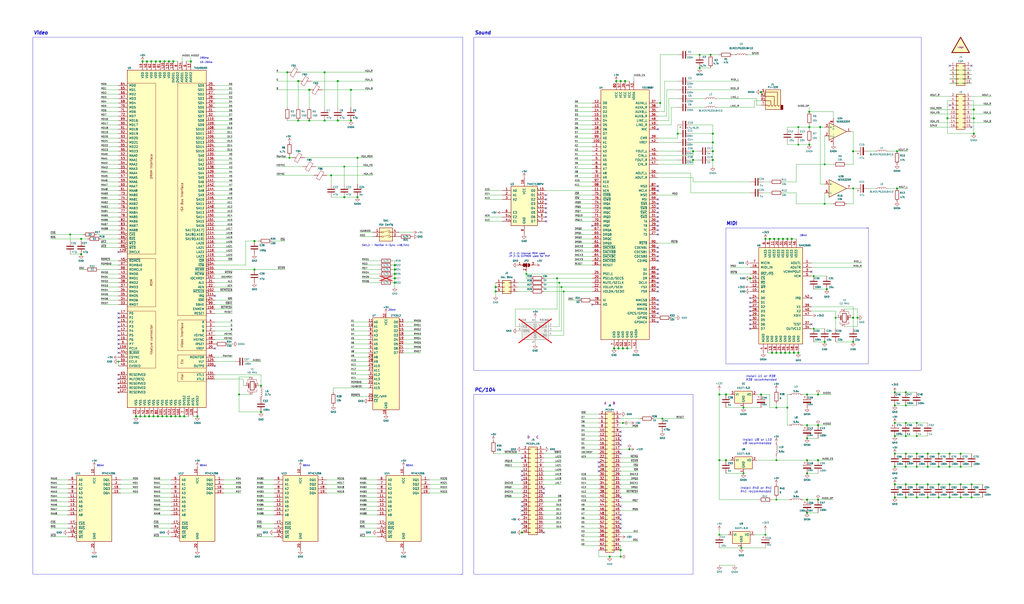
<source format=kicad_sch>
(kicad_sch (version 20230121) (generator eeschema)
  (paper "User" 592.988 350.012)
  (title_block (title "PC-KHARON-386-TOP") (date "2023-02-22") (rev "A1") (company "Eugene Lozovoy") (comment 1 "VGA & Sound board for Kharon-386"))
  (lib_symbols
    (symbol "74xx:74LS138" (pin_names (offset 1.016))
      (property "Reference" "U" (at -7.62 11.43 0))
      (property "Value" "74LS138" (at -7.62 -13.97 0))
      (symbol "74LS138_1_0"
        (pin input line (at -12.7 7.62 0) (length 5.08) (name "A0") (number "1"))
        (pin output output_low (at 12.7 -5.08 180) (length 5.08) (name "O5") (number "10"))
        (pin output output_low (at 12.7 -2.54 180) (length 5.08) (name "O4") (number "11"))
        (pin output output_low (at 12.7 0 180) (length 5.08) (name "O3") (number "12"))
        (pin output output_low (at 12.7 2.54 180) (length 5.08) (name "O2") (number "13"))
        (pin output output_low (at 12.7 5.08 180) (length 5.08) (name "O1") (number "14"))
        (pin output output_low (at 12.7 7.62 180) (length 5.08) (name "O0") (number "15"))
        (pin power_in line (at 0 15.24 270) (length 5.08) (name "VCC") (number "16"))
        (pin input line (at -12.7 5.08 0) (length 5.08) (name "A1") (number "2"))
        (pin input line (at -12.7 2.54 0) (length 5.08) (name "A2") (number "3"))
        (pin input input_low (at -12.7 -10.16 0) (length 5.08) (name "E1") (number "4"))
        (pin input input_low (at -12.7 -7.62 0) (length 5.08) (name "E2") (number "5"))
        (pin input line (at -12.7 -5.08 0) (length 5.08) (name "E3") (number "6"))
        (pin output output_low (at 12.7 -10.16 180) (length 5.08) (name "O7") (number "7"))
        (pin power_in line (at 0 -17.78 90) (length 5.08) (name "GND") (number "8"))
        (pin output output_low (at 12.7 -7.62 180) (length 5.08) (name "O6") (number "9"))
      )
    )
    (symbol "AMS1117-5.0_1"
      (property "Reference" "U" (at -3.81 3.175 0))
      (property "Value" "AMS1117-5.0" (at 0 3.175 0))
      (symbol "AMS1117-5.0_1_1_1"
        (pin power_in line (at 0 -7.62 90) (length 2.54) (name "GND") (number "1"))
        (pin power_out line (at 7.62 0 180) (length 2.54) (name "VO") (number "2"))
        (pin power_in line (at -7.62 0 0) (length 2.54) (name "VI") (number "3"))
      )
    )
    (symbol "Amplifier_Operational:NE5532" (pin_names (offset 0.127))
      (property "Reference" "U" (at 0 5.08 0))
      (property "Value" "NE5532" (at 0 -5.08 0))
      (symbol "NE5532_1_1"
        (pin output line (at 7.62 0 180) (length 2.54) (name "~") (number "1"))
        (pin input line (at -7.62 -2.54 0) (length 2.54) (name "-") (number "2"))
        (pin input line (at -7.62 2.54 0) (length 2.54) (name "+") (number "3"))
      )
      (symbol "NE5532_2_1"
        (pin input line (at -7.62 2.54 0) (length 2.54) (name "+") (number "5"))
        (pin input line (at -7.62 -2.54 0) (length 2.54) (name "-") (number "6"))
        (pin output line (at 7.62 0 180) (length 2.54) (name "~") (number "7"))
      )
      (symbol "NE5532_3_1"
        (pin power_in line (at -2.54 -7.62 90) (length 3.81) (name "V-") (number "4"))
        (pin power_in line (at -2.54 7.62 270) (length 3.81) (name "V+") (number "8"))
      )
    )
    (symbol "Connector_Audio:AudioJack4"
      (property "Reference" "J" (at 0 8.89 0))
      (property "Value" "AudioJack4" (at 0 6.35 0))
      (symbol "AudioJack4_1_1"
        (pin passive line (at 5.08 -2.54 180) (length 2.54) (name "~") (number "R1"))
        (pin passive line (at 5.08 0 180) (length 2.54) (name "~") (number "R2"))
        (pin passive line (at 5.08 2.54 180) (length 2.54) (name "~") (number "S"))
        (pin passive line (at 5.08 -5.08 180) (length 2.54) (name "~") (number "T"))
      )
    )
    (symbol "Connector_Generic:Conn_02x03_Odd_Even" (pin_names (offset 1.016) hide)
      (property "Reference" "J" (at 1.27 5.08 0))
      (property "Value" "Conn_02x03_Odd_Even" (at 1.27 -5.08 0))
      (symbol "Conn_02x03_Odd_Even_1_1"
        (pin passive line (at -5.08 2.54 0) (length 3.81) (name "Pin_1") (number "1"))
        (pin passive line (at 7.62 2.54 180) (length 3.81) (name "Pin_2") (number "2"))
        (pin passive line (at -5.08 0 0) (length 3.81) (name "Pin_3") (number "3"))
        (pin passive line (at 7.62 0 180) (length 3.81) (name "Pin_4") (number "4"))
        (pin passive line (at -5.08 -2.54 0) (length 3.81) (name "Pin_5") (number "5"))
        (pin passive line (at 7.62 -2.54 180) (length 3.81) (name "Pin_6") (number "6"))
      )
    )
    (symbol "Connector_Generic:Conn_02x05_Odd_Even" (pin_names (offset 1.016) hide)
      (property "Reference" "J" (at 1.27 7.62 0))
      (property "Value" "Conn_02x05_Odd_Even" (at 1.27 -7.62 0))
      (symbol "Conn_02x05_Odd_Even_1_1"
        (pin passive line (at -5.08 5.08 0) (length 3.81) (name "Pin_1") (number "1"))
        (pin passive line (at 7.62 -5.08 180) (length 3.81) (name "Pin_10") (number "10"))
        (pin passive line (at 7.62 5.08 180) (length 3.81) (name "Pin_2") (number "2"))
        (pin passive line (at -5.08 2.54 0) (length 3.81) (name "Pin_3") (number "3"))
        (pin passive line (at 7.62 2.54 180) (length 3.81) (name "Pin_4") (number "4"))
        (pin passive line (at -5.08 0 0) (length 3.81) (name "Pin_5") (number "5"))
        (pin passive line (at 7.62 0 180) (length 3.81) (name "Pin_6") (number "6"))
        (pin passive line (at -5.08 -2.54 0) (length 3.81) (name "Pin_7") (number "7"))
        (pin passive line (at 7.62 -2.54 180) (length 3.81) (name "Pin_8") (number "8"))
        (pin passive line (at -5.08 -5.08 0) (length 3.81) (name "Pin_9") (number "9"))
      )
    )
    (symbol "Connector_Generic:Conn_02x08_Odd_Even" (pin_names (offset 1.016) hide)
      (property "Reference" "J" (at 1.27 10.16 0))
      (property "Value" "Conn_02x08_Odd_Even" (at 1.27 -12.7 0))
      (symbol "Conn_02x08_Odd_Even_1_1"
        (pin passive line (at -5.08 7.62 0) (length 3.81) (name "Pin_1") (number "1"))
        (pin passive line (at 7.62 -2.54 180) (length 3.81) (name "Pin_10") (number "10"))
        (pin passive line (at -5.08 -5.08 0) (length 3.81) (name "Pin_11") (number "11"))
        (pin passive line (at 7.62 -5.08 180) (length 3.81) (name "Pin_12") (number "12"))
        (pin passive line (at -5.08 -7.62 0) (length 3.81) (name "Pin_13") (number "13"))
        (pin passive line (at 7.62 -7.62 180) (length 3.81) (name "Pin_14") (number "14"))
        (pin passive line (at -5.08 -10.16 0) (length 3.81) (name "Pin_15") (number "15"))
        (pin passive line (at 7.62 -10.16 180) (length 3.81) (name "Pin_16") (number "16"))
        (pin passive line (at 7.62 7.62 180) (length 3.81) (name "Pin_2") (number "2"))
        (pin passive line (at -5.08 5.08 0) (length 3.81) (name "Pin_3") (number "3"))
        (pin passive line (at 7.62 5.08 180) (length 3.81) (name "Pin_4") (number "4"))
        (pin passive line (at -5.08 2.54 0) (length 3.81) (name "Pin_5") (number "5"))
        (pin passive line (at 7.62 2.54 180) (length 3.81) (name "Pin_6") (number "6"))
        (pin passive line (at -5.08 0 0) (length 3.81) (name "Pin_7") (number "7"))
        (pin passive line (at 7.62 0 180) (length 3.81) (name "Pin_8") (number "8"))
        (pin passive line (at -5.08 -2.54 0) (length 3.81) (name "Pin_9") (number "9"))
      )
    )
    (symbol "Connector_Generic:Conn_02x20_Odd_Even" (pin_names (offset 1.016) hide)
      (property "Reference" "J" (at 1.27 25.4 0))
      (property "Value" "Conn_02x20_Odd_Even" (at 1.27 -27.94 0))
      (symbol "Conn_02x20_Odd_Even_1_1"
        (pin passive line (at -5.08 22.86 0) (length 3.81) (name "Pin_1") (number "1"))
        (pin passive line (at 7.62 12.7 180) (length 3.81) (name "Pin_10") (number "10"))
        (pin passive line (at -5.08 10.16 0) (length 3.81) (name "Pin_11") (number "11"))
        (pin passive line (at 7.62 10.16 180) (length 3.81) (name "Pin_12") (number "12"))
        (pin passive line (at -5.08 7.62 0) (length 3.81) (name "Pin_13") (number "13"))
        (pin passive line (at 7.62 7.62 180) (length 3.81) (name "Pin_14") (number "14"))
        (pin passive line (at -5.08 5.08 0) (length 3.81) (name "Pin_15") (number "15"))
        (pin passive line (at 7.62 5.08 180) (length 3.81) (name "Pin_16") (number "16"))
        (pin passive line (at -5.08 2.54 0) (length 3.81) (name "Pin_17") (number "17"))
        (pin passive line (at 7.62 2.54 180) (length 3.81) (name "Pin_18") (number "18"))
        (pin passive line (at -5.08 0 0) (length 3.81) (name "Pin_19") (number "19"))
        (pin passive line (at 7.62 22.86 180) (length 3.81) (name "Pin_2") (number "2"))
        (pin passive line (at 7.62 0 180) (length 3.81) (name "Pin_20") (number "20"))
        (pin passive line (at -5.08 -2.54 0) (length 3.81) (name "Pin_21") (number "21"))
        (pin passive line (at 7.62 -2.54 180) (length 3.81) (name "Pin_22") (number "22"))
        (pin passive line (at -5.08 -5.08 0) (length 3.81) (name "Pin_23") (number "23"))
        (pin passive line (at 7.62 -5.08 180) (length 3.81) (name "Pin_24") (number "24"))
        (pin passive line (at -5.08 -7.62 0) (length 3.81) (name "Pin_25") (number "25"))
        (pin passive line (at 7.62 -7.62 180) (length 3.81) (name "Pin_26") (number "26"))
        (pin passive line (at -5.08 -10.16 0) (length 3.81) (name "Pin_27") (number "27"))
        (pin passive line (at 7.62 -10.16 180) (length 3.81) (name "Pin_28") (number "28"))
        (pin passive line (at -5.08 -12.7 0) (length 3.81) (name "Pin_29") (number "29"))
        (pin passive line (at -5.08 20.32 0) (length 3.81) (name "Pin_3") (number "3"))
        (pin passive line (at 7.62 -12.7 180) (length 3.81) (name "Pin_30") (number "30"))
        (pin passive line (at -5.08 -15.24 0) (length 3.81) (name "Pin_31") (number "31"))
        (pin passive line (at 7.62 -15.24 180) (length 3.81) (name "Pin_32") (number "32"))
        (pin passive line (at -5.08 -17.78 0) (length 3.81) (name "Pin_33") (number "33"))
        (pin passive line (at 7.62 -17.78 180) (length 3.81) (name "Pin_34") (number "34"))
        (pin passive line (at -5.08 -20.32 0) (length 3.81) (name "Pin_35") (number "35"))
        (pin passive line (at 7.62 -20.32 180) (length 3.81) (name "Pin_36") (number "36"))
        (pin passive line (at -5.08 -22.86 0) (length 3.81) (name "Pin_37") (number "37"))
        (pin passive line (at 7.62 -22.86 180) (length 3.81) (name "Pin_38") (number "38"))
        (pin passive line (at -5.08 -25.4 0) (length 3.81) (name "Pin_39") (number "39"))
        (pin passive line (at 7.62 20.32 180) (length 3.81) (name "Pin_4") (number "4"))
        (pin passive line (at 7.62 -25.4 180) (length 3.81) (name "Pin_40") (number "40"))
        (pin passive line (at -5.08 17.78 0) (length 3.81) (name "Pin_5") (number "5"))
        (pin passive line (at 7.62 17.78 180) (length 3.81) (name "Pin_6") (number "6"))
        (pin passive line (at -5.08 15.24 0) (length 3.81) (name "Pin_7") (number "7"))
        (pin passive line (at 7.62 15.24 180) (length 3.81) (name "Pin_8") (number "8"))
        (pin passive line (at -5.08 12.7 0) (length 3.81) (name "Pin_9") (number "9"))
      )
    )
    (symbol "Connector_Generic:Conn_02x32_Odd_Even" (pin_names (offset 1.016) hide)
      (property "Reference" "J" (at 1.27 40.64 0))
      (property "Value" "Conn_02x32_Odd_Even" (at 1.27 -43.18 0))
      (symbol "Conn_02x32_Odd_Even_1_1"
        (pin passive line (at -5.08 38.1 0) (length 3.81) (name "Pin_1") (number "1"))
        (pin passive line (at 7.62 27.94 180) (length 3.81) (name "Pin_10") (number "10"))
        (pin passive line (at -5.08 25.4 0) (length 3.81) (name "Pin_11") (number "11"))
        (pin passive line (at 7.62 25.4 180) (length 3.81) (name "Pin_12") (number "12"))
        (pin passive line (at -5.08 22.86 0) (length 3.81) (name "Pin_13") (number "13"))
        (pin passive line (at 7.62 22.86 180) (length 3.81) (name "Pin_14") (number "14"))
        (pin passive line (at -5.08 20.32 0) (length 3.81) (name "Pin_15") (number "15"))
        (pin passive line (at 7.62 20.32 180) (length 3.81) (name "Pin_16") (number "16"))
        (pin passive line (at -5.08 17.78 0) (length 3.81) (name "Pin_17") (number "17"))
        (pin passive line (at 7.62 17.78 180) (length 3.81) (name "Pin_18") (number "18"))
        (pin passive line (at -5.08 15.24 0) (length 3.81) (name "Pin_19") (number "19"))
        (pin passive line (at 7.62 38.1 180) (length 3.81) (name "Pin_2") (number "2"))
        (pin passive line (at 7.62 15.24 180) (length 3.81) (name "Pin_20") (number "20"))
        (pin passive line (at -5.08 12.7 0) (length 3.81) (name "Pin_21") (number "21"))
        (pin passive line (at 7.62 12.7 180) (length 3.81) (name "Pin_22") (number "22"))
        (pin passive line (at -5.08 10.16 0) (length 3.81) (name "Pin_23") (number "23"))
        (pin passive line (at 7.62 10.16 180) (length 3.81) (name "Pin_24") (number "24"))
        (pin passive line (at -5.08 7.62 0) (length 3.81) (name "Pin_25") (number "25"))
        (pin passive line (at 7.62 7.62 180) (length 3.81) (name "Pin_26") (number "26"))
        (pin passive line (at -5.08 5.08 0) (length 3.81) (name "Pin_27") (number "27"))
        (pin passive line (at 7.62 5.08 180) (length 3.81) (name "Pin_28") (number "28"))
        (pin passive line (at -5.08 2.54 0) (length 3.81) (name "Pin_29") (number "29"))
        (pin passive line (at -5.08 35.56 0) (length 3.81) (name "Pin_3") (number "3"))
        (pin passive line (at 7.62 2.54 180) (length 3.81) (name "Pin_30") (number "30"))
        (pin passive line (at -5.08 0 0) (length 3.81) (name "Pin_31") (number "31"))
        (pin passive line (at 7.62 0 180) (length 3.81) (name "Pin_32") (number "32"))
        (pin passive line (at -5.08 -2.54 0) (length 3.81) (name "Pin_33") (number "33"))
        (pin passive line (at 7.62 -2.54 180) (length 3.81) (name "Pin_34") (number "34"))
        (pin passive line (at -5.08 -5.08 0) (length 3.81) (name "Pin_35") (number "35"))
        (pin passive line (at 7.62 -5.08 180) (length 3.81) (name "Pin_36") (number "36"))
        (pin passive line (at -5.08 -7.62 0) (length 3.81) (name "Pin_37") (number "37"))
        (pin passive line (at 7.62 -7.62 180) (length 3.81) (name "Pin_38") (number "38"))
        (pin passive line (at -5.08 -10.16 0) (length 3.81) (name "Pin_39") (number "39"))
        (pin passive line (at 7.62 35.56 180) (length 3.81) (name "Pin_4") (number "4"))
        (pin passive line (at 7.62 -10.16 180) (length 3.81) (name "Pin_40") (number "40"))
        (pin passive line (at -5.08 -12.7 0) (length 3.81) (name "Pin_41") (number "41"))
        (pin passive line (at 7.62 -12.7 180) (length 3.81) (name "Pin_42") (number "42"))
        (pin passive line (at -5.08 -15.24 0) (length 3.81) (name "Pin_43") (number "43"))
        (pin passive line (at 7.62 -15.24 180) (length 3.81) (name "Pin_44") (number "44"))
        (pin passive line (at -5.08 -17.78 0) (length 3.81) (name "Pin_45") (number "45"))
        (pin passive line (at 7.62 -17.78 180) (length 3.81) (name "Pin_46") (number "46"))
        (pin passive line (at -5.08 -20.32 0) (length 3.81) (name "Pin_47") (number "47"))
        (pin passive line (at 7.62 -20.32 180) (length 3.81) (name "Pin_48") (number "48"))
        (pin passive line (at -5.08 -22.86 0) (length 3.81) (name "Pin_49") (number "49"))
        (pin passive line (at -5.08 33.02 0) (length 3.81) (name "Pin_5") (number "5"))
        (pin passive line (at 7.62 -22.86 180) (length 3.81) (name "Pin_50") (number "50"))
        (pin passive line (at -5.08 -25.4 0) (length 3.81) (name "Pin_51") (number "51"))
        (pin passive line (at 7.62 -25.4 180) (length 3.81) (name "Pin_52") (number "52"))
        (pin passive line (at -5.08 -27.94 0) (length 3.81) (name "Pin_53") (number "53"))
        (pin passive line (at 7.62 -27.94 180) (length 3.81) (name "Pin_54") (number "54"))
        (pin passive line (at -5.08 -30.48 0) (length 3.81) (name "Pin_55") (number "55"))
        (pin passive line (at 7.62 -30.48 180) (length 3.81) (name "Pin_56") (number "56"))
        (pin passive line (at -5.08 -33.02 0) (length 3.81) (name "Pin_57") (number "57"))
        (pin passive line (at 7.62 -33.02 180) (length 3.81) (name "Pin_58") (number "58"))
        (pin passive line (at -5.08 -35.56 0) (length 3.81) (name "Pin_59") (number "59"))
        (pin passive line (at 7.62 33.02 180) (length 3.81) (name "Pin_6") (number "6"))
        (pin passive line (at 7.62 -35.56 180) (length 3.81) (name "Pin_60") (number "60"))
        (pin passive line (at -5.08 -38.1 0) (length 3.81) (name "Pin_61") (number "61"))
        (pin passive line (at 7.62 -38.1 180) (length 3.81) (name "Pin_62") (number "62"))
        (pin passive line (at -5.08 -40.64 0) (length 3.81) (name "Pin_63") (number "63"))
        (pin passive line (at 7.62 -40.64 180) (length 3.81) (name "Pin_64") (number "64"))
        (pin passive line (at -5.08 30.48 0) (length 3.81) (name "Pin_7") (number "7"))
        (pin passive line (at 7.62 30.48 180) (length 3.81) (name "Pin_8") (number "8"))
        (pin passive line (at -5.08 27.94 0) (length 3.81) (name "Pin_9") (number "9"))
      )
    )
    (symbol "Device:C" (pin_numbers hide) (pin_names (offset 0.254))
      (property "Reference" "C" (at 0.635 2.54 0))
      (property "Value" "C" (at 0.635 -2.54 0))
      (symbol "C_1_1"
        (pin passive line (at 0 3.81 270) (length 2.794) (name "~") (number "1"))
        (pin passive line (at 0 -3.81 90) (length 2.794) (name "~") (number "2"))
      )
    )
    (symbol "Device:C_Polarized" (pin_numbers hide) (pin_names (offset 0.254))
      (property "Reference" "C" (at 0.635 2.54 0))
      (property "Value" "C_Polarized" (at 0.635 -2.54 0))
      (symbol "C_Polarized_1_1"
        (pin passive line (at 0 3.81 270) (length 2.794) (name "~") (number "1"))
        (pin passive line (at 0 -3.81 90) (length 2.794) (name "~") (number "2"))
      )
    )
    (symbol "Device:Crystal_GND24" (pin_names (offset 1.016) hide)
      (property "Reference" "Y" (at 3.175 5.08 0))
      (property "Value" "Crystal_GND24" (at 3.175 3.175 0))
      (symbol "Crystal_GND24_1_1"
        (pin passive line (at -3.81 0 0) (length 1.27) (name "1") (number "1"))
        (pin passive line (at 0 5.08 270) (length 1.27) (name "2") (number "2"))
        (pin passive line (at 3.81 0 180) (length 1.27) (name "3") (number "3"))
        (pin passive line (at 0 -5.08 90) (length 1.27) (name "4") (number "4"))
      )
    )
    (symbol "Device:FerriteBead" (pin_numbers hide) (pin_names (offset 0))
      (property "Reference" "FB" (at -3.81 0.635 90))
      (property "Value" "FerriteBead" (at 3.81 0 90))
      (symbol "FerriteBead_1_1"
        (pin passive line (at 0 3.81 270) (length 2.54) (name "~") (number "1"))
        (pin passive line (at 0 -3.81 90) (length 2.54) (name "~") (number "2"))
      )
    )
    (symbol "Device:L" (pin_numbers hide) (pin_names (offset 1.016) hide)
      (property "Reference" "L" (at -1.27 0 90))
      (property "Value" "L" (at 1.905 0 90))
      (symbol "L_1_1"
        (pin passive line (at 0 3.81 270) (length 1.27) (name "1") (number "1"))
        (pin passive line (at 0 -3.81 90) (length 1.27) (name "2") (number "2"))
      )
    )
    (symbol "Device:R" (pin_numbers hide) (pin_names (offset 0))
      (property "Reference" "R" (at 2.032 0 90))
      (property "Value" "R" (at 0 0 90))
      (symbol "R_1_1"
        (pin passive line (at 0 3.81 270) (length 1.27) (name "~") (number "1"))
        (pin passive line (at 0 -3.81 90) (length 1.27) (name "~") (number "2"))
      )
    )
    (symbol "Jumper:SolderJumper_3_Bridged12" (pin_names (offset 0) hide)
      (property "Reference" "JP" (at -2.54 -2.54 0))
      (property "Value" "SolderJumper_3_Bridged12" (at 0 2.794 0))
      (symbol "SolderJumper_3_Bridged12_1_1"
        (pin passive line (at -5.08 0 0) (length 2.54) (name "A") (number "1"))
        (pin passive line (at 0 -3.81 90) (length 2.54) (name "C") (number "2"))
        (pin passive line (at 5.08 0 180) (length 2.54) (name "B") (number "3"))
      )
    )
    (symbol "Memory_EEPROM:93CxxC"
      (property "Reference" "U" (at -7.62 6.35 0))
      (property "Value" "93CxxC" (at 2.54 -6.35 0))
      (symbol "93CxxC_1_1"
        (pin input line (at -10.16 2.54 0) (length 2.54) (name "CS") (number "1"))
        (pin input line (at 10.16 2.54 180) (length 2.54) (name "SCLK") (number "2"))
        (pin input line (at 10.16 0 180) (length 2.54) (name "DI") (number "3"))
        (pin tri_state line (at 10.16 -2.54 180) (length 2.54) (name "DO") (number "4"))
        (pin power_in line (at 0 -7.62 90) (length 2.54) (name "GND") (number "5"))
        (pin input line (at -10.16 0 0) (length 2.54) (name "ORG") (number "6"))
        (pin no_connect line (at -7.62 -2.54 0) (length 2.54) hide (name "NC") (number "7"))
        (pin power_in line (at 0 7.62 270) (length 2.54) (name "VCC") (number "8"))
      )
    )
    (symbol "Memory_EPROM:27C512PLCC"
      (property "Reference" "U" (at -7.62 26.67 0))
      (property "Value" "27C512PLCC" (at 2.54 -29.21 0))
      (symbol "27C512PLCC_1_1"
        (pin no_connect line (at 7.62 -17.78 180) (length 2.54) hide (name "NC") (number "1"))
        (pin input line (at -10.16 20.32 0) (length 2.54) (name "A1") (number "10"))
        (pin input line (at -10.16 22.86 0) (length 2.54) (name "A0") (number "11"))
        (pin no_connect line (at 7.62 -22.86 180) (length 2.54) hide (name "NC") (number "12"))
        (pin tri_state line (at 10.16 22.86 180) (length 2.54) (name "O0") (number "13"))
        (pin tri_state line (at 10.16 20.32 180) (length 2.54) (name "O1") (number "14"))
        (pin tri_state line (at 10.16 17.78 180) (length 2.54) (name "O2") (number "15"))
        (pin power_in line (at 0 -30.48 90) (length 2.54) (name "GND") (number "16"))
        (pin no_connect line (at 7.62 -20.32 180) (length 2.54) hide (name "NC") (number "17"))
        (pin tri_state line (at 10.16 15.24 180) (length 2.54) (name "O3") (number "18"))
        (pin tri_state line (at 10.16 12.7 180) (length 2.54) (name "O4") (number "19"))
        (pin input line (at -10.16 -15.24 0) (length 2.54) (name "A15") (number "2"))
        (pin tri_state line (at 10.16 10.16 180) (length 2.54) (name "O5") (number "20"))
        (pin tri_state line (at 10.16 7.62 180) (length 2.54) (name "O6") (number "21"))
        (pin tri_state line (at 10.16 5.08 180) (length 2.54) (name "O7") (number "22"))
        (pin input line (at -10.16 -22.86 0) (length 2.54) (name "~{CE}") (number "23"))
        (pin input line (at -10.16 -2.54 0) (length 2.54) (name "A10") (number "24"))
        (pin input line (at -10.16 -20.32 0) (length 2.54) (name "~{OE}/VPP") (number "25"))
        (pin no_connect line (at 7.62 -25.4 180) (length 2.54) hide (name "NC") (number "26"))
        (pin input line (at -10.16 -5.08 0) (length 2.54) (name "A11") (number "27"))
        (pin input line (at -10.16 0 0) (length 2.54) (name "A9") (number "28"))
        (pin input line (at -10.16 2.54 0) (length 2.54) (name "A8") (number "29"))
        (pin input line (at -10.16 -7.62 0) (length 2.54) (name "A12") (number "3"))
        (pin input line (at -10.16 -10.16 0) (length 2.54) (name "A13") (number "30"))
        (pin input line (at -10.16 -12.7 0) (length 2.54) (name "A14") (number "31"))
        (pin power_in line (at 0 27.94 270) (length 2.54) (name "VCC") (number "32"))
        (pin input line (at -10.16 5.08 0) (length 2.54) (name "A7") (number "4"))
        (pin input line (at -10.16 7.62 0) (length 2.54) (name "A6") (number "5"))
        (pin input line (at -10.16 10.16 0) (length 2.54) (name "A5") (number "6"))
        (pin input line (at -10.16 12.7 0) (length 2.54) (name "A4") (number "7"))
        (pin input line (at -10.16 15.24 0) (length 2.54) (name "A3") (number "8"))
        (pin input line (at -10.16 17.78 0) (length 2.54) (name "A2") (number "9"))
      )
    )
    (symbol "Regulator_Linear:AMS1117-3.3"
      (property "Reference" "U" (at -3.81 3.175 0))
      (property "Value" "AMS1117-3.3" (at 0 3.175 0))
      (symbol "AMS1117-3.3_1_1"
        (pin power_in line (at 0 -7.62 90) (length 2.54) (name "GND") (number "1"))
        (pin power_out line (at 7.62 0 180) (length 2.54) (name "VO") (number "2"))
        (pin power_in line (at -7.62 0 0) (length 2.54) (name "VI") (number "3"))
      )
    )
    (symbol "Regulator_Linear:AMS1117-5.0"
      (property "Reference" "U" (at -3.81 3.175 0))
      (property "Value" "AMS1117-5.0" (at 0 3.175 0))
      (symbol "AMS1117-5.0_1_1"
        (pin power_in line (at 0 -7.62 90) (length 2.54) (name "GND") (number "1"))
        (pin power_out line (at 7.62 0 180) (length 2.54) (name "VO") (number "2"))
        (pin power_in line (at -7.62 0 0) (length 2.54) (name "VI") (number "3"))
      )
    )
    (symbol "Switch:SW_DIP_x02" (pin_names (offset 0) hide)
      (property "Reference" "SW" (at 0 6.35 0))
      (property "Value" "SW_DIP_x02" (at 0 -3.81 0))
      (symbol "SW_DIP_x02_1_1"
        (pin passive line (at -7.62 2.54 0) (length 5.08) (name "~") (number "1"))
        (pin passive line (at -7.62 0 0) (length 5.08) (name "~") (number "2"))
        (pin passive line (at 7.62 0 180) (length 5.08) (name "~") (number "3"))
        (pin passive line (at 7.62 2.54 180) (length 5.08) (name "~") (number "4"))
      )
    )
    (symbol "my:ES1868F" (pin_names (offset 1.016))
      (property "Reference" "U" (at 0 2.54 0))
      (property "Value" "ES1868F" (at 0 0 0))
      (symbol "ES1868F_1_1"
        (pin input line (at -19.05 39.37 0) (length 5.08) (name "A2") (number "1"))
        (pin input line (at -19.05 21.59 0) (length 5.08) (name "A9") (number "10"))
        (pin input line (at -19.05 41.91 0) (length 5.08) (name "A1") (number "100"))
        (pin input line (at -19.05 13.97 0) (length 5.08) (name "AEN") (number "11"))
        (pin bidirectional line (at -19.05 64.77 0) (length 5.08) (name "D0") (number "12"))
        (pin bidirectional line (at -19.05 62.23 0) (length 5.08) (name "D1") (number "13"))
        (pin bidirectional line (at -19.05 59.69 0) (length 5.08) (name "D2") (number "14"))
        (pin bidirectional line (at -19.05 57.15 0) (length 5.08) (name "D3") (number "15"))
        (pin bidirectional line (at -19.05 54.61 0) (length 5.08) (name "D4") (number "16"))
        (pin bidirectional line (at -19.05 52.07 0) (length 5.08) (name "D5") (number "17"))
        (pin bidirectional line (at -19.05 49.53 0) (length 5.08) (name "D6") (number "18"))
        (pin bidirectional line (at -19.05 46.99 0) (length 5.08) (name "D7") (number "19"))
        (pin input line (at -19.05 36.83 0) (length 5.08) (name "A3") (number "2"))
        (pin input line (at -19.05 -36.83 0) (length 5.08) (name "PSEL0/SECS") (number "20"))
        (pin input line (at -19.05 -44.45 0) (length 5.08) (name "VOLDN/SEDO") (number "21"))
        (pin input line (at -19.05 -41.91 0) (length 5.08) (name "VOLUP/SEDI") (number "22"))
        (pin output line (at -19.05 -39.37 0) (length 5.08) (name "MUTE/SECLK") (number "23"))
        (pin power_in line (at -3.81 -77.47 90) (length 5.08) (name "GND") (number "24"))
        (pin input line (at -19.05 -34.29 0) (length 5.08) (name "PSEL1") (number "25"))
        (pin power_in line (at 0 77.47 270) (length 5.08) (name "VCC") (number "26"))
        (pin bidirectional line (at 19.05 -11.43 180) (length 5.08) (name "TD") (number "27"))
        (pin bidirectional line (at 19.05 -8.89 180) (length 5.08) (name "TC") (number "28"))
        (pin bidirectional line (at 19.05 -6.35 180) (length 5.08) (name "TB") (number "29"))
        (pin power_in line (at 2.54 77.47 270) (length 5.08) (name "VCC") (number "3"))
        (pin bidirectional line (at 19.05 -3.81 180) (length 5.08) (name "TA") (number "30"))
        (pin input line (at 19.05 -1.27 180) (length 5.08) (name "~{SWD}") (number "31"))
        (pin input line (at 19.05 1.27 180) (length 5.08) (name "~{SWC}") (number "32"))
        (pin input line (at 19.05 3.81 180) (length 5.08) (name "~{SWB}") (number "33"))
        (pin input line (at 19.05 6.35 180) (length 5.08) (name "~{SWA}") (number "34"))
        (pin input line (at 19.05 59.69 180) (length 5.08) (name "AUXB_L") (number "35"))
        (pin input line (at 19.05 57.15 180) (length 5.08) (name "AUXB_R") (number "36"))
        (pin input line (at 19.05 64.77 180) (length 5.08) (name "AUXA_L") (number "37"))
        (pin input line (at 19.05 62.23 180) (length 5.08) (name "AUXA_R") (number "38"))
        (pin output line (at 19.05 44.45 180) (length 5.08) (name "CMR") (number "39"))
        (pin input line (at -19.05 34.29 0) (length 5.08) (name "A4") (number "4"))
        (pin input line (at 19.05 49.53 180) (length 5.08) (name "MIC") (number "40"))
        (pin power_in line (at 6.35 -77.47 90) (length 5.08) (name "GNDA") (number "41"))
        (pin output line (at 19.05 41.91 180) (length 5.08) (name "VREF") (number "42"))
        (pin power_in line (at 5.08 77.47 270) (length 5.08) (name "VDDA") (number "43"))
        (pin output line (at 19.05 31.75 180) (length 5.08) (name "FOUT_R") (number "44"))
        (pin output line (at 19.05 36.83 180) (length 5.08) (name "FOUT_L") (number "45"))
        (pin input line (at 19.05 34.29 180) (length 5.08) (name "CIN_L") (number "46"))
        (pin input line (at 19.05 29.21 180) (length 5.08) (name "CIN_R") (number "47"))
        (pin input line (at 19.05 54.61 180) (length 5.08) (name "LINE_L") (number "48"))
        (pin input line (at 19.05 52.07 180) (length 5.08) (name "LINE_R") (number "49"))
        (pin input line (at -19.05 31.75 0) (length 5.08) (name "A5") (number "5"))
        (pin output line (at 19.05 24.13 180) (length 5.08) (name "AOUT_L") (number "50"))
        (pin output line (at 19.05 21.59 180) (length 5.08) (name "AOUT_R") (number "51"))
        (pin power_in line (at -1.27 -77.47 90) (length 5.08) (name "GND") (number "52"))
        (pin input line (at 19.05 -54.61 180) (length 5.08) (name "MMIEB") (number "53"))
        (pin input line (at 19.05 -52.07 180) (length 5.08) (name "MMIRQ") (number "54"))
        (pin output line (at 19.05 -49.53 180) (length 5.08) (name "MMCSB") (number "55"))
        (pin output line (at 19.05 -57.15 180) (length 5.08) (name "GPCS/GPO0") (number "56"))
        (pin power_in line (at -2.54 77.47 270) (length 5.08) (name "VCC") (number "57"))
        (pin output line (at 19.05 11.43 180) (length 5.08) (name "MSO") (number "58"))
        (pin input line (at 19.05 8.89 180) (length 5.08) (name "MSI") (number "59"))
        (pin input line (at -19.05 29.21 0) (length 5.08) (name "A6") (number "6"))
        (pin power_in line (at 1.27 -77.47 90) (length 5.08) (name "GND") (number "60"))
        (pin output line (at -19.05 -16.51 0) (length 5.08) (name "DRQD") (number "61"))
        (pin tri_state line (at -19.05 -26.67 0) (length 5.08) (name "~{DACKBD}") (number "62"))
        (pin output line (at -19.05 -13.97 0) (length 5.08) (name "DRQC") (number "63"))
        (pin tri_state line (at -19.05 -24.13 0) (length 5.08) (name "~{DACKBC}") (number "64"))
        (pin output line (at -19.05 -11.43 0) (length 5.08) (name "DRQB") (number "65"))
        (pin tri_state line (at -19.05 -21.59 0) (length 5.08) (name "~{DACKBB}") (number "66"))
        (pin output line (at -19.05 -8.89 0) (length 5.08) (name "DRQA") (number "67"))
        (pin tri_state line (at -19.05 -19.05 0) (length 5.08) (name "~{DACKBA}") (number "68"))
        (pin tri_state line (at -19.05 -6.35 0) (length 5.08) (name "IRQF") (number "69"))
        (pin power_in line (at -6.35 -77.47 90) (length 5.08) (name "GND") (number "7"))
        (pin tri_state line (at -19.05 -3.81 0) (length 5.08) (name "IRQE") (number "70"))
        (pin tri_state line (at -19.05 -1.27 0) (length 5.08) (name "IRQD") (number "71"))
        (pin tri_state line (at -19.05 1.27 0) (length 5.08) (name "IRQC") (number "72"))
        (pin tri_state line (at -19.05 3.81 0) (length 5.08) (name "IRQB") (number "73"))
        (pin tri_state line (at -19.05 6.35 0) (length 5.08) (name "IRQA") (number "74"))
        (pin input line (at -19.05 11.43 0) (length 5.08) (name "~{IORB}") (number "75"))
        (pin input line (at -19.05 8.89 0) (length 5.08) (name "~{IOWB}") (number "76"))
        (pin power_in line (at 3.81 -77.47 90) (length 5.08) (name "GND") (number "77"))
        (pin input line (at -19.05 -49.53 0) (length 5.08) (name "XI") (number "78"))
        (pin output line (at -19.05 -52.07 0) (length 5.08) (name "XO") (number "79"))
        (pin input line (at -19.05 26.67 0) (length 5.08) (name "A7") (number "8"))
        (pin power_in line (at -5.08 77.47 270) (length 5.08) (name "VCC") (number "80"))
        (pin input line (at -19.05 -29.21 0) (length 5.08) (name "RESET") (number "81"))
        (pin input line (at 19.05 -44.45 180) (length 5.08) (name "FSR") (number "82"))
        (pin input line (at 19.05 -41.91 180) (length 5.08) (name "FSX") (number "83"))
        (pin input line (at 19.05 -39.37 180) (length 5.08) (name "DCLK") (number "84"))
        (pin input line (at 19.05 -36.83 180) (length 5.08) (name "DR") (number "85"))
        (pin tri_state line (at 19.05 -34.29 180) (length 5.08) (name "DX") (number "86"))
        (pin input line (at 19.05 16.51 180) (length 5.08) (name "MSD") (number "87"))
        (pin input line (at 19.05 13.97 180) (length 5.08) (name "MCLK") (number "88"))
        (pin input line (at 19.05 -31.75 180) (length 5.08) (name "SE") (number "89"))
        (pin input line (at -19.05 24.13 0) (length 5.08) (name "A8") (number "9"))
        (pin output line (at 19.05 -16.51 180) (length 5.08) (name "~{RSTB}") (number "90"))
        (pin output line (at 19.05 -62.23 180) (length 5.08) (name "GPDACK") (number "91"))
        (pin input line (at 19.05 -59.69 180) (length 5.08) (name "GPIRQ") (number "92"))
        (pin input line (at 19.05 -26.67 180) (length 5.08) (name "CDIRQ") (number "93"))
        (pin output line (at 19.05 -24.13 180) (length 5.08) (name "CDCSB0") (number "94"))
        (pin output line (at 19.05 -21.59 180) (length 5.08) (name "CDCSB1") (number "95"))
        (pin output line (at 19.05 -19.05 180) (length 5.08) (name "CDENBL") (number "96"))
        (pin input line (at -19.05 19.05 0) (length 5.08) (name "A10") (number "97"))
        (pin input line (at -19.05 16.51 0) (length 5.08) (name "A11") (number "98"))
        (pin input line (at -19.05 44.45 0) (length 5.08) (name "A0") (number "99"))
      )
    )
    (symbol "my:MT4C4256" (pin_names (offset 1.016))
      (property "Reference" "U?" (at -8.89 19.05 0))
      (property "Value" "MT4C4256" (at 7.62 19.05 0))
      (symbol "MT4C4256_1_1"
        (pin tri_state line (at 15.24 15.24 180) (length 5.08) (name "DQ1") (number "1"))
        (pin power_in line (at 0 22.86 270) (length 5.08) (name "VCC") (number "10"))
        (pin input line (at -15.24 5.08 0) (length 5.08) (name "A4") (number "11"))
        (pin input line (at -15.24 2.54 0) (length 5.08) (name "A5") (number "12"))
        (pin input line (at -15.24 0 0) (length 5.08) (name "A6") (number "13"))
        (pin input line (at -15.24 -2.54 0) (length 5.08) (name "A7") (number "14"))
        (pin input line (at -15.24 -5.08 0) (length 5.08) (name "A8") (number "15"))
        (pin input inverted (at -15.24 -15.24 0) (length 5.08) (name "~{OE}") (number "16"))
        (pin input inverted (at -15.24 -10.16 0) (length 5.08) (name "~{CAS}") (number "17"))
        (pin bidirectional line (at 15.24 10.16 180) (length 5.08) (name "DQ3") (number "18"))
        (pin bidirectional line (at 15.24 7.62 180) (length 5.08) (name "DQ4") (number "19"))
        (pin bidirectional line (at 15.24 12.7 180) (length 5.08) (name "DQ2") (number "2"))
        (pin power_in line (at 0 -25.4 90) (length 5.08) (name "GND") (number "20"))
        (pin input inverted (at -15.24 -17.78 0) (length 5.08) (name "~{WE}") (number "3"))
        (pin input inverted (at -15.24 -12.7 0) (length 5.08) (name "~{RAS}") (number "4"))
        (pin no_connect line (at 10.16 -10.16 180) (length 0) hide (name "NC") (number "5"))
        (pin input line (at -15.24 15.24 0) (length 5.08) (name "A0") (number "6"))
        (pin input line (at -15.24 12.7 0) (length 5.08) (name "A1") (number "7"))
        (pin input line (at -15.24 10.16 0) (length 5.08) (name "A2") (number "8"))
        (pin input line (at -15.24 7.62 0) (length 5.08) (name "A3") (number "9"))
      )
    )
    (symbol "my:SAM2695" (pin_names (offset 1.016))
      (property "Reference" "U" (at -13.97 29.21 0))
      (property "Value" "SAM2695" (at 12.7 29.21 0))
      (symbol "SAM2695_0_0"
        (pin output line (at 17.78 19.05 180) (length 5.08) (name "AOUTL") (number "1"))
        (pin input line (at -17.78 2.54 0) (length 5.08) (name "A0") (number "10"))
        (pin power_in line (at -3.81 33.02 270) (length 5.08) (name "VD33") (number "11"))
        (pin input line (at -17.78 5.08 0) (length 5.08) (name "~{WR}") (number "12"))
        (pin power_in line (at -5.08 -33.02 90) (length 5.08) (name "GND") (number "13"))
        (pin input line (at -17.78 10.16 0) (length 5.08) (name "~{CS}") (number "14"))
        (pin input line (at -17.78 7.62 0) (length 5.08) (name "~{RD}") (number "15"))
        (pin input line (at -17.78 16.51 0) (length 5.08) (name "MIDI_IN") (number "16"))
        (pin no_connect line (at 17.78 7.62 180) (length 5.08) hide (name "NC") (number "17"))
        (pin power_in line (at -2.54 -33.02 90) (length 5.08) (name "GND") (number "18"))
        (pin no_connect line (at 17.78 8.89 180) (length 5.08) hide (name "NC") (number "19"))
        (pin output line (at 17.78 16.51 180) (length 5.08) (name "AOUTR") (number "2"))
        (pin power_in line (at -1.27 33.02 270) (length 5.08) (name "VD33") (number "20"))
        (pin no_connect line (at 17.78 6.35 180) (length 5.08) hide (name "NC") (number "21"))
        (pin no_connect line (at 17.78 5.08 180) (length 5.08) hide (name "NC") (number "22"))
        (pin no_connect line (at 17.78 3.81 180) (length 5.08) hide (name "NC") (number "23"))
        (pin bidirectional line (at -17.78 -1.27 0) (length 5.08) (name "D0") (number "24"))
        (pin power_in line (at 0 -33.02 90) (length 5.08) (name "GND") (number "25"))
        (pin bidirectional line (at -17.78 -3.81 0) (length 5.08) (name "D1") (number "26"))
        (pin bidirectional line (at -17.78 -6.35 0) (length 5.08) (name "D2") (number "27"))
        (pin bidirectional line (at -17.78 -8.89 0) (length 5.08) (name "D3") (number "28"))
        (pin bidirectional line (at -17.78 -11.43 0) (length 5.08) (name "D4") (number "29"))
        (pin output line (at 17.78 13.97 180) (length 5.08) (name "VCMHPOUT") (number "3"))
        (pin bidirectional line (at -17.78 -13.97 0) (length 5.08) (name "D5") (number "30"))
        (pin power_in line (at 1.27 33.02 270) (length 5.08) (name "VD33") (number "31"))
        (pin bidirectional line (at -17.78 -16.51 0) (length 5.08) (name "D6") (number "32"))
        (pin bidirectional line (at -17.78 -19.05 0) (length 5.08) (name "D7") (number "33"))
        (pin power_out line (at 17.78 -19.05 180) (length 5.08) (name "OUTVC12") (number "34"))
        (pin power_in line (at 3.81 33.02 270) (length 5.08) (name "VD33") (number "35"))
        (pin power_in line (at 2.54 -33.02 90) (length 5.08) (name "GND") (number "36"))
        (pin input line (at 17.78 -16.51 180) (length 5.08) (name "TEST") (number "37"))
        (pin input line (at -17.78 12.7 0) (length 5.08) (name "~{RST}/~{PD}") (number "38"))
        (pin input line (at 17.78 -6.35 180) (length 5.08) (name "X1") (number "39"))
        (pin power_in line (at -10.16 -33.02 90) (length 5.08) (name "AGND") (number "4"))
        (pin input line (at 17.78 -8.89 180) (length 5.08) (name "X2") (number "40"))
        (pin power_in line (at 6.35 33.02 270) (length 5.08) (name "VD33") (number "41"))
        (pin output line (at 17.78 -1.27 180) (length 5.08) (name "IRQ") (number "42"))
        (pin no_connect line (at 17.78 2.54 180) (length 5.08) hide (name "NC") (number "43"))
        (pin no_connect line (at 17.78 1.27 180) (length 5.08) hide (name "NC") (number "44"))
        (pin power_in line (at 5.08 -33.02 90) (length 5.08) (name "GND") (number "45"))
        (pin power_in line (at 8.89 33.02 270) (length 5.08) (name "VD33") (number "46"))
        (pin input line (at 17.78 -11.43 180) (length 5.08) (name "XDIV") (number "47"))
        (pin power_in line (at 7.62 -33.02 90) (length 5.08) (name "GND") (number "48"))
        (pin output line (at 17.78 11.43 180) (length 5.08) (name "VCM") (number "5"))
        (pin power_in line (at -8.89 33.02 270) (length 5.08) (name "VA33") (number "6"))
        (pin input line (at -17.78 19.05 0) (length 5.08) (name "MICIN") (number "7"))
        (pin power_in line (at -6.35 33.02 270) (length 5.08) (name "VD33") (number "8"))
        (pin power_in line (at -7.62 -33.02 90) (length 5.08) (name "GND") (number "9"))
      )
      (symbol "SAM2695_1_1"
        (pin power_in line (at 10.16 -33.02 90) (length 5.08) (name "GND") (number "49"))
      )
    )
    (symbol "my:TVGA9000I" (pin_names (offset 1.016))
      (property "Reference" "U" (at 0 0 0))
      (property "Value" "TVGA9000I" (at 0 -2.54 0))
      (symbol "TVGA9000I_0_0"
        (text "DRAM interface" (at -8.89 41.91 900) (effects (font (size 1.27 1.27) italic)))
        (text "Etc" (at 8.89 -71.12 900) (effects (font (size 1.27 1.27) italic)))
        (text "Feature connector" (at -8.89 -58.42 900) (effects (font (size 1.27 1.27) italic)))
        (text "ISA Bus interface" (at 8.89 24.13 900) (effects (font (size 1.27 1.27) italic)))
        (text "ROM" (at -8.89 -25.4 900) (effects (font (size 1.27 1.27) italic)))
        (text "Video interface" (at 8.89 -55.88 900) (effects (font (size 1.27 1.27) italic)))
        (text "Xtal" (at 8.89 -80.01 900) (effects (font (size 1.27 1.27) italic)))
      )
      (symbol "TVGA9000I_1_1"
        (pin power_in line (at 17.78 -102.87 90) (length 5.08) (name "AVSS2") (number "1"))
        (pin bidirectional line (at -27.94 -58.42 0) (length 5.08) (name "P6") (number "10"))
        (pin output line (at 27.94 -73.66 180) (length 5.08) (name "OUTP0") (number "100"))
        (pin power_in line (at -2.54 -102.87 90) (length 5.08) (name "VSS") (number "101"))
        (pin output inverted (at 27.94 -30.48 180) (length 5.08) (name "~{MCS16}") (number "102"))
        (pin tri_state line (at 27.94 50.8 180) (length 5.08) (name "SD15") (number "103"))
        (pin tri_state line (at 27.94 53.34 180) (length 5.08) (name "SD14") (number "104"))
        (pin tri_state line (at 27.94 55.88 180) (length 5.08) (name "SD13") (number "105"))
        (pin tri_state line (at 27.94 58.42 180) (length 5.08) (name "SD12") (number "106"))
        (pin tri_state line (at 27.94 60.96 180) (length 5.08) (name "SD11") (number "107"))
        (pin tri_state line (at 27.94 63.5 180) (length 5.08) (name "SD10") (number "108"))
        (pin tri_state line (at 27.94 66.04 180) (length 5.08) (name "SD9") (number "109"))
        (pin bidirectional line (at -27.94 -55.88 0) (length 5.08) (name "P5") (number "11"))
        (pin tri_state line (at 27.94 68.58 180) (length 5.08) (name "SD8") (number "110"))
        (pin output line (at 27.94 -33.02 180) (length 5.08) (name "IRQ") (number "111"))
        (pin no_connect line (at -27.94 -83.82 0) (length 5.08) (name "RESERVED") (number "112"))
        (pin input line (at 27.94 5.08 180) (length 5.08) (name "SA17(LA17)") (number "113"))
        (pin input line (at 27.94 2.54 180) (length 5.08) (name "SA18(LA18)") (number "114"))
        (pin input line (at 27.94 0 180) (length 5.08) (name "SA19(LA19)") (number "115"))
        (pin input line (at 27.94 -2.54 180) (length 5.08) (name "LA20") (number "116"))
        (pin input line (at 27.94 -5.08 180) (length 5.08) (name "LA21") (number "117"))
        (pin input line (at 27.94 -7.62 180) (length 5.08) (name "LA22") (number "118"))
        (pin input line (at 27.94 -10.16 180) (length 5.08) (name "LA23") (number "119"))
        (pin bidirectional line (at -27.94 -53.34 0) (length 5.08) (name "P4") (number "12"))
        (pin power_in line (at -1.27 102.87 270) (length 5.08) (name "VDD") (number "120"))
        (pin power_in line (at 0 -102.87 90) (length 5.08) (name "VSS") (number "121"))
        (pin power_in line (at 2.54 -102.87 90) (length 5.08) (name "VSS") (number "122"))
        (pin no_connect line (at -27.94 -86.36 0) (length 5.08) (name "RESERVED") (number "123"))
        (pin power_in line (at 8.89 102.87 270) (length 5.08) (name "AVDD1") (number "124"))
        (pin output line (at 27.94 -71.12 180) (length 5.08) (name "VLF") (number "125"))
        (pin power_in line (at 15.24 -102.87 90) (length 5.08) (name "AVSS") (number "126"))
        (pin no_connect line (at -27.94 -88.9 0) (length 5.08) (name "RESERVED") (number "127"))
        (pin power_in line (at 12.7 -102.87 90) (length 5.08) (name "DVSS1") (number "128"))
        (pin tri_state line (at -27.94 -7.62 0) (length 5.08) (name "DMCLK") (number "129"))
        (pin power_in line (at 13.97 102.87 270) (length 5.08) (name "AVDD2") (number "13"))
        (pin power_in line (at 3.81 102.87 270) (length 5.08) (name "DVDD1") (number "130"))
        (pin output line (at 27.94 -78.74 180) (length 5.08) (name "XTL1") (number "131"))
        (pin output line (at -27.94 -81.28 0) (length 5.08) (name "MLF(RES)") (number "132"))
        (pin input line (at 27.94 -81.28 180) (length 5.08) (name "XTL2") (number "133"))
        (pin power_in line (at 1.27 102.87 270) (length 5.08) (name "VDD") (number "134"))
        (pin input line (at 27.94 48.26 180) (length 5.08) (name "SA0") (number "135"))
        (pin input line (at 27.94 45.72 180) (length 5.08) (name "SA1") (number "136"))
        (pin input line (at 27.94 43.18 180) (length 5.08) (name "SA2") (number "137"))
        (pin input line (at 27.94 40.64 180) (length 5.08) (name "SA3") (number "138"))
        (pin input line (at 27.94 38.1 180) (length 5.08) (name "SA4") (number "139"))
        (pin bidirectional line (at -27.94 -50.8 0) (length 5.08) (name "P3") (number "14"))
        (pin input line (at 27.94 35.56 180) (length 5.08) (name "SA5") (number "140"))
        (pin input line (at 27.94 33.02 180) (length 5.08) (name "SA6") (number "141"))
        (pin input line (at 27.94 30.48 180) (length 5.08) (name "SA7") (number "142"))
        (pin power_in line (at 5.08 -102.87 90) (length 5.08) (name "VSS") (number "143"))
        (pin input line (at 27.94 27.94 180) (length 5.08) (name "SA8") (number "144"))
        (pin input line (at 27.94 25.4 180) (length 5.08) (name "SA9") (number "145"))
        (pin input line (at 27.94 22.86 180) (length 5.08) (name "SA10") (number "146"))
        (pin input line (at 27.94 20.32 180) (length 5.08) (name "SA11") (number "147"))
        (pin input line (at 27.94 17.78 180) (length 5.08) (name "SA12") (number "148"))
        (pin input line (at 27.94 15.24 180) (length 5.08) (name "SA13") (number "149"))
        (pin bidirectional line (at -27.94 -48.26 0) (length 5.08) (name "P2") (number "15"))
        (pin input line (at 27.94 12.7 180) (length 5.08) (name "SA14") (number "150"))
        (pin input line (at 27.94 10.16 180) (length 5.08) (name "SA15") (number "151"))
        (pin input line (at 27.94 7.62 180) (length 5.08) (name "SA16") (number "152"))
        (pin input inverted (at 27.94 -12.7 180) (length 5.08) (name "~{IOR}") (number "153"))
        (pin input inverted (at 27.94 -15.24 180) (length 5.08) (name "~{IOW}") (number "154"))
        (pin input inverted (at 27.94 -17.78 180) (length 5.08) (name "~{MEMR}") (number "155"))
        (pin input inverted (at 27.94 -20.32 180) (length 5.08) (name "~{MEMW}") (number "156"))
        (pin output line (at 27.94 -22.86 180) (length 5.08) (name "IOCHRDY") (number "157"))
        (pin input line (at 27.94 -40.64 180) (length 5.08) (name "ENMEM") (number "158"))
        (pin bidirectional line (at -27.94 -63.5 0) (length 5.08) (name "PCLK") (number "159"))
        (pin bidirectional line (at -27.94 -45.72 0) (length 5.08) (name "P1") (number "16"))
        (pin power_in line (at 7.62 -102.87 90) (length 5.08) (name "VSS") (number "160"))
        (pin bidirectional line (at -27.94 -43.18 0) (length 5.08) (name "P0") (number "17"))
        (pin input line (at 27.94 -60.96 180) (length 5.08) (name "IRSET") (number "18"))
        (pin power_in line (at -13.97 102.87 270) (length 5.08) (name "VDD") (number "19"))
        (pin output line (at 27.94 -53.34 180) (length 5.08) (name "B") (number "2"))
        (pin input line (at 27.94 -63.5 180) (length 5.08) (name "VREF") (number "20"))
        (pin input line (at 27.94 -25.4 180) (length 5.08) (name "ALE") (number "21"))
        (pin input line (at 27.94 -27.94 180) (length 5.08) (name "AEN") (number "22"))
        (pin power_in line (at -17.78 -102.87 90) (length 5.08) (name "VSS") (number "23"))
        (pin open_collector inverted (at 27.94 -35.56 180) (length 5.08) (name "~{NMI}") (number "24"))
        (pin tri_state line (at 27.94 88.9 180) (length 5.08) (name "SD0") (number "25"))
        (pin tri_state line (at 27.94 86.36 180) (length 5.08) (name "SD1") (number "26"))
        (pin tri_state line (at 27.94 83.82 180) (length 5.08) (name "SD2") (number "27"))
        (pin tri_state line (at 27.94 81.28 180) (length 5.08) (name "SD3") (number "28"))
        (pin tri_state line (at 27.94 78.74 180) (length 5.08) (name "SD4") (number "29"))
        (pin output line (at 27.94 -50.8 180) (length 5.08) (name "G") (number "3"))
        (pin tri_state line (at 27.94 76.2 180) (length 5.08) (name "SD5") (number "30"))
        (pin tri_state line (at 27.94 73.66 180) (length 5.08) (name "SD6") (number "31"))
        (pin tri_state line (at 27.94 71.12 180) (length 5.08) (name "SD7") (number "32"))
        (pin tri_state line (at -27.94 -38.1 0) (length 5.08) (name "RMD7") (number "33"))
        (pin tri_state line (at -27.94 -35.56 0) (length 5.08) (name "RMD6") (number "34"))
        (pin tri_state line (at -27.94 -33.02 0) (length 5.08) (name "RMD5") (number "35"))
        (pin tri_state line (at -27.94 -30.48 0) (length 5.08) (name "RMD4") (number "36"))
        (pin tri_state line (at -27.94 -27.94 0) (length 5.08) (name "RMD3") (number "37"))
        (pin tri_state line (at -27.94 -25.4 0) (length 5.08) (name "RMD2") (number "38"))
        (pin tri_state line (at -27.94 -22.86 0) (length 5.08) (name "RMD1") (number "39"))
        (pin output line (at 27.94 -48.26 180) (length 5.08) (name "R") (number "4"))
        (pin power_in line (at -11.43 102.87 270) (length 5.08) (name "VDD") (number "40"))
        (pin power_in line (at -15.24 -102.87 90) (length 5.08) (name "VSS") (number "41"))
        (pin power_in line (at -12.7 -102.87 90) (length 5.08) (name "VSS") (number "42"))
        (pin tri_state line (at -27.94 -20.32 0) (length 5.08) (name "RMD0") (number "43"))
        (pin bidirectional inverted (at -27.94 -66.04 0) (length 5.08) (name "~{BLANK}") (number "44"))
        (pin output inverted (at -27.94 -12.7 0) (length 5.08) (name "~{ROMCS}") (number "45"))
        (pin input line (at 27.94 -68.58 180) (length 5.08) (name "MONITOR") (number "46"))
        (pin output line (at 27.94 -55.88 180) (length 5.08) (name "VSYNC") (number "47"))
        (pin output line (at 27.94 -58.42 180) (length 5.08) (name "HSYNC") (number "48"))
        (pin input line (at -27.94 -73.66 0) (length 5.08) (name "EVIDEO") (number "49"))
        (pin input line (at 27.94 -43.18 180) (length 5.08) (name "RESET") (number "5"))
        (pin input line (at -27.94 -71.12 0) (length 5.08) (name "ECLK") (number "50"))
        (pin input line (at -27.94 -68.58 0) (length 5.08) (name "ESYNC") (number "51"))
        (pin output line (at -27.94 48.26 0) (length 5.08) (name "MAA0") (number "52"))
        (pin output line (at -27.94 45.72 0) (length 5.08) (name "MAA1") (number "53"))
        (pin output line (at -27.94 43.18 0) (length 5.08) (name "MAA2") (number "54"))
        (pin output line (at -27.94 40.64 0) (length 5.08) (name "MAA3") (number "55"))
        (pin output line (at -27.94 38.1 0) (length 5.08) (name "MAA4") (number "56"))
        (pin output line (at -27.94 35.56 0) (length 5.08) (name "MAA5") (number "57"))
        (pin power_in line (at -10.16 -102.87 90) (length 5.08) (name "VSS") (number "58"))
        (pin output line (at -27.94 33.02 0) (length 5.08) (name "MAA6") (number "59"))
        (pin power_in line (at 11.43 102.87 270) (length 5.08) (name "AVDD2") (number "6"))
        (pin output line (at -27.94 30.48 0) (length 5.08) (name "MAA7") (number "60"))
        (pin output line (at -27.94 27.94 0) (length 5.08) (name "MAA8") (number "61"))
        (pin power_in line (at -8.89 102.87 270) (length 5.08) (name "VDD") (number "62"))
        (pin no_connect line (at -27.94 -78.74 0) (length 5.08) (name "RESERVED") (number "63"))
        (pin tri_state line (at -27.94 88.9 0) (length 5.08) (name "MD0") (number "64"))
        (pin tri_state line (at -27.94 86.36 0) (length 5.08) (name "MD1") (number "65"))
        (pin tri_state line (at -27.94 83.82 0) (length 5.08) (name "MD2") (number "66"))
        (pin tri_state line (at -27.94 81.28 0) (length 5.08) (name "MD3") (number "67"))
        (pin tri_state line (at -27.94 78.74 0) (length 5.08) (name "MD4") (number "68"))
        (pin power_in line (at -6.35 102.87 270) (length 5.08) (name "VDD") (number "69"))
        (pin power_in line (at 10.16 -102.87 90) (length 5.08) (name "DVSS2") (number "7"))
        (pin tri_state line (at -27.94 76.2 0) (length 5.08) (name "MD5") (number "70"))
        (pin tri_state line (at -27.94 73.66 0) (length 5.08) (name "MD6") (number "71"))
        (pin tri_state line (at -27.94 71.12 0) (length 5.08) (name "MD7") (number "72"))
        (pin output line (at -27.94 25.4 0) (length 5.08) (name "MAB0") (number "73"))
        (pin output line (at -27.94 22.86 0) (length 5.08) (name "MAB1") (number "74"))
        (pin output line (at -27.94 20.32 0) (length 5.08) (name "MAB2") (number "75"))
        (pin output line (at -27.94 17.78 0) (length 5.08) (name "MAB3") (number "76"))
        (pin output line (at -27.94 15.24 0) (length 5.08) (name "MAB4") (number "77"))
        (pin output line (at -27.94 12.7 0) (length 5.08) (name "MAB5") (number "78"))
        (pin power_in line (at -7.62 -102.87 90) (length 5.08) (name "VSS") (number "79"))
        (pin power_in line (at 6.35 102.87 270) (length 5.08) (name "DVDD2") (number "8"))
        (pin power_in line (at -5.08 -102.87 90) (length 5.08) (name "VSS") (number "80"))
        (pin power_in line (at -3.81 102.87 270) (length 5.08) (name "VDD") (number "81"))
        (pin output line (at -27.94 10.16 0) (length 5.08) (name "MAB6") (number "82"))
        (pin output line (at -27.94 7.62 0) (length 5.08) (name "MAB7") (number "83"))
        (pin output line (at -27.94 5.08 0) (length 5.08) (name "MAB8") (number "84"))
        (pin output inverted (at -27.94 2.54 0) (length 5.08) (name "~{CAS}") (number "85"))
        (pin output inverted (at -27.94 0 0) (length 5.08) (name "~{RAS}") (number "86"))
        (pin output inverted (at -27.94 -2.54 0) (length 5.08) (name "~{WE2}") (number "87"))
        (pin output inverted (at -27.94 -5.08 0) (length 5.08) (name "~{WE0}") (number "88"))
        (pin tri_state line (at -27.94 68.58 0) (length 5.08) (name "MD16") (number "89"))
        (pin bidirectional line (at -27.94 -60.96 0) (length 5.08) (name "P7") (number "9"))
        (pin tri_state line (at -27.94 66.04 0) (length 5.08) (name "MD17") (number "90"))
        (pin tri_state line (at -27.94 63.5 0) (length 5.08) (name "MD18") (number "91"))
        (pin tri_state line (at -27.94 60.96 0) (length 5.08) (name "MD19") (number "92"))
        (pin tri_state line (at -27.94 58.42 0) (length 5.08) (name "MD20") (number "93"))
        (pin tri_state line (at -27.94 55.88 0) (length 5.08) (name "MD21") (number "94"))
        (pin tri_state line (at -27.94 53.34 0) (length 5.08) (name "MD22") (number "95"))
        (pin tri_state line (at -27.94 50.8 0) (length 5.08) (name "MD23") (number "96"))
        (pin output line (at -27.94 -15.24 0) (length 5.08) (name "ROMBA0") (number "97"))
        (pin input line (at -27.94 -17.78 0) (length 5.08) (name "ROMCLK") (number "98"))
        (pin input line (at 27.94 -38.1 180) (length 5.08) (name "SBHE") (number "99"))
      )
    )
    (symbol "my:logo" (pin_names (offset 1.016) hide))
    (symbol "power:+12V" (power) (pin_names (offset 0))
      (property "Value" "+12V" (at 0 3.556 0))
      (symbol "+12V_1_1"
        (pin power_in line (at 0 0 90) (length 0) hide (name "+12V") (number "1"))
      )
    )
    (symbol "power:+3V3" (power) (pin_names (offset 0))
      (property "Value" "+3V3" (at 0 3.556 0))
      (symbol "+3V3_1_1"
        (pin power_in line (at 0 0 90) (length 0) hide (name "+3V3") (number "1"))
      )
    )
    (symbol "power:+5V" (power) (pin_names (offset 0))
      (property "Value" "+5V" (at 0 3.556 0))
      (symbol "+5V_1_1"
        (pin power_in line (at 0 0 90) (length 0) hide (name "+5V") (number "1"))
      )
    )
    (symbol "power:GND" (power) (pin_names (offset 0))
      (property "Value" "GND" (at 0 -3.81 0))
      (symbol "GND_1_1"
        (pin power_in line (at 0 0 270) (length 0) hide (name "GND") (number "1"))
      )
    )
    (symbol "power:GNDA" (power) (pin_names (offset 0))
      (property "Value" "GNDA" (at 0 -3.81 0))
      (symbol "GNDA_1_1"
        (pin power_in line (at 0 0 270) (length 0) hide (name "GNDA") (number "1"))
      )
    )
    (symbol "power:PWR_FLAG" (power) (pin_numbers hide) (pin_names (offset 0) hide)
      (property "Value" "PWR_FLAG" (at 0 3.81 0))
      (symbol "PWR_FLAG_0_0"
        (pin power_out line (at 0 0 90) (length 0) (name "pwr") (number "1"))
      )
    )
  )
  (junction (at 467.36 289.56) (diameter 1.016))
  (junction (at 440.69 53.34) (diameter 1.016))
  (junction (at 114.3 241.3) (diameter 1.016))
  (junction (at 420.37 266.7) (diameter 1.016))
  (junction (at 95.25 35.56) (diameter 1.016))
  (junction (at 458.47 138.43) (diameter 1.016))
  (junction (at 530.86 252.73))
  (junction (at 467.36 266.7))
  (junction (at 68.58 209.55))
  (junction (at 518.16 234.95))
  (junction (at 191.77 101.6))
  (junction (at 356.87 46.99) (diameter 1.016))
  (junction (at 556.26 262.89))
  (junction (at 518.16 252.73))
  (junction (at 524.51 280.67))
  (junction (at 518.16 245.11))
  (junction (at 91.44 241.3) (diameter 1.016))
  (junction (at 457.2 204.47) (diameter 1.016))
  (junction (at 445.77 138.43) (diameter 1.016))
  (junction (at 449.58 236.22))
  (junction (at 494.03 109.22))
  (junction (at 459.74 204.47) (diameter 1.016))
  (junction (at 147.32 156.21) (diameter 1.016))
  (junction (at 100.33 35.56) (diameter 1.016))
  (junction (at 228.6 153.67) (diameter 1.016))
  (junction (at 549.91 280.67))
  (junction (at 353.06 322.58) (diameter 1.016))
  (junction (at 86.36 241.3) (diameter 1.016))
  (junction (at 383.54 242.57))
  (junction (at 187.96 41.91) (diameter 1.016))
  (junction (at 443.23 138.43) (diameter 1.016))
  (junction (at 172.72 46.99) (diameter 1.016))
  (junction (at 524.51 245.11))
  (junction (at 556.26 288.29))
  (junction (at 228.6 156.21) (diameter 1.016))
  (junction (at 494.03 184.15) (diameter 1.016))
  (junction (at 556.26 270.51))
  (junction (at 96.52 241.3) (diameter 1.016))
  (junction (at 496.57 184.15) (diameter 1.016))
  (junction (at 412.75 87.63) (diameter 1.016))
  (junction (at 448.31 138.43) (diameter 1.016))
  (junction (at 322.58 161.29))
  (junction (at 401.32 92.71) (diameter 1.016))
  (junction (at 467.36 246.38))
  (junction (at 81.28 241.3) (diameter 1.016))
  (junction (at 203.2 69.85) (diameter 1.016))
  (junction (at 147.32 139.7) (diameter 1.016))
  (junction (at 468.63 83.82) (diameter 1.016))
  (junction (at 530.86 245.11))
  (junction (at 358.14 201.93) (diameter 1.016))
  (junction (at 563.88 77.47) (diameter 1.016))
  (junction (at 110.49 35.56) (diameter 1.016))
  (junction (at 382.27 59.69))
  (junction (at 392.43 77.47) (diameter 1.016))
  (junction (at 563.88 68.58) (diameter 1.016))
  (junction (at 104.14 241.3) (diameter 1.016))
  (junction (at 455.93 236.22))
  (junction (at 40.64 135.89))
  (junction (at 450.85 138.43) (diameter 1.016))
  (junction (at 524.51 288.29))
  (junction (at 440.69 228.6))
  (junction (at 453.39 138.43) (diameter 1.016))
  (junction (at 518.16 270.51))
  (junction (at 228.6 158.75) (diameter 1.016))
  (junction (at 167.64 91.44))
  (junction (at 467.36 254))
  (junction (at 359.41 318.77) (diameter 1.016))
  (junction (at 467.36 297.18) (diameter 1.016))
  (junction (at 228.6 161.29) (diameter 1.016))
  (junction (at 416.56 266.7) (diameter 1.016))
  (junction (at 473.71 246.38) (diameter 1.016))
  (junction (at 473.71 266.7) (diameter 1.016))
  (junction (at 524.51 270.51))
  (junction (at 101.6 241.3) (diameter 1.016))
  (junction (at 187.96 69.85) (diameter 1.016))
  (junction (at 360.68 201.93) (diameter 1.016))
  (junction (at 556.26 280.67))
  (junction (at 518.16 280.67) (diameter 1.016))
  (junction (at 548.64 68.58) (diameter 1.016))
  (junction (at 88.9 241.3) (diameter 1.016))
  (junction (at 416.56 228.6) (diameter 1.016))
  (junction (at 530.86 288.29))
  (junction (at 412.75 77.47) (diameter 1.016))
  (junction (at 401.32 87.63) (diameter 1.016))
  (junction (at 467.36 274.32))
  (junction (at 474.98 73.66) (diameter 1.016))
  (junction (at 543.56 270.51))
  (junction (at 473.71 289.56) (diameter 1.016))
  (junction (at 452.12 204.47) (diameter 1.016))
  (junction (at 519.43 109.22))
  (junction (at 355.6 201.93) (diameter 1.016))
  (junction (at 199.39 114.3) (diameter 1.016))
  (junction (at 467.36 228.6))
  (junction (at 562.61 280.67))
  (junction (at 359.41 46.99) (diameter 1.016))
  (junction (at 434.34 161.29) (diameter 1.016))
  (junction (at 449.58 266.7))
  (junction (at 530.86 280.67))
  (junction (at 563.88 63.5) (diameter 1.016))
  (junction (at 518.16 262.89))
  (junction (at 93.98 241.3) (diameter 1.016))
  (junction (at 326.39 168.91))
  (junction (at 537.21 262.89))
  (junction (at 85.09 35.56) (diameter 1.016))
  (junction (at 195.58 46.99) (diameter 1.016))
  (junction (at 429.26 317.5))
  (junction (at 83.82 241.3) (diameter 1.016))
  (junction (at 405.13 31.75))
  (junction (at 455.93 138.43) (diameter 1.016))
  (junction (at 87.63 35.56) (diameter 1.016))
  (junction (at 151.13 223.52))
  (junction (at 228.6 163.83) (diameter 1.016))
  (junction (at 449.58 289.56))
  (junction (at 477.52 198.12) (diameter 1.016))
  (junction (at 462.28 204.47) (diameter 1.016))
  (junction (at 82.55 35.56) (diameter 1.016))
  (junction (at 478.79 167.64) (diameter 1.016))
  (junction (at 543.56 262.89))
  (junction (at 90.17 35.56) (diameter 1.016))
  (junction (at 524.51 227.33))
  (junction (at 473.71 228.6) (diameter 1.016))
  (junction (at 543.56 280.67))
  (junction (at 92.71 35.56) (diameter 1.016))
  (junction (at 363.22 201.93) (diameter 1.016))
  (junction (at 537.21 270.51))
  (junction (at 99.06 241.3) (diameter 1.016))
  (junction (at 302.26 308.61) (diameter 1.016))
  (junction (at 471.17 160.02))
  (junction (at 138.43 228.6))
  (junction (at 179.07 52.07) (diameter 1.016))
  (junction (at 97.79 35.56) (diameter 1.016))
  (junction (at 166.37 41.91) (diameter 1.016))
  (junction (at 359.41 322.58))
  (junction (at 287.02 168.91) (diameter 1.016))
  (junction (at 449.58 204.47) (diameter 1.016))
  (junction (at 323.85 163.83))
  (junction (at 477.52 118.11))
  (junction (at 549.91 270.51))
  (junction (at 195.58 69.85) (diameter 1.016))
  (junction (at 203.2 52.07) (diameter 1.016))
  (junction (at 405.13 39.37))
  (junction (at 494.03 87.63) (diameter 1.016))
  (junction (at 207.01 114.3) (diameter 1.016))
  (junction (at 106.68 241.3) (diameter 1.016))
  (junction (at 519.43 87.63))
  (junction (at 549.91 262.89))
  (junction (at 411.48 31.75))
  (junction (at 287.02 166.37) (diameter 1.016))
  (junction (at 537.21 288.29))
  (junction (at 462.28 83.82))
  (junction (at 471.17 190.5))
  (junction (at 530.86 262.89))
  (junction (at 78.74 241.3) (diameter 1.016))
  (junction (at 364.49 260.35) (diameter 1.016))
  (junction (at 483.87 184.15))
  (junction (at 420.37 228.6) (diameter 1.016))
  (junction (at 524.51 234.95))
  (junction (at 412.75 92.71) (diameter 1.016))
  (junction (at 468.63 64.77) (diameter 1.016))
  (junction (at 537.21 280.67))
  (junction (at 468.63 73.66) (diameter 1.016))
  (junction (at 524.51 262.89))
  (junction (at 361.95 46.99) (diameter 1.016))
  (junction (at 151.13 238.76))
  (junction (at 518.16 227.33))
  (junction (at 46.99 138.43))
  (junction (at 416.56 309.88))
  (junction (at 430.53 236.22))
  (junction (at 518.16 288.29) (diameter 1.016))
  (junction (at 454.66 204.47) (diameter 1.016))
  (junction (at 360.68 245.11))
  (junction (at 562.61 288.29))
  (junction (at 430.53 274.32))
  (junction (at 524.51 252.73))
  (junction (at 325.12 166.37))
  (junction (at 172.72 69.85) (diameter 1.016))
  (junction (at 412.75 82.55) (diameter 1.016))
  (junction (at 447.04 204.47) (diameter 1.016))
  (junction (at 543.56 288.29))
  (junction (at 462.28 73.66))
  (junction (at 549.91 288.29))
  (junction (at 304.8 158.75))
  (junction (at 443.23 309.88))
  (junction (at 46.99 147.32) (diameter 1.016))
  (junction (at 207.01 91.44))
  (junction (at 477.52 95.25))
  (junction (at 199.39 96.52))
  (junction (at 494.03 198.12) (diameter 1.016))
  (junction (at 530.86 270.51))
  (junction (at 179.07 69.85) (diameter 1.016))
  (no_connect (at 124.46 171.45))
  (no_connect (at 68.58 219.71))
  (no_connect (at 68.58 201.93))
  (no_connect (at 359.41 255.27))
  (no_connect (at 68.58 189.23))
  (no_connect (at 359.41 257.81))
  (no_connect (at 381 181.61))
  (no_connect (at 434.34 177.8))
  (no_connect (at 359.41 288.29))
  (no_connect (at 359.41 300.99))
  (no_connect (at 68.58 199.39))
  (no_connect (at 381 186.69))
  (no_connect (at 381 146.05))
  (no_connect (at 124.46 201.93))
  (no_connect (at 359.41 298.45))
  (no_connect (at 68.58 181.61))
  (no_connect (at 346.71 267.97))
  (no_connect (at 434.34 180.34))
  (no_connect (at 346.71 273.05))
  (no_connect (at 381 133.35))
  (no_connect (at 381 123.19))
  (no_connect (at 316.23 113.03))
  (no_connect (at 302.26 273.05))
  (no_connect (at 359.41 306.07))
  (no_connect (at 302.26 303.53))
  (no_connect (at 68.58 186.69))
  (no_connect (at 68.58 196.85))
  (no_connect (at 314.96 283.21))
  (no_connect (at 434.34 172.72))
  (no_connect (at 68.58 204.47))
  (no_connect (at 359.41 252.73))
  (no_connect (at 302.26 298.45))
  (no_connect (at 381 166.37))
  (no_connect (at 316.23 128.27))
  (no_connect (at 434.34 187.96))
  (no_connect (at 316.23 123.19))
  (no_connect (at 381 176.53))
  (no_connect (at 316.23 118.11))
  (no_connect (at 381 179.07))
  (no_connect (at 381 173.99))
  (no_connect (at 381 161.29))
  (no_connect (at 381 158.75))
  (no_connect (at 381 130.81))
  (no_connect (at 562.61 38.1))
  (no_connect (at 316.23 115.57))
  (no_connect (at 359.41 293.37))
  (no_connect (at 68.58 194.31))
  (no_connect (at 469.9 157.48))
  (no_connect (at 434.34 175.26))
  (no_connect (at 381 156.21))
  (no_connect (at 124.46 212.09))
  (no_connect (at 381 125.73))
  (no_connect (at 316.23 125.73))
  (no_connect (at 314.96 285.75))
  (no_connect (at 302.26 275.59))
  (no_connect (at 342.9 176.53))
  (no_connect (at 316.23 120.65))
  (no_connect (at 381 168.91))
  (no_connect (at 434.34 185.42))
  (no_connect (at 68.58 146.05))
  (no_connect (at 302.26 278.13))
  (no_connect (at 359.41 303.53))
  (no_connect (at 549.91 60.96))
  (no_connect (at 549.91 38.1))
  (no_connect (at 314.96 308.61))
  (no_connect (at 562.61 73.66))
  (no_connect (at 434.34 182.88))
  (no_connect (at 381 110.49))
  (no_connect (at 342.9 130.81))
  (no_connect (at 68.58 191.77))
  (no_connect (at 346.71 270.51))
  (no_connect (at 302.26 265.43))
  (no_connect (at 381 74.93))
  (no_connect (at 381 143.51))
  (no_connect (at 302.26 293.37))
  (no_connect (at 381 118.11))
  (no_connect (at 359.41 262.89))
  (no_connect (at 381 107.95))
  (no_connect (at 381 128.27))
  (no_connect (at 302.26 290.83))
  (no_connect (at 469.9 187.96))
  (no_connect (at 381 115.57))
  (no_connect (at 381 135.89))
  (no_connect (at 469.9 172.72))
  (no_connect (at 381 148.59))
  (no_connect (at 434.34 190.5))
  (no_connect (at 381 163.83))
  (no_connect (at 302.26 295.91))
  (no_connect (at 381 151.13))
  (no_connect (at 68.58 184.15))
  (no_connect (at 381 120.65))
  (no_connect (at 359.41 250.19))
  (wire (pts (xy 482.6 95.25) (xy 477.52 95.25)))
  (wire (pts (xy 207.01 91.44) (xy 207.01 106.68)))
  (wire (pts (xy 134.62 151.13) (xy 124.46 151.13)))
  (wire (pts (xy 400.05 62.23) (xy 407.67 62.23)))
  (wire (pts (xy 359.41 313.69) (xy 369.57 313.69)))
  (wire (pts (xy 381 95.25) (xy 401.32 95.25)))
  (wire (pts (xy 401.32 95.25) (xy 401.32 92.71)))
  (wire (pts (xy 213.36 186.69) (xy 203.2 186.69)))
  (wire (pts (xy 314.96 306.07) (xy 325.12 306.07)))
  (wire (pts (xy 381 87.63) (xy 392.43 87.63)))
  (wire (pts (xy 563.88 68.58) (xy 563.88 77.47)))
  (wire (pts (xy 173.99 41.91) (xy 187.96 41.91)))
  (wire (pts (xy 187.96 41.91) (xy 215.9 41.91)))
  (wire (pts (xy 58.42 105.41) (xy 68.58 105.41)))
  (wire (pts (xy 381 72.39) (xy 388.62 72.39)))
  (wire (pts (xy 388.62 62.23) (xy 392.43 62.23)))
  (wire (pts (xy 388.62 72.39) (xy 388.62 62.23)))
  (wire (pts (xy 228.6 151.13) (xy 227.33 151.13)))
  (wire (pts (xy 228.6 161.29) (xy 228.6 158.75)))
  (wire (pts (xy 228.6 161.29) (xy 228.6 163.83)))
  (wire (pts (xy 316.23 110.49) (xy 342.9 110.49)))
  (wire (pts (xy 58.42 115.57) (xy 68.58 115.57)))
  (wire (pts (xy 124.46 143.51) (xy 134.62 143.51)))
  (wire (pts (xy 290.83 125.73) (xy 280.67 125.73)))
  (wire (pts (xy 213.36 201.93) (xy 203.2 201.93)))
  (wire (pts (xy 124.46 191.77) (xy 134.62 191.77)))
  (wire (pts (xy 138.43 238.76) (xy 151.13 238.76)))
  (wire (pts (xy 68.58 166.37) (xy 58.42 166.37)))
  (wire (pts (xy 189.23 285.75) (xy 199.39 285.75)))
  (wire (pts (xy 142.24 139.7) (xy 142.24 153.67)))
  (wire (pts (xy 147.32 139.7) (xy 142.24 139.7)))
  (wire (pts (xy 149.86 139.7) (xy 147.32 139.7)))
  (wire (pts (xy 58.42 173.99) (xy 68.58 173.99)))
  (wire (pts (xy 326.39 168.91) (xy 326.39 194.31)))
  (wire (pts (xy 39.37 311.15) (xy 29.21 311.15)))
  (wire (pts (xy 494.03 184.15) (xy 492.76 184.15)))
  (wire (pts (xy 199.39 96.52) (xy 199.39 106.68)))
  (wire (pts (xy 58.42 110.49) (xy 68.58 110.49)))
  (wire (pts (xy 218.44 285.75) (xy 208.28 285.75)))
  (wire (pts (xy 453.39 111.76) (xy 461.01 111.76)))
  (wire (pts (xy 562.61 55.88) (xy 574.04 55.88)))
  (wire (pts (xy 346.71 275.59) (xy 336.55 275.59)))
  (wire (pts (xy 356.87 46.99) (xy 359.41 46.99)))
  (wire (pts (xy 359.41 46.99) (xy 361.95 46.99)))
  (wire (pts (xy 361.95 46.99) (xy 364.49 46.99)))
  (wire (pts (xy 537.21 280.67) (xy 543.56 280.67)))
  (wire (pts (xy 455.93 228.6) (xy 457.2 228.6)))
  (wire (pts (xy 151.13 217.17) (xy 151.13 223.52)))
  (wire (pts (xy 58.42 85.09) (xy 68.58 85.09)))
  (wire (pts (xy 420.37 274.32) (xy 430.53 274.32)))
  (wire (pts (xy 39.37 298.45) (xy 29.21 298.45)))
  (wire (pts (xy 82.55 35.56) (xy 85.09 35.56)))
  (wire (pts (xy 85.09 35.56) (xy 87.63 35.56)))
  (wire (pts (xy 87.63 35.56) (xy 90.17 35.56)))
  (wire (pts (xy 90.17 35.56) (xy 92.71 35.56)))
  (wire (pts (xy 92.71 35.56) (xy 95.25 35.56)))
  (wire (pts (xy 95.25 35.56) (xy 97.79 35.56)))
  (wire (pts (xy 97.79 35.56) (xy 100.33 35.56)))
  (wire (pts (xy 100.33 35.56) (xy 102.87 35.56)))
  (wire (pts (xy 158.75 288.29) (xy 148.59 288.29)))
  (wire (pts (xy 314.96 300.99) (xy 325.12 300.99)))
  (wire (pts (xy 412.75 72.39) (xy 400.05 72.39)))
  (wire (pts (xy 412.75 72.39) (xy 412.75 77.47)))
  (wire (pts (xy 412.75 82.55) (xy 412.75 77.47)))
  (wire (pts (xy 412.75 87.63) (xy 412.75 82.55)))
  (wire (pts (xy 412.75 92.71) (xy 412.75 87.63)))
  (wire (pts (xy 412.75 96.52) (xy 412.75 92.71)))
  (polyline (pts (xy 267.97 332.74) (xy 266.7 332.74)))
  (wire (pts (xy 314.96 265.43) (xy 325.12 265.43)))
  (wire (pts (xy 218.44 278.13) (xy 208.28 278.13)))
  (wire (pts (xy 129.54 278.13) (xy 139.7 278.13)))
  (wire (pts (xy 562.61 63.5) (xy 563.88 63.5)))
  (wire (pts (xy 58.42 57.15) (xy 68.58 57.15)))
  (wire (pts (xy 231.14 134.62) (xy 238.76 134.62)))
  (wire (pts (xy 518.16 227.33) (xy 524.51 227.33)))
  (wire (pts (xy 39.37 285.75) (xy 29.21 285.75)))
  (wire (pts (xy 40.64 135.89) (xy 40.64 139.7)))
  (wire (pts (xy 518.16 252.73) (xy 524.51 252.73)))
  (wire (pts (xy 562.61 68.58) (xy 563.88 68.58)))
  (wire (pts (xy 468.63 62.23) (xy 468.63 64.77)))
  (wire (pts (xy 292.1 283.21) (xy 302.26 283.21)))
  (wire (pts (xy 469.9 160.02) (xy 471.17 160.02)))
  (wire (pts (xy 124.46 92.71) (xy 134.62 92.71)))
  (wire (pts (xy 58.42 92.71) (xy 68.58 92.71)))
  (wire (pts (xy 191.77 101.6) (xy 189.23 101.6)))
  (wire (pts (xy 326.39 194.31) (xy 320.04 194.31)))
  (wire (pts (xy 434.34 161.29) (xy 434.34 163.83)))
  (wire (pts (xy 518.16 234.95) (xy 524.51 234.95)))
  (wire (pts (xy 411.48 87.63) (xy 412.75 87.63)))
  (wire (pts (xy 149.86 223.52) (xy 151.13 223.52)))
  (wire (pts (xy 46.99 138.43) (xy 50.8 138.43)))
  (wire (pts (xy 124.46 64.77) (xy 134.62 64.77)))
  (wire (pts (xy 193.04 224.79) (xy 193.04 227.33)))
  (wire (pts (xy 346.71 257.81) (xy 336.55 257.81)))
  (wire (pts (xy 39.37 303.53) (xy 29.21 303.53)))
  (wire (pts (xy 461.01 138.43) (xy 458.47 138.43)))
  (wire (pts (xy 99.06 298.45) (xy 88.9 298.45)))
  (wire (pts (xy 449.58 233.68) (xy 449.58 236.22)))
  (wire (pts (xy 471.17 190.5) (xy 477.52 190.5)))
  (wire (pts (xy 181.61 101.6) (xy 160.02 101.6)))
  (wire (pts (xy 199.39 96.52) (xy 215.9 96.52)))
  (wire (pts (xy 387.35 57.15) (xy 387.35 69.85)))
  (wire (pts (xy 387.35 69.85) (xy 381 69.85)))
  (wire (pts (xy 392.43 57.15) (xy 387.35 57.15)))
  (wire (pts (xy 514.35 109.22) (xy 519.43 109.22)))
  (wire (pts (xy 359.41 316.23) (xy 359.41 318.77)))
  (wire (pts (xy 342.9 95.25) (xy 332.74 95.25)))
  (wire (pts (xy 292.1 270.51) (xy 302.26 270.51)))
  (wire (pts (xy 471.17 160.02) (xy 478.79 160.02)))
  (wire (pts (xy 323.85 163.83) (xy 342.9 163.83)))
  (wire (pts (xy 473.71 246.38) (xy 481.33 246.38)))
  (wire (pts (xy 298.45 189.23) (xy 298.45 179.07)))
  (wire (pts (xy 292.1 285.75) (xy 302.26 285.75)))
  (wire (pts (xy 519.43 109.22) (xy 525.78 109.22)))
  (wire (pts (xy 213.36 191.77) (xy 203.2 191.77)))
  (wire (pts (xy 367.03 44.45) (xy 367.03 46.99)))
  (wire (pts (xy 124.46 87.63) (xy 134.62 87.63)))
  (wire (pts (xy 443.23 309.88) (xy 436.88 309.88)))
  (wire (pts (xy 203.2 229.87) (xy 213.36 229.87)))
  (wire (pts (xy 556.26 270.51) (xy 562.61 270.51)))
  (wire (pts (xy 332.74 133.35) (xy 342.9 133.35)))
  (wire (pts (xy 454.66 204.47) (xy 452.12 204.47)))
  (wire (pts (xy 474.98 73.66) (xy 477.52 73.66)))
  (wire (pts (xy 124.46 146.05) (xy 134.62 146.05)))
  (wire (pts (xy 383.54 242.57) (xy 396.24 242.57)))
  (wire (pts (xy 99.06 283.21) (xy 88.9 283.21)))
  (wire (pts (xy 369.57 295.91) (xy 359.41 295.91)))
  (wire (pts (xy 58.42 72.39) (xy 68.58 72.39)))
  (wire (pts (xy 124.46 128.27) (xy 134.62 128.27)))
  (wire (pts (xy 58.42 100.33) (xy 68.58 100.33)))
  (wire (pts (xy 524.51 234.95) (xy 530.86 234.95)))
  (wire (pts (xy 369.57 273.05) (xy 359.41 273.05)))
  (wire (pts (xy 342.9 74.93) (xy 332.74 74.93)))
  (wire (pts (xy 416.56 317.5) (xy 429.26 317.5)))
  (wire (pts (xy 346.71 295.91) (xy 336.55 295.91)))
  (wire (pts (xy 346.71 283.21) (xy 336.55 283.21)))
  (wire (pts (xy 400.05 52.07) (xy 427.99 52.07)))
  (wire (pts (xy 233.68 199.39) (xy 243.84 199.39)))
  (wire (pts (xy 124.46 207.01) (xy 134.62 207.01)))
  (wire (pts (xy 494.03 76.2) (xy 492.76 76.2)))
  (wire (pts (xy 218.44 283.21) (xy 208.28 283.21)))
  (wire (pts (xy 483.87 184.15) (xy 485.14 184.15)))
  (wire (pts (xy 58.42 80.01) (xy 68.58 80.01)))
  (wire (pts (xy 400.05 77.47) (xy 412.75 77.47)))
  (wire (pts (xy 191.77 101.6) (xy 215.9 101.6)))
  (wire (pts (xy 218.44 298.45) (xy 208.28 298.45)))
  (wire (pts (xy 290.83 110.49) (xy 280.67 110.49)))
  (wire (pts (xy 158.75 280.67) (xy 148.59 280.67)))
  (wire (pts (xy 124.46 115.57) (xy 134.62 115.57)))
  (wire (pts (xy 458.47 138.43) (xy 455.93 138.43)))
  (wire (pts (xy 381 113.03) (xy 392.43 113.03)))
  (wire (pts (xy 506.73 87.63) (xy 502.92 87.63)))
  (wire (pts (xy 218.44 293.37) (xy 208.28 293.37)))
  (wire (pts (xy 453.39 138.43) (xy 450.85 138.43)))
  (wire (pts (xy 68.58 176.53) (xy 58.42 176.53)))
  (wire (pts (xy 199.39 96.52) (xy 182.88 96.52)))
  (wire (pts (xy 342.9 90.17) (xy 332.74 90.17)))
  (wire (pts (xy 405.13 31.75) (xy 411.48 31.75)))
  (wire (pts (xy 208.28 134.62) (xy 215.9 134.62)))
  (wire (pts (xy 524.51 262.89) (xy 530.86 262.89)))
  (wire (pts (xy 467.36 246.38) (xy 473.71 246.38)))
  (wire (pts (xy 346.71 242.57) (xy 336.55 242.57)))
  (wire (pts (xy 78.74 241.3) (xy 81.28 241.3)))
  (wire (pts (xy 81.28 241.3) (xy 83.82 241.3)))
  (wire (pts (xy 83.82 241.3) (xy 86.36 241.3)))
  (wire (pts (xy 86.36 241.3) (xy 88.9 241.3)))
  (wire (pts (xy 88.9 241.3) (xy 91.44 241.3)))
  (wire (pts (xy 91.44 241.3) (xy 93.98 241.3)))
  (wire (pts (xy 93.98 241.3) (xy 96.52 241.3)))
  (wire (pts (xy 96.52 241.3) (xy 99.06 241.3)))
  (wire (pts (xy 99.06 241.3) (xy 101.6 241.3)))
  (wire (pts (xy 101.6 241.3) (xy 104.14 241.3)))
  (wire (pts (xy 104.14 241.3) (xy 106.68 241.3)))
  (wire (pts (xy 106.68 241.3) (xy 109.22 241.3)))
  (wire (pts (xy 314.96 298.45) (xy 325.12 298.45)))
  (wire (pts (xy 422.91 154.94) (xy 434.34 154.94)))
  (wire (pts (xy 218.44 295.91) (xy 208.28 295.91)))
  (wire (pts (xy 124.46 67.31) (xy 134.62 67.31)))
  (wire (pts (xy 248.92 278.13) (xy 259.08 278.13)))
  (wire (pts (xy 440.69 58.42) (xy 436.88 58.42)))
  (wire (pts (xy 233.68 194.31) (xy 243.84 194.31)))
  (wire (pts (xy 332.74 120.65) (xy 342.9 120.65)))
  (wire (pts (xy 346.71 298.45) (xy 336.55 298.45)))
  (wire (pts (xy 549.91 45.72) (xy 562.61 45.72)))
  (wire (pts (xy 243.84 196.85) (xy 233.68 196.85)))
  (wire (pts (xy 58.42 130.81) (xy 68.58 130.81)))
  (wire (pts (xy 218.44 290.83) (xy 208.28 290.83)))
  (wire (pts (xy 58.42 90.17) (xy 68.58 90.17)))
  (wire (pts (xy 132.08 199.39) (xy 134.62 199.39)))
  (wire (pts (xy 111.76 241.3) (xy 114.3 241.3)))
  (wire (pts (xy 213.36 207.01) (xy 203.2 207.01)))
  (wire (pts (xy 519.43 87.63) (xy 525.78 87.63)))
  (wire (pts (xy 213.36 199.39) (xy 203.2 199.39)))
  (wire (pts (xy 369.57 285.75) (xy 359.41 285.75)))
  (wire (pts (xy 124.46 148.59) (xy 134.62 148.59)))
  (wire (pts (xy 213.36 217.17) (xy 203.2 217.17)))
  (wire (pts (xy 468.63 82.55) (xy 468.63 83.82)))
  (wire (pts (xy 129.54 280.67) (xy 139.7 280.67)))
  (wire (pts (xy 304.8 158.75) (xy 342.9 158.75)))
  (wire (pts (xy 124.46 176.53) (xy 134.62 176.53)))
  (wire (pts (xy 440.69 228.6) (xy 445.77 228.6)))
  (wire (pts (xy 307.34 161.29) (xy 304.8 161.29)))
  (wire (pts (xy 99.06 293.37) (xy 88.9 293.37)))
  (wire (pts (xy 360.68 245.11) (xy 359.41 245.11)))
  (wire (pts (xy 549.91 270.51) (xy 556.26 270.51)))
  (wire (pts (xy 346.71 293.37) (xy 336.55 293.37)))
  (wire (pts (xy 58.42 128.27) (xy 68.58 128.27)))
  (wire (pts (xy 477.52 118.11) (xy 482.6 118.11)))
  (wire (pts (xy 416.56 266.7) (xy 416.56 289.56)))
  (wire (pts (xy 158.75 303.53) (xy 148.59 303.53)))
  (wire (pts (xy 494.03 184.15) (xy 494.03 190.5)))
  (wire (pts (xy 506.73 109.22) (xy 502.92 109.22)))
  (wire (pts (xy 342.9 72.39) (xy 332.74 72.39)))
  (wire (pts (xy 213.36 212.09) (xy 203.2 212.09)))
  (wire (pts (xy 388.62 184.15) (xy 391.16 184.15)))
  (wire (pts (xy 400.05 57.15) (xy 407.67 57.15)))
  (wire (pts (xy 518.16 262.89) (xy 524.51 262.89)))
  (wire (pts (xy 369.57 265.43) (xy 359.41 265.43)))
  (wire (pts (xy 58.42 118.11) (xy 68.58 118.11)))
  (wire (pts (xy 438.15 266.7) (xy 449.58 266.7)))
  (wire (pts (xy 473.71 266.7) (xy 482.6 266.7)))
  (wire (pts (xy 416.56 228.6) (xy 420.37 228.6)))
  (wire (pts (xy 227.33 158.75) (xy 228.6 158.75)))
  (wire (pts (xy 332.74 135.89) (xy 342.9 135.89)))
  (wire (pts (xy 443.23 307.34) (xy 443.23 309.88)))
  (wire (pts (xy 445.77 228.6) (xy 445.77 236.22)))
  (wire (pts (xy 455.93 246.38) (xy 457.2 246.38)))
  (wire (pts (xy 99.06 295.91) (xy 88.9 295.91)))
  (wire (pts (xy 563.88 58.42) (xy 563.88 63.5)))
  (wire (pts (xy 342.9 107.95) (xy 332.74 107.95)))
  (wire (pts (xy 346.71 300.99) (xy 336.55 300.99)))
  (wire (pts (xy 314.96 290.83) (xy 325.12 290.83)))
  (wire (pts (xy 378.46 242.57) (xy 383.54 242.57)))
  (wire (pts (xy 462.28 82.55) (xy 462.28 83.82)))
  (wire (pts (xy 415.29 57.15) (xy 438.15 57.15)))
  (wire (pts (xy 68.58 161.29) (xy 58.42 161.29)))
  (wire (pts (xy 549.91 280.67) (xy 556.26 280.67)))
  (wire (pts (xy 299.72 163.83) (xy 307.34 163.83)))
  (wire (pts (xy 314.96 163.83) (xy 323.85 163.83)))
  (wire (pts (xy 411.48 92.71) (xy 412.75 92.71)))
  (wire (pts (xy 543.56 280.67) (xy 549.91 280.67)))
  (wire (pts (xy 449.58 266.7) (xy 467.36 266.7)))
  (wire (pts (xy 158.75 306.07) (xy 148.59 306.07)))
  (wire (pts (xy 438.15 60.96) (xy 440.69 60.96)))
  (wire (pts (xy 524.51 227.33) (xy 530.86 227.33)))
  (wire (pts (xy 342.9 92.71) (xy 332.74 92.71)))
  (wire (pts (xy 325.12 166.37) (xy 342.9 166.37)))
  (wire (pts (xy 490.22 95.25) (xy 494.03 95.25)))
  (wire (pts (xy 346.71 240.03) (xy 336.55 240.03)))
  (wire (pts (xy 430.53 236.22) (xy 440.69 236.22)))
  (wire (pts (xy 58.42 59.69) (xy 68.58 59.69)))
  (wire (pts (xy 323.85 163.83) (xy 323.85 189.23)))
  (wire (pts (xy 29.21 135.89) (xy 40.64 135.89)))
  (wire (pts (xy 346.71 260.35) (xy 336.55 260.35)))
  (wire (pts (xy 537.21 262.89) (xy 543.56 262.89)))
  (wire (pts (xy 416.56 307.34) (xy 416.56 309.88)))
  (wire (pts (xy 471.17 167.64) (xy 478.79 167.64)))
  (wire (pts (xy 189.23 280.67) (xy 199.39 280.67)))
  (wire (pts (xy 332.74 148.59) (xy 342.9 148.59)))
  (wire (pts (xy 58.42 138.43) (xy 68.58 138.43)))
  (wire (pts (xy 518.16 245.11) (xy 524.51 245.11)))
  (wire (pts (xy 369.57 275.59) (xy 359.41 275.59)))
  (wire (pts (xy 124.46 138.43) (xy 134.62 138.43)))
  (wire (pts (xy 157.48 139.7) (xy 165.1 139.7)))
  (wire (pts (xy 468.63 73.66) (xy 474.98 73.66)))
  (wire (pts (xy 285.75 262.89) (xy 302.26 262.89)))
  (wire (pts (xy 548.64 77.47) (xy 563.88 77.47)))
  (wire (pts (xy 124.46 125.73) (xy 134.62 125.73)))
  (wire (pts (xy 99.06 290.83) (xy 88.9 290.83)))
  (wire (pts (xy 58.42 64.77) (xy 68.58 64.77)))
  (wire (pts (xy 455.93 73.66) (xy 462.28 73.66)))
  (wire (pts (xy 494.03 76.2) (xy 494.03 87.63)))
  (wire (pts (xy 99.06 280.67) (xy 88.9 280.67)))
  (wire (pts (xy 219.71 156.21) (xy 209.55 156.21)))
  (wire (pts (xy 58.42 120.65) (xy 68.58 120.65)))
  (wire (pts (xy 99.06 306.07) (xy 88.9 306.07)))
  (wire (pts (xy 332.74 146.05) (xy 342.9 146.05)))
  (wire (pts (xy 191.77 101.6) (xy 191.77 106.68)))
  (wire (pts (xy 416.56 327.66) (xy 425.45 327.66)))
  (wire (pts (xy 124.46 196.85) (xy 134.62 196.85)))
  (wire (pts (xy 58.42 74.93) (xy 68.58 74.93)))
  (wire (pts (xy 332.74 125.73) (xy 342.9 125.73)))
  (wire (pts (xy 248.92 280.67) (xy 259.08 280.67)))
  (wire (pts (xy 68.58 171.45) (xy 58.42 171.45)))
  (wire (pts (xy 69.85 280.67) (xy 80.01 280.67)))
  (wire (pts (xy 543.56 288.29) (xy 549.91 288.29)))
  (wire (pts (xy 549.91 288.29) (xy 556.26 288.29)))
  (wire (pts (xy 195.58 46.99) (xy 195.58 62.23)))
  (wire (pts (xy 543.56 262.89) (xy 549.91 262.89)))
  (wire (pts (xy 549.91 58.42) (xy 548.64 58.42)))
  (wire (pts (xy 124.46 62.23) (xy 134.62 62.23)))
  (wire (pts (xy 455.93 228.6) (xy 455.93 236.22)))
  (wire (pts (xy 58.42 113.03) (xy 68.58 113.03)))
  (wire (pts (xy 381 102.87) (xy 401.32 102.87)))
  (wire (pts (xy 401.32 105.41) (xy 434.34 105.41)))
  (wire (pts (xy 314.96 280.67) (xy 325.12 280.67)))
  (wire (pts (xy 422.91 158.75) (xy 434.34 158.75)))
  (wire (pts (xy 58.42 54.61) (xy 68.58 54.61)))
  (wire (pts (xy 455.93 83.82) (xy 462.28 83.82)))
  (wire (pts (xy 443.23 138.43) (xy 445.77 138.43)))
  (wire (pts (xy 438.15 57.15) (xy 438.15 60.96)))
  (wire (pts (xy 543.56 270.51) (xy 549.91 270.51)))
  (wire (pts (xy 462.28 73.66) (xy 468.63 73.66)))
  (wire (pts (xy 69.85 283.21) (xy 80.01 283.21)))
  (wire (pts (xy 514.35 87.63) (xy 519.43 87.63)))
  (wire (pts (xy 135.89 209.55) (xy 124.46 209.55)))
  (wire (pts (xy 189.23 283.21) (xy 199.39 283.21)))
  (wire (pts (xy 172.72 46.99) (xy 172.72 62.23)))
  (wire (pts (xy 124.46 90.17) (xy 134.62 90.17)))
  (wire (pts (xy 124.46 100.33) (xy 134.62 100.33)))
  (wire (pts (xy 499.11 154.94) (xy 469.9 154.94)))
  (wire (pts (xy 332.74 143.51) (xy 342.9 143.51)))
  (wire (pts (xy 469.9 180.34) (xy 483.87 180.34)))
  (wire (pts (xy 474.98 106.68) (xy 477.52 106.68)))
  (wire (pts (xy 495.3 87.63) (xy 494.03 87.63)))
  (wire (pts (xy 359.41 308.61) (xy 369.57 308.61)))
  (wire (pts (xy 218.44 311.15) (xy 208.28 311.15)))
  (wire (pts (xy 124.46 161.29) (xy 134.62 161.29)))
  (wire (pts (xy 140.97 219.71) (xy 140.97 223.52)))
  (wire (pts (xy 124.46 219.71) (xy 140.97 219.71)))
  (wire (pts (xy 462.28 204.47) (xy 459.74 204.47)))
  (wire (pts (xy 342.9 85.09) (xy 332.74 85.09)))
  (wire (pts (xy 524.51 270.51) (xy 530.86 270.51)))
  (wire (pts (xy 213.36 196.85) (xy 203.2 196.85)))
  (wire (pts (xy 124.46 95.25) (xy 134.62 95.25)))
  (wire (pts (xy 416.56 266.7) (xy 420.37 266.7)))
  (wire (pts (xy 243.84 191.77) (xy 233.68 191.77)))
  (wire (pts (xy 180.34 46.99) (xy 195.58 46.99)))
  (wire (pts (xy 195.58 46.99) (xy 215.9 46.99)))
  (wire (pts (xy 332.74 128.27) (xy 342.9 128.27)))
  (wire (pts (xy 483.87 198.12) (xy 494.03 198.12)))
  (wire (pts (xy 227.33 156.21) (xy 228.6 156.21)))
  (wire (pts (xy 58.42 82.55) (xy 68.58 82.55)))
  (wire (pts (xy 68.58 209.55) (xy 68.58 212.09)))
  (wire (pts (xy 342.9 87.63) (xy 332.74 87.63)))
  (wire (pts (xy 530.86 262.89) (xy 537.21 262.89)))
  (wire (pts (xy 124.46 130.81) (xy 134.62 130.81)))
  (wire (pts (xy 440.69 53.34) (xy 440.69 55.88)))
  (wire (pts (xy 328.93 173.99) (xy 335.28 173.99)))
  (wire (pts (xy 124.46 69.85) (xy 134.62 69.85)))
  (wire (pts (xy 441.96 111.76) (xy 445.77 111.76)))
  (wire (pts (xy 360.68 245.11) (xy 364.49 245.11)))
  (wire (pts (xy 58.42 102.87) (xy 68.58 102.87)))
  (wire (pts (xy 549.91 40.64) (xy 562.61 40.64)))
  (wire (pts (xy 467.36 228.6) (xy 473.71 228.6)))
  (wire (pts (xy 562.61 60.96) (xy 574.04 60.96)))
  (wire (pts (xy 186.69 52.07) (xy 203.2 52.07)))
  (wire (pts (xy 203.2 52.07) (xy 215.9 52.07)))
  (wire (pts (xy 129.54 285.75) (xy 139.7 285.75)))
  (wire (pts (xy 556.26 262.89) (xy 562.61 262.89)))
  (wire (pts (xy 176.53 91.44) (xy 207.01 91.44)))
  (wire (pts (xy 342.9 62.23) (xy 332.74 62.23)))
  (wire (pts (xy 530.86 252.73) (xy 537.21 252.73)))
  (wire (pts (xy 213.36 214.63) (xy 203.2 214.63)))
  (wire (pts (xy 213.36 204.47) (xy 203.2 204.47)))
  (wire (pts (xy 468.63 73.66) (xy 468.63 72.39)))
  (polyline (pts (xy 502.92 132.08) (xy 501.65 132.08)))
  (wire (pts (xy 449.58 236.22) (xy 455.93 236.22)))
  (wire (pts (xy 556.26 288.29) (xy 562.61 288.29)))
  (wire (pts (xy 381 92.71) (xy 392.43 92.71)))
  (wire (pts (xy 461.01 111.76) (xy 461.01 118.11)))
  (wire (pts (xy 158.75 293.37) (xy 148.59 293.37)))
  (wire (pts (xy 483.87 184.15) (xy 483.87 190.5)))
  (wire (pts (xy 473.71 289.56) (xy 482.6 289.56)))
  (wire (pts (xy 58.42 69.85) (xy 68.58 69.85)))
  (wire (pts (xy 124.46 77.47) (xy 134.62 77.47)))
  (wire (pts (xy 292.1 280.67) (xy 302.26 280.67)))
  (wire (pts (xy 416.56 228.6) (xy 416.56 226.06)))
  (wire (pts (xy 422.91 228.6) (xy 420.37 228.6)))
  (wire (pts (xy 346.71 308.61) (xy 336.55 308.61)))
  (wire (pts (xy 158.75 311.15) (xy 148.59 311.15)))
  (wire (pts (xy 287.02 163.83) (xy 287.02 166.37)))
  (wire (pts (xy 287.02 166.37) (xy 287.02 168.91)))
  (wire (pts (xy 287.02 168.91) (xy 287.02 171.45)))
  (wire (pts (xy 346.71 252.73) (xy 336.55 252.73)))
  (wire (pts (xy 218.44 280.67) (xy 208.28 280.67)))
  (wire (pts (xy 346.71 247.65) (xy 336.55 247.65)))
  (wire (pts (xy 227.33 163.83) (xy 228.6 163.83)))
  (wire (pts (xy 314.96 262.89) (xy 325.12 262.89)))
  (wire (pts (xy 400.05 46.99) (xy 427.99 46.99)))
  (wire (pts (xy 326.39 168.91) (xy 342.9 168.91)))
  (wire (pts (xy 39.37 280.67) (xy 29.21 280.67)))
  (wire (pts (xy 39.37 290.83) (xy 29.21 290.83)))
  (wire (pts (xy 453.39 105.41) (xy 461.01 105.41)))
  (wire (pts (xy 461.01 105.41) (xy 461.01 95.25)))
  (wire (pts (xy 524.51 245.11) (xy 530.86 245.11)))
  (wire (pts (xy 332.74 123.19) (xy 342.9 123.19)))
  (wire (pts (xy 124.46 102.87) (xy 134.62 102.87)))
  (wire (pts (xy 332.74 118.11) (xy 342.9 118.11)))
  (wire (pts (xy 369.57 278.13) (xy 359.41 278.13)))
  (wire (pts (xy 461.01 95.25) (xy 477.52 95.25)))
  (wire (pts (xy 189.23 278.13) (xy 199.39 278.13)))
  (wire (pts (xy 381 140.97) (xy 392.43 140.97)))
  (wire (pts (xy 346.71 265.43) (xy 336.55 265.43)))
  (wire (pts (xy 124.46 194.31) (xy 134.62 194.31)))
  (wire (pts (xy 58.42 67.31) (xy 68.58 67.31)))
  (wire (pts (xy 124.46 186.69) (xy 134.62 186.69)))
  (wire (pts (xy 138.43 228.6) (xy 146.05 228.6)))
  (wire (pts (xy 342.9 80.01) (xy 332.74 80.01)))
  (wire (pts (xy 110.49 33.02) (xy 110.49 35.56)))
  (wire (pts (xy 124.46 166.37) (xy 134.62 166.37)))
  (wire (pts (xy 39.37 283.21) (xy 29.21 283.21)))
  (wire (pts (xy 105.41 33.02) (xy 105.41 35.56)))
  (wire (pts (xy 203.2 222.25) (xy 213.36 222.25)))
  (wire (pts (xy 299.72 166.37) (xy 307.34 166.37)))
  (wire (pts (xy 314.96 166.37) (xy 325.12 166.37)))
  (wire (pts (xy 299.72 189.23) (xy 298.45 189.23)))
  (wire (pts (xy 471.17 198.12) (xy 477.52 198.12)))
  (wire (pts (xy 473.71 228.6) (xy 481.33 228.6)))
  (wire (pts (xy 346.71 322.58) (xy 346.71 318.77)))
  (wire (pts (xy 530.86 270.51) (xy 537.21 270.51)))
  (wire (pts (xy 227.33 161.29) (xy 228.6 161.29)))
  (wire (pts (xy 420.37 236.22) (xy 430.53 236.22)))
  (wire (pts (xy 469.9 190.5) (xy 471.17 190.5)))
  (wire (pts (xy 219.71 153.67) (xy 209.55 153.67)))
  (wire (pts (xy 346.71 290.83) (xy 336.55 290.83)))
  (wire (pts (xy 477.52 111.76) (xy 477.52 118.11)))
  (wire (pts (xy 548.64 58.42) (xy 548.64 68.58)))
  (wire (pts (xy 400.05 31.75) (xy 405.13 31.75)))
  (wire (pts (xy 124.46 181.61) (xy 134.62 181.61)))
  (wire (pts (xy 218.44 288.29) (xy 208.28 288.29)))
  (wire (pts (xy 332.74 113.03) (xy 342.9 113.03)))
  (wire (pts (xy 332.74 115.57) (xy 342.9 115.57)))
  (wire (pts (xy 140.97 223.52) (xy 142.24 223.52)))
  (wire (pts (xy 58.42 153.67) (xy 68.58 153.67)))
  (wire (pts (xy 346.71 306.07) (xy 336.55 306.07)))
  (wire (pts (xy 359.41 242.57) (xy 370.84 242.57)))
  (wire (pts (xy 124.46 156.21) (xy 147.32 156.21)))
  (wire (pts (xy 416.56 309.88) (xy 421.64 309.88)))
  (wire (pts (xy 107.95 35.56) (xy 110.49 35.56)))
  (wire (pts (xy 314.96 303.53) (xy 325.12 303.53)))
  (wire (pts (xy 342.9 64.77) (xy 332.74 64.77)))
  (wire (pts (xy 168.91 91.44) (xy 167.64 91.44)))
  (wire (pts (xy 346.71 311.15) (xy 336.55 311.15)))
  (wire (pts (xy 346.71 285.75) (xy 336.55 285.75)))
  (wire (pts (xy 124.46 82.55) (xy 134.62 82.55)))
  (wire (pts (xy 562.61 71.12) (xy 574.04 71.12)))
  (wire (pts (xy 199.39 114.3) (xy 191.77 114.3)))
  (wire (pts (xy 207.01 114.3) (xy 199.39 114.3)))
  (wire (pts (xy 549.91 48.26) (xy 562.61 48.26)))
  (wire (pts (xy 124.46 163.83) (xy 134.62 163.83)))
  (wire (pts (xy 369.57 283.21) (xy 359.41 283.21)))
  (wire (pts (xy 158.75 285.75) (xy 148.59 285.75)))
  (wire (pts (xy 556.26 280.67) (xy 562.61 280.67)))
  (wire (pts (xy 549.91 43.18) (xy 562.61 43.18)))
  (wire (pts (xy 400.05 100.33) (xy 381 100.33)))
  (wire (pts (xy 400.05 111.76) (xy 434.34 111.76)))
  (wire (pts (xy 158.75 290.83) (xy 148.59 290.83)))
  (wire (pts (xy 124.46 74.93) (xy 134.62 74.93)))
  (wire (pts (xy 58.42 125.73) (xy 68.58 125.73)))
  (wire (pts (xy 468.63 64.77) (xy 482.6 64.77)))
  (wire (pts (xy 482.6 64.77) (xy 482.6 68.58)))
  (wire (pts (xy 146.05 218.44) (xy 138.43 218.44)))
  (wire (pts (xy 138.43 218.44) (xy 138.43 228.6)))
  (wire (pts (xy 218.44 306.07) (xy 208.28 306.07)))
  (wire (pts (xy 124.46 52.07) (xy 134.62 52.07)))
  (wire (pts (xy 160.02 46.99) (xy 172.72 46.99)))
  (wire (pts (xy 124.46 59.69) (xy 134.62 59.69)))
  (wire (pts (xy 307.34 168.91) (xy 299.72 168.91)))
  (wire (pts (xy 314.96 168.91) (xy 326.39 168.91)))
  (wire (pts (xy 167.64 90.17) (xy 167.64 91.44)))
  (wire (pts (xy 346.71 303.53) (xy 336.55 303.53)))
  (wire (pts (xy 530.86 280.67) (xy 537.21 280.67)))
  (wire (pts (xy 160.02 41.91) (xy 166.37 41.91)))
  (wire (pts (xy 346.71 262.89) (xy 336.55 262.89)))
  (wire (pts (xy 314.96 270.51) (xy 325.12 270.51)))
  (wire (pts (xy 468.63 74.93) (xy 468.63 73.66)))
  (wire (pts (xy 187.96 41.91) (xy 187.96 62.23)))
  (wire (pts (xy 219.71 158.75) (xy 209.55 158.75)))
  (wire (pts (xy 219.71 163.83) (xy 209.55 163.83)))
  (wire (pts (xy 69.85 285.75) (xy 80.01 285.75)))
  (wire (pts (xy 436.88 58.42) (xy 436.88 62.23)))
  (wire (pts (xy 292.1 267.97) (xy 302.26 267.97)))
  (wire (pts (xy 518.16 270.51) (xy 524.51 270.51)))
  (wire (pts (xy 455.93 73.66) (xy 455.93 74.93)))
  (wire (pts (xy 549.91 262.89) (xy 556.26 262.89)))
  (wire (pts (xy 99.06 311.15) (xy 88.9 311.15)))
  (wire (pts (xy 58.42 107.95) (xy 68.58 107.95)))
  (wire (pts (xy 39.37 278.13) (xy 29.21 278.13)))
  (wire (pts (xy 369.57 247.65) (xy 359.41 247.65)))
  (wire (pts (xy 381 82.55) (xy 392.43 82.55)))
  (wire (pts (xy 538.48 63.5) (xy 549.91 63.5)))
  (wire (pts (xy 158.75 278.13) (xy 148.59 278.13)))
  (wire (pts (xy 447.04 204.47) (xy 444.5 204.47)))
  (wire (pts (xy 411.48 31.75) (xy 416.56 31.75)))
  (wire (pts (xy 134.62 179.07) (xy 124.46 179.07)))
  (wire (pts (xy 381 62.23) (xy 382.27 62.23)))
  (wire (pts (xy 492.76 109.22) (xy 494.03 109.22)))
  (wire (pts (xy 342.9 69.85) (xy 332.74 69.85)))
  (wire (pts (xy 193.04 224.79) (xy 213.36 224.79)))
  (wire (pts (xy 530.86 288.29) (xy 537.21 288.29)))
  (wire (pts (xy 496.57 179.07) (xy 488.95 179.07)))
  (wire (pts (xy 166.37 69.85) (xy 172.72 69.85)))
  (wire (pts (xy 172.72 69.85) (xy 179.07 69.85)))
  (wire (pts (xy 179.07 69.85) (xy 187.96 69.85)))
  (wire (pts (xy 187.96 69.85) (xy 195.58 69.85)))
  (wire (pts (xy 195.58 69.85) (xy 203.2 69.85)))
  (wire (pts (xy 55.88 135.89) (xy 68.58 135.89)))
  (wire (pts (xy 124.46 189.23) (xy 134.62 189.23)))
  (wire (pts (xy 151.13 217.17) (xy 124.46 217.17)))
  (wire (pts (xy 124.46 85.09) (xy 134.62 85.09)))
  (wire (pts (xy 325.12 166.37) (xy 325.12 191.77)))
  (wire (pts (xy 346.71 288.29) (xy 336.55 288.29)))
  (wire (pts (xy 124.46 54.61) (xy 134.62 54.61)))
  (wire (pts (xy 243.84 186.69) (xy 233.68 186.69)))
  (wire (pts (xy 292.1 288.29) (xy 302.26 288.29)))
  (wire (pts (xy 499.11 152.4) (xy 469.9 152.4)))
  (wire (pts (xy 359.41 322.58) (xy 353.06 322.58)))
  (wire (pts (xy 58.42 168.91) (xy 68.58 168.91)))
  (wire (pts (xy 322.58 161.29) (xy 342.9 161.29)))
  (wire (pts (xy 302.26 306.07) (xy 302.26 308.61)))
  (wire (pts (xy 227.33 153.67) (xy 228.6 153.67)))
  (wire (pts (xy 494.03 109.22) (xy 495.3 109.22)))
  (wire (pts (xy 124.46 80.01) (xy 134.62 80.01)))
  (wire (pts (xy 455.93 138.43) (xy 453.39 138.43)))
  (wire (pts (xy 462.28 83.82) (xy 468.63 83.82)))
  (wire (pts (xy 459.74 204.47) (xy 457.2 204.47)))
  (wire (pts (xy 68.58 140.97) (xy 58.42 140.97)))
  (wire (pts (xy 369.57 267.97) (xy 359.41 267.97)))
  (wire (pts (xy 496.57 184.15) (xy 496.57 179.07)))
  (wire (pts (xy 39.37 295.91) (xy 29.21 295.91)))
  (wire (pts (xy 219.71 161.29) (xy 209.55 161.29)))
  (wire (pts (xy 359.41 260.35) (xy 364.49 260.35)))
  (wire (pts (xy 213.36 209.55) (xy 203.2 209.55)))
  (wire (pts (xy 416.56 289.56) (xy 439.42 289.56)))
  (wire (pts (xy 124.46 113.03) (xy 134.62 113.03)))
  (wire (pts (xy 124.46 110.49) (xy 134.62 110.49)))
  (wire (pts (xy 213.36 194.31) (xy 203.2 194.31)))
  (wire (pts (xy 58.42 151.13) (xy 68.58 151.13)))
  (wire (pts (xy 124.46 168.91) (xy 134.62 168.91)))
  (wire (pts (xy 332.74 140.97) (xy 342.9 140.97)))
  (wire (pts (xy 46.99 138.43) (xy 29.21 138.43)))
  (wire (pts (xy 203.2 52.07) (xy 203.2 62.23)))
  (wire (pts (xy 381 59.69) (xy 382.27 59.69)))
  (wire (pts (xy 382.27 31.75) (xy 392.43 31.75)))
  (wire (pts (xy 382.27 59.69) (xy 382.27 31.75)))
  (wire (pts (xy 392.43 72.39) (xy 392.43 77.47)))
  (wire (pts (xy 392.43 77.47) (xy 392.43 80.01)))
  (wire (pts (xy 392.43 80.01) (xy 381 80.01)))
  (wire (pts (xy 40.64 135.89) (xy 48.26 135.89)))
  (wire (pts (xy 290.83 115.57) (xy 280.67 115.57)))
  (wire (pts (xy 424.18 31.75) (xy 425.45 31.75)))
  (wire (pts (xy 58.42 158.75) (xy 68.58 158.75)))
  (wire (pts (xy 332.74 151.13) (xy 342.9 151.13)))
  (wire (pts (xy 455.93 236.22) (xy 455.93 246.38)))
  (wire (pts (xy 342.9 102.87) (xy 332.74 102.87)))
  (wire (pts (xy 448.31 138.43) (xy 445.77 138.43)))
  (wire (pts (xy 400.05 100.33) (xy 400.05 111.76)))
  (wire (pts (xy 464.82 289.56) (xy 467.36 289.56)))
  (wire (pts (xy 467.36 289.56) (xy 473.71 289.56)))
  (wire (pts (xy 40.64 147.32) (xy 46.99 147.32)))
  (wire (pts (xy 342.9 100.33) (xy 332.74 100.33)))
  (wire (pts (xy 369.57 270.51) (xy 359.41 270.51)))
  (wire (pts (xy 58.42 95.25) (xy 68.58 95.25)))
  (wire (pts (xy 124.46 135.89) (xy 134.62 135.89)))
  (wire (pts (xy 99.06 278.13) (xy 88.9 278.13)))
  (wire (pts (xy 469.9 177.8) (xy 494.03 177.8)))
  (wire (pts (xy 207.01 91.44) (xy 215.9 91.44)))
  (wire (pts (xy 332.74 153.67) (xy 342.9 153.67)))
  (wire (pts (xy 562.61 58.42) (xy 563.88 58.42)))
  (wire (pts (xy 209.55 151.13) (xy 219.71 151.13)))
  (wire (pts (xy 537.21 270.51) (xy 543.56 270.51)))
  (wire (pts (xy 496.57 189.23) (xy 496.57 184.15)))
  (wire (pts (xy 386.08 52.07) (xy 392.43 52.07)))
  (wire (pts (xy 386.08 67.31) (xy 386.08 52.07)))
  (wire (pts (xy 58.42 62.23) (xy 68.58 62.23)))
  (wire (pts (xy 524.51 288.29) (xy 530.86 288.29)))
  (wire (pts (xy 213.36 219.71) (xy 203.2 219.71)))
  (wire (pts (xy 39.37 293.37) (xy 29.21 293.37)))
  (wire (pts (xy 549.91 68.58) (xy 548.64 68.58)))
  (wire (pts (xy 46.99 138.43) (xy 46.99 139.7)))
  (wire (pts (xy 314.96 275.59) (xy 325.12 275.59)))
  (wire (pts (xy 124.46 97.79) (xy 134.62 97.79)))
  (wire (pts (xy 346.71 250.19) (xy 336.55 250.19)))
  (wire (pts (xy 518.16 280.67) (xy 524.51 280.67)))
  (wire (pts (xy 143.51 209.55) (xy 151.13 209.55)))
  (wire (pts (xy 158.75 283.21) (xy 148.59 283.21)))
  (wire (pts (xy 381 67.31) (xy 386.08 67.31)))
  (wire (pts (xy 298.45 179.07) (xy 322.58 179.07)))
  (wire (pts (xy 243.84 201.93) (xy 233.68 201.93)))
  (wire (pts (xy 233.68 189.23) (xy 243.84 189.23)))
  (wire (pts (xy 129.54 283.21) (xy 139.7 283.21)))
  (wire (pts (xy 538.48 71.12) (xy 549.91 71.12)))
  (wire (pts (xy 490.22 118.11) (xy 494.03 118.11)))
  (wire (pts (xy 467.36 254) (xy 473.71 254)))
  (wire (pts (xy 124.46 133.35) (xy 134.62 133.35)))
  (wire (pts (xy 323.85 189.23) (xy 320.04 189.23)))
  (wire (pts (xy 449.58 204.47) (xy 447.04 204.47)))
  (wire (pts (xy 314.96 293.37) (xy 325.12 293.37)))
  (wire (pts (xy 474.98 73.66) (xy 474.98 106.68)))
  (wire (pts (xy 124.46 153.67) (xy 142.24 153.67)))
  (wire (pts (xy 158.75 295.91) (xy 148.59 295.91)))
  (wire (pts (xy 248.92 285.75) (xy 259.08 285.75)))
  (wire (pts (xy 462.28 73.66) (xy 462.28 74.93)))
  (wire (pts (xy 158.75 298.45) (xy 148.59 298.45)))
  (wire (pts (xy 346.71 255.27) (xy 336.55 255.27)))
  (wire (pts (xy 400.05 82.55) (xy 412.75 82.55)))
  (wire (pts (xy 355.6 201.93) (xy 358.14 201.93)))
  (wire (pts (xy 358.14 201.93) (xy 360.68 201.93)))
  (wire (pts (xy 360.68 201.93) (xy 363.22 201.93)))
  (wire (pts (xy 363.22 201.93) (xy 365.76 201.93)))
  (wire (pts (xy 346.71 313.69) (xy 336.55 313.69)))
  (wire (pts (xy 213.36 189.23) (xy 203.2 189.23)))
  (wire (pts (xy 342.9 77.47) (xy 332.74 77.47)))
  (wire (pts (xy 518.16 288.29) (xy 524.51 288.29)))
  (wire (pts (xy 400.05 87.63) (xy 401.32 87.63)))
  (wire (pts (xy 401.32 87.63) (xy 403.86 87.63)))
  (wire (pts (xy 138.43 228.6) (xy 138.43 238.76)))
  (wire (pts (xy 455.93 83.82) (xy 455.93 82.55)))
  (wire (pts (xy 538.48 73.66) (xy 549.91 73.66)))
  (wire (pts (xy 405.13 39.37) (xy 411.48 39.37)))
  (wire (pts (xy 548.64 68.58) (xy 548.64 77.47)))
  (wire (pts (xy 488.95 189.23) (xy 496.57 189.23)))
  (wire (pts (xy 467.36 274.32) (xy 473.71 274.32)))
  (wire (pts (xy 483.87 180.34) (xy 483.87 184.15)))
  (wire (pts (xy 124.46 123.19) (xy 134.62 123.19)))
  (wire (pts (xy 179.07 52.07) (xy 179.07 62.23)))
  (wire (pts (xy 449.58 289.56) (xy 457.2 289.56)))
  (wire (pts (xy 447.04 289.56) (xy 449.58 289.56)))
  (wire (pts (xy 467.36 297.18) (xy 473.71 297.18)))
  (wire (pts (xy 401.32 102.87) (xy 401.32 105.41)))
  (wire (pts (xy 346.71 245.11) (xy 336.55 245.11)))
  (wire (pts (xy 228.6 156.21) (xy 228.6 158.75)))
  (wire (pts (xy 58.42 133.35) (xy 68.58 133.35)))
  (wire (pts (xy 124.46 57.15) (xy 134.62 57.15)))
  (wire (pts (xy 562.61 66.04) (xy 574.04 66.04)))
  (wire (pts (xy 452.12 204.47) (xy 449.58 204.47)))
  (wire (pts (xy 69.85 278.13) (xy 80.01 278.13)))
  (wire (pts (xy 382.27 59.69) (xy 382.27 62.23)))
  (wire (pts (xy 400.05 92.71) (xy 401.32 92.71)))
  (wire (pts (xy 342.9 59.69) (xy 332.74 59.69)))
  (wire (pts (xy 457.2 204.47) (xy 454.66 204.47)))
  (wire (pts (xy 429.26 317.5) (xy 443.23 317.5)))
  (wire (pts (xy 416.56 228.6) (xy 416.56 266.7)))
  (wire (pts (xy 420.37 266.7) (xy 422.91 266.7)))
  (wire (pts (xy 562.61 288.29) (xy 568.96 288.29)))
  (wire (pts (xy 233.68 204.47) (xy 243.84 204.47)))
  (wire (pts (xy 99.06 303.53) (xy 88.9 303.53)))
  (wire (pts (xy 228.6 151.13) (xy 228.6 153.67)))
  (wire (pts (xy 314.96 161.29) (xy 322.58 161.29)))
  (wire (pts (xy 314.96 288.29) (xy 325.12 288.29)))
  (wire (pts (xy 384.81 46.99) (xy 384.81 64.77)))
  (wire (pts (xy 384.81 64.77) (xy 381 64.77)))
  (wire (pts (xy 392.43 46.99) (xy 384.81 46.99)))
  (wire (pts (xy 228.6 153.67) (xy 228.6 156.21)))
  (wire (pts (xy 218.44 303.53) (xy 208.28 303.53)))
  (wire (pts (xy 124.46 120.65) (xy 134.62 120.65)))
  (wire (pts (xy 304.8 158.75) (xy 304.8 161.29)))
  (wire (pts (xy 524.51 280.67) (xy 530.86 280.67)))
  (wire (pts (xy 68.58 143.51) (xy 58.42 143.51)))
  (wire (pts (xy 342.9 105.41) (xy 332.74 105.41)))
  (wire (pts (xy 461.01 118.11) (xy 477.52 118.11)))
  (wire (pts (xy 58.42 123.19) (xy 68.58 123.19)))
  (wire (pts (xy 524.51 252.73) (xy 530.86 252.73)))
  (wire (pts (xy 562.61 280.67) (xy 568.96 280.67)))
  (wire (pts (xy 494.03 177.8) (xy 494.03 184.15)))
  (wire (pts (xy 290.83 113.03) (xy 280.67 113.03)))
  (wire (pts (xy 449.58 288.29) (xy 449.58 289.56)))
  (wire (pts (xy 369.57 280.67) (xy 359.41 280.67)))
  (wire (pts (xy 39.37 288.29) (xy 29.21 288.29)))
  (wire (pts (xy 124.46 107.95) (xy 134.62 107.95)))
  (wire (pts (xy 208.28 137.16) (xy 215.9 137.16)))
  (wire (pts (xy 401.32 92.71) (xy 403.86 92.71)))
  (wire (pts (xy 450.85 138.43) (xy 448.31 138.43)))
  (wire (pts (xy 530.86 245.11) (xy 537.21 245.11)))
  (wire (pts (xy 124.46 105.41) (xy 134.62 105.41)))
  (wire (pts (xy 124.46 118.11) (xy 134.62 118.11)))
  (wire (pts (xy 228.6 166.37) (xy 228.6 163.83)))
  (wire (pts (xy 57.15 156.21) (xy 68.58 156.21)))
  (wire (pts (xy 314.96 273.05) (xy 325.12 273.05)))
  (wire (pts (xy 477.52 78.74) (xy 477.52 95.25)))
  (wire (pts (xy 124.46 173.99) (xy 134.62 173.99)))
  (wire (pts (xy 124.46 49.53) (xy 134.62 49.53)))
  (wire (pts (xy 58.42 49.53) (xy 68.58 49.53)))
  (wire (pts (xy 438.15 228.6) (xy 440.69 228.6)))
  (wire (pts (xy 124.46 72.39) (xy 134.62 72.39)))
  (wire (pts (xy 346.71 278.13) (xy 336.55 278.13)))
  (wire (pts (xy 166.37 41.91) (xy 166.37 62.23)))
  (wire (pts (xy 99.06 285.75) (xy 88.9 285.75)))
  (wire (pts (xy 58.42 52.07) (xy 68.58 52.07)))
  (wire (pts (xy 290.83 128.27) (xy 280.67 128.27)))
  (wire (pts (xy 369.57 290.83) (xy 359.41 290.83)))
  (wire (pts (xy 494.03 109.22) (xy 494.03 118.11)))
  (wire (pts (xy 415.29 62.23) (xy 436.88 62.23)))
  (wire (pts (xy 99.06 288.29) (xy 88.9 288.29)))
  (wire (pts (xy 433.07 31.75) (xy 439.42 31.75)))
  (wire (pts (xy 332.74 138.43) (xy 342.9 138.43)))
  (wire (pts (xy 314.96 295.91) (xy 325.12 295.91)))
  (wire (pts (xy 464.82 228.6) (xy 467.36 228.6)))
  (wire (pts (xy 58.42 77.47) (xy 68.58 77.47)))
  (wire (pts (xy 314.96 267.97) (xy 325.12 267.97)))
  (wire (pts (xy 342.9 67.31) (xy 332.74 67.31)))
  (wire (pts (xy 342.9 82.55) (xy 332.74 82.55)))
  (wire (pts (xy 359.41 318.77) (xy 359.41 322.58)))
  (wire (pts (xy 449.58 264.16) (xy 449.58 266.7)))
  (wire (pts (xy 494.03 87.63) (xy 494.03 95.25)))
  (wire (pts (xy 147.32 156.21) (xy 165.1 156.21)))
  (wire (pts (xy 124.46 140.97) (xy 134.62 140.97)))
  (wire (pts (xy 39.37 306.07) (xy 29.21 306.07)))
  (wire (pts (xy 314.96 278.13) (xy 325.12 278.13)))
  (wire (pts (xy 304.8 157.48) (xy 304.8 158.75)))
  (wire (pts (xy 353.06 322.58) (xy 346.71 322.58)))
  (wire (pts (xy 538.48 55.88) (xy 549.91 55.88)))
  (wire (pts (xy 175.26 96.52) (xy 160.02 96.52)))
  (wire (pts (xy 445.77 236.22) (xy 449.58 236.22)))
  (wire (pts (xy 45.72 156.21) (xy 49.53 156.21)))
  (wire (pts (xy 464.82 246.38) (xy 467.36 246.38)))
  (wire (pts (xy 538.48 66.04) (xy 549.91 66.04)))
  (wire (pts (xy 381 90.17) (xy 401.32 90.17)))
  (wire (pts (xy 401.32 90.17) (xy 401.32 87.63)))
  (wire (pts (xy 160.02 52.07) (xy 179.07 52.07)))
  (wire (pts (xy 467.36 266.7) (xy 473.71 266.7)))
  (wire (pts (xy 563.88 63.5) (xy 563.88 68.58)))
  (wire (pts (xy 342.9 97.79) (xy 332.74 97.79)))
  (wire (pts (xy 58.42 163.83) (xy 68.58 163.83)))
  (wire (pts (xy 248.92 283.21) (xy 259.08 283.21)))
  (wire (pts (xy 58.42 87.63) (xy 68.58 87.63)))
  (wire (pts (xy 320.04 191.77) (xy 325.12 191.77)))
  (wire (pts (xy 537.21 288.29) (xy 543.56 288.29)))
  (wire (pts (xy 167.64 91.44) (xy 160.02 91.44)))
  (wire (pts (xy 346.71 280.67) (xy 336.55 280.67)))
  (wire (pts (xy 441.96 105.41) (xy 445.77 105.41)))
  (wire (pts (xy 58.42 97.79) (xy 68.58 97.79)))
  (wire (pts (xy 346.71 316.23) (xy 336.55 316.23)))
  (wire (pts (xy 134.62 158.75) (xy 124.46 158.75)))
  (wire (pts (xy 322.58 179.07) (xy 322.58 161.29)))
  (rectangle (start 274.32 228.6) (end 401.32 332.74))
  (rectangle (start 420.37 132.08) (end 502.92 210.82))
  (rectangle (start 19.05 21.59) (end 267.97 332.74))
  (rectangle (start 274.32 21.59) (end 533.4 214.63))
  (text "10-20ma" (at 115.57 36.83 0) (effects (font (size 1 1) italic) (justify left bottom)))
  (text "JP 1-2: Internal ROM used\nJP 2-3: EEPROM used for PnP\n" (at 294.64 149.225 0) (effects (font (size 1 1)) (justify left bottom)))
  (text "SW1.2 - Monitor H-Sync <48.7kHz" (at 209.55 142.875 0) (effects (font (size 1 1)) (justify left bottom)))
  (text "90mA" (at 234.95 270.51 0) (effects (font (size 1 1) italic) (justify left bottom)))
  (text "18mA" (at 462.915 137.16 0) (effects (font (size 1 1) italic) (justify left bottom)))
  (text "195ma" (at 115.57 34.29 0) (effects (font (size 1 1) italic) (justify left bottom)))
  (text "Install U1 or R38\nR38 recommended" (at 431.8 220.98 0) (effects (font (size 1.27 1.27) italic) (justify left bottom)))
  (text "Sound" (at 284.48 20.32 0) (effects (font (size 2 2) (thickness 0.4) bold italic) (justify right bottom)))
  (text "Video" (at 27.94 20.32 0) (effects (font (size 2 2) (thickness 0.4) bold italic) (justify right bottom)))
  (text "Install U8 or L10\nU8 recommended" (at 429.895 257.81 0) (effects (font (size 1.27 1.27) italic) (justify left bottom)))
  (text "90mA" (at 115.57 270.51 0) (effects (font (size 1 1) italic) (justify left bottom)))
  (text "90mA" (at 55.88 270.51 0) (effects (font (size 1 1) italic) (justify left bottom)))
  (text "MIDI" (at 420.37 130.81 0) (effects (font (size 2 2) (thickness 0.4) bold italic) (justify left bottom)))
  (text "20mA" (at 224.79 180.34 0) (effects (font (size 1 1) italic) (justify left bottom)))
  (text "Install R40 or R41\nR41 recommended" (at 428.625 285.75 0) (effects (font (size 1.27 1.27) italic) (justify left bottom)))
  (text "90mA" (at 175.26 270.51 0) (effects (font (size 1 1) italic) (justify left bottom)))
  (text "PC/104" (at 287.02 227.33 0) (effects (font (size 2 2) (thickness 0.4) bold italic) (justify right bottom)))
  (label "MAB0" (at 208.28 278.13 0) (effects (font (size 1 1))))
  (label "A7" (at 336.55 298.45 0) (effects (font (size 1 1))))
  (label "MAA1" (at 58.42 92.71 0) (effects (font (size 1 1))))
  (label "A0" (at 134.62 90.17 180) (effects (font (size 1 1))))
  (label "A11" (at 203.2 212.09 0) (effects (font (size 1 1))))
  (label "D11" (at 325.12 295.91 180) (effects (font (size 1 1))))
  (label "D7" (at 336.55 242.57 0) (effects (font (size 1 1))))
  (label "A11" (at 332.74 107.95 0) (effects (font (size 1 1))))
  (label "~{IOW}" (at 165.1 139.7 180) (effects (font (size 1 1))))
  (label "MAA2" (at 29.21 283.21 0) (effects (font (size 1 1))))
  (label "A16" (at 134.62 130.81 180) (effects (font (size 1 1))))
  (label "A10" (at 203.2 209.55 0) (effects (font (size 1 1))))
  (label "Monitor" (at 134.62 207.01 180) (effects (font (size 1 1))))
  (label "D14" (at 325.12 303.53 180) (effects (font (size 1 1))))
  (label "MD20" (at 58.42 80.01 0) (effects (font (size 1 1))))
  (label "AVDD1" (at 105.41 33.02 0) (effects (font (size 1 1))))
  (label "ALE" (at 369.57 308.61 180) (effects (font (size 1 1))))
  (label "MAB8" (at 58.42 133.35 0) (effects (font (size 1 1))))
  (label "A5" (at 336.55 303.53 0) (effects (font (size 1 1))))
  (label "~{IOR}" (at 134.62 151.13 180) (effects (font (size 1 1))))
  (label "MAA4" (at 88.9 288.29 0) (effects (font (size 1 1))))
  (label "AVDD_ES" (at 482.6 266.7 180) (effects (font (size 1 1))))
  (label "MAA3" (at 88.9 285.75 0) (effects (font (size 1 1))))
  (label "MAB3" (at 58.42 120.65 0) (effects (font (size 1 1))))
  (label "MAB8" (at 148.59 298.45 0) (effects (font (size 1 1))))
  (label "LINE_R" (at 427.99 62.23 180) (effects (font (size 1 1))))
  (label "LA22" (at 325.12 267.97 180) (effects (font (size 1 1))))
  (label "A14" (at 203.2 219.71 0) (effects (font (size 1 1))))
  (label "A12" (at 203.2 214.63 0) (effects (font (size 1 1))))
  (label "SPKR" (at 439.42 31.75 180) (effects (font (size 1 1))))
  (label "D6" (at 332.74 74.93 0) (effects (font (size 1 1))))
  (label "A5" (at 134.62 102.87 180) (effects (font (size 1 1))))
  (label "MD19" (at 199.39 285.75 180) (effects (font (size 1 1))))
  (label "A15" (at 336.55 278.13 0) (effects (font (size 1 1))))
  (label "MD3" (at 80.01 285.75 180) (effects (font (size 1 1))))
  (label "RMD7" (at 58.42 176.53 0) (effects (font (size 1 1))))
  (label "DACK3" (at 369.57 275.59 180) (effects (font (size 1 1))))
  (label "A13" (at 134.62 123.19 180) (effects (font (size 1 1))))
  (label "A13" (at 203.2 217.17 0) (effects (font (size 1 1))))
  (label "IOCHRDY" (at 336.55 262.89 0) (effects (font (size 1 1))))
  (label "DRQ0" (at 332.74 133.35 0) (effects (font (size 1 1))))
  (label "RMD2" (at 243.84 191.77 180) (effects (font (size 1 1))))
  (label "MSO" (at 422.91 154.94 0) (effects (font (size 1 1))))
  (label "MAA8" (at 29.21 298.45 0) (effects (font (size 1 1))))
  (label "D4" (at 134.62 59.69 180) (effects (font (size 1 1))))
  (label "OSC" (at 328.93 173.99 0) (effects (font (size 1 1))))
  (label "VGA_R" (at 215.9 41.91 180) (effects (font (size 1 1))))
  (label "MAB5" (at 208.28 290.83 0) (effects (font (size 1 1))))
  (label "DRQ5" (at 332.74 140.97 0) (effects (font (size 1 1))))
  (label "D8" (at 134.62 69.85 180) (effects (font (size 1 1))))
  (label "D10" (at 325.12 293.37 180) (effects (font (size 1 1))))
  (label "MAA2" (at 58.42 95.25 0) (effects (font (size 1 1))))
  (label "MD17" (at 199.39 280.67 180) (effects (font (size 1 1))))
  (label "~{IOW}" (at 369.57 270.51 180) (effects (font (size 1 1))))
  (label "D6" (at 134.62 64.77 180) (effects (font (size 1 1))))
  (label "MD0" (at 80.01 278.13 180) (effects (font (size 1 1))))
  (label "AVDD2" (at 110.49 33.02 0) (effects (font (size 1 1))))
  (label "D3" (at 332.74 67.31 0) (effects (font (size 1 1))))
  (label "A4" (at 203.2 194.31 0) (effects (font (size 1 1))))
  (label "MD17" (at 58.42 72.39 0) (effects (font (size 1 1))))
  (label "RMD6" (at 209.55 163.83 0) (effects (font (size 1 1))))
  (label "D6" (at 336.55 245.11 0) (effects (font (size 1 1))))
  (label "LA18" (at 134.62 135.89 180) (effects (font (size 1 1))))
  (label "A12" (at 336.55 285.75 0) (effects (font (size 1 1))))
  (label "AEN" (at 336.55 265.43 0) (effects (font (size 1 1))))
  (label "A7" (at 332.74 97.79 0) (effects (font (size 1 1))))
  (label "MAB0" (at 148.59 278.13 0) (effects (font (size 1 1))))
  (label "AEN" (at 280.67 125.73 0) (effects (font (size 1 1))))
  (label "A1" (at 336.55 313.69 0) (effects (font (size 1 1))))
  (label "~{RAS}" (at 148.59 306.07 0) (effects (font (size 1 1))))
  (label "~{MEMR}" (at 369.57 267.97 180) (effects (font (size 1 1))))
  (label "DACK1" (at 332.74 146.05 0) (effects (font (size 1 1))))
  (label "MD18" (at 199.39 283.21 180) (effects (font (size 1 1))))
  (label "DRQ1" (at 332.74 135.89 0) (effects (font (size 1 1))))
  (label "LA20" (at 325.12 273.05 180) (effects (font (size 1 1))))
  (label "MIDI_L" (at 499.11 152.4 180) (effects (font (size 1 1))))
  (label "A2" (at 134.62 95.25 180) (effects (font (size 1 1))))
  (label "RMD1" (at 209.55 151.13 0) (effects (font (size 1 1))))
  (label "MAA6" (at 29.21 293.37 0) (effects (font (size 1 1))))
  (label "MIDI_L" (at 427.99 46.99 180) (effects (font (size 1 1))))
  (label "A1" (at 203.2 186.69 0) (effects (font (size 1 1))))
  (label "MD20" (at 259.08 278.13 180) (effects (font (size 1 1))))
  (label "Monitor" (at 160.02 91.44 0) (effects (font (size 1 1))))
  (label "IRQ5" (at 332.74 120.65 0) (effects (font (size 1 1))))
  (label "VGABIOS" (at 208.28 134.62 0) (effects (font (size 1 1))))
  (label "RMD2" (at 58.42 163.83 0) (effects (font (size 1 1))))
  (label "DRQ0" (at 292.1 283.21 0) (effects (font (size 1 1))))
  (label "~{WE0}" (at 29.21 311.15 0) (effects (font (size 1 1))))
  (label "~{CAS}" (at 29.21 303.53 0) (effects (font (size 1 1))))
  (label "A1" (at 332.74 82.55 0) (effects (font (size 1 1))))
  (label "VGA_MON" (at 538.48 63.5 0) (effects (font (size 1 1))))
  (label "G" (at 134.62 189.23 180) (effects (font (size 1 1))))
  (label "G" (at 160.02 46.99 0) (effects (font (size 1 1))))
  (label "DACK3" (at 332.74 148.59 0) (effects (font (size 1 1))))
  (label "LA23" (at 134.62 148.59 180) (effects (font (size 1 1))))
  (label "LA17" (at 134.62 133.35 180) (effects (font (size 1 1))))
  (label "MAB1" (at 58.42 115.57 0) (effects (font (size 1 1))))
  (label "MIDI_R" (at 427.99 52.07 180) (effects (font (size 1 1))))
  (label "MD23" (at 58.42 87.63 0) (effects (font (size 1 1))))
  (label "MAB2" (at 208.28 283.21 0) (effects (font (size 1 1))))
  (label "IRQ11" (at 292.1 270.51 0) (effects (font (size 1 1))))
  (label "MD21" (at 259.08 280.67 180) (effects (font (size 1 1))))
  (label "A7" (at 134.62 107.95 180) (effects (font (size 1 1))))
  (label "OSC" (at 369.57 313.69 180) (effects (font (size 1 1))))
  (label "MD2" (at 80.01 283.21 180) (effects (font (size 1 1))))
  (label "A9" (at 203.2 207.01 0) (effects (font (size 1 1))))
  (label "D12" (at 325.12 298.45 180) (effects (font (size 1 1))))
  (label "MAB6" (at 58.42 128.27 0) (effects (font (size 1 1))))
  (label "~{RAS}" (at 88.9 306.07 0) (effects (font (size 1 1))))
  (label "D5" (at 134.62 62.23 180) (effects (font (size 1 1))))
  (label "D9" (at 134.62 72.39 180) (effects (font (size 1 1))))
  (label "B" (at 160.02 52.07 0) (effects (font (size 1 1))))
  (label "RMD4" (at 58.42 168.91 0) (effects (font (size 1 1))))
  (label "~{NMI}" (at 134.62 173.99 180) (effects (font (size 1 1))))
  (label "A9" (at 332.74 102.87 0) (effects (font (size 1 1))))
  (label "AOUT_L" (at 525.78 109.22 180) (effects (font (size 1 1))))
  (label "DACK0" (at 332.74 143.51 0) (effects (font (size 1 1))))
  (label "A7" (at 203.2 201.93 0) (effects (font (size 1 1))))
  (label "D4" (at 336.55 250.19 0) (effects (font (size 1 1))))
  (label "~{RSTB}" (at 392.43 140.97 180) (effects (font (size 1 1))))
  (label "LA23" (at 325.12 265.43 180) (effects (font (size 1 1))))
  (label "VGA_G" (at 574.04 66.04 180) (effects (font (size 1 1))))
  (label "D3" (at 134.62 57.15 180) (effects (font (size 1 1))))
  (label "A3" (at 332.74 87.63 0) (effects (font (size 1 1))))
  (label "MAA3" (at 58.42 97.79 0) (effects (font (size 1 1))))
  (label "MD4" (at 139.7 278.13 180) (effects (font (size 1 1))))
  (label "MD6" (at 139.7 283.21 180) (effects (font (size 1 1))))
  (label "DACK0" (at 292.1 280.67 0) (effects (font (size 1 1))))
  (label "AVDD_OP" (at 468.63 62.23 180) (effects (font (size 1 1))))
  (label "~{CAS}" (at 88.9 303.53 0) (effects (font (size 1 1))))
  (label "MAA5" (at 29.21 290.83 0) (effects (font (size 1 1))))
  (label "D1" (at 336.55 257.81 0) (effects (font (size 1 1))))
  (label "~{SBHE}" (at 325.12 262.89 180) (effects (font (size 1 1))))
  (label "D2" (at 332.74 64.77 0) (effects (font (size 1 1))))
  (label "RMD7" (at 243.84 204.47 180) (effects (font (size 1 1))))
  (label "RMD0" (at 58.42 158.75 0) (effects (font (size 1 1))))
  (label "A9" (at 336.55 293.37 0) (effects (font (size 1 1))))
  (label "VSYNC" (at 134.62 194.31 180) (effects (font (size 1 1))))
  (label "A11" (at 336.55 288.29 0) (effects (font (size 1 1))))
  (label "A13" (at 280.67 115.57 0) (effects (font (size 1 1))))
  (label "HSYNC" (at 160.02 96.52 0) (effects (font (size 1 1))))
  (label "MAB4" (at 208.28 288.29 0) (effects (font (size 1 1))))
  (label "MAB6" (at 208.28 293.37 0) (effects (font (size 1 1))))
  (label "A9" (at 134.62 113.03 180) (effects (font (size 1 1))))
  (label "MD2" (at 58.42 54.61 0) (effects (font (size 1 1))))
  (label "IRQ7" (at 332.74 123.19 0) (effects (font (size 1 1))))
  (label "~{REFRESH}" (at 369.57 285.75 180) (effects (font (size 1 1))))
  (label "DRQ3" (at 332.74 138.43 0) (effects (font (size 1 1))))
  (label "MD2" (at 208.28 137.16 0) (effects (font (size 1 1))))
  (label "A4" (at 134.62 100.33 180) (effects (font (size 1 1))))
  (label "A4" (at 332.74 90.17 0) (effects (font (size 1 1))))
  (label "D7" (at 134.62 67.31 180) (effects (font (size 1 1))))
  (label "AVDD_OP" (at 482.6 289.56 180) (effects (font (size 1 1))))
  (label "D15" (at 325.12 306.07 180) (effects (font (size 1 1))))
  (label "MD1" (at 58.42 52.07 0) (effects (font (size 1 1))))
  (label "D0" (at 332.74 59.69 0) (effects (font (size 1 1))))
  (label "ROMBA0" (at 58.42 153.67 0) (effects (font (size 1 1))))
  (label "MAB4" (at 58.42 123.19 0) (effects (font (size 1 1))))
  (label "A3" (at 203.2 191.77 0) (effects (font (size 1 1))))
  (label "A0" (at 332.74 80.01 0) (effects (font (size 1 1))))
  (label "A14" (at 336.55 280.67 0) (effects (font (size 1 1))))
  (label "MAA7" (at 29.21 295.91 0) (effects (font (size 1 1))))
  (label "A10" (at 134.62 115.57 180) (effects (font (size 1 1))))
  (label "A2" (at 336.55 311.15 0) (effects (font (size 1 1))))
  (label "MD0" (at 58.42 49.53 0) (effects (font (size 1 1))))
  (label "DACK5" (at 292.1 285.75 0) (effects (font (size 1 1))))
  (label "RMD4" (at 209.55 158.75 0) (effects (font (size 1 1))))
  (label "MD7" (at 139.7 285.75 180) (effects (font (size 1 1))))
  (label "MAB1" (at 148.59 280.67 0) (effects (font (size 1 1))))
  (label "~{IOR}" (at 332.74 113.03 0) (effects (font (size 1 1))))
  (label "MAA8" (at 88.9 298.45 0) (effects (font (size 1 1))))
  (label "MAA3" (at 29.21 285.75 0) (effects (font (size 1 1))))
  (label "LA18" (at 325.12 278.13 180) (effects (font (size 1 1))))
  (label "~{WE2}" (at 208.28 311.15 0) (effects (font (size 1 1))))
  (label "A3" (at 336.55 308.61 0) (effects (font (size 1 1))))
  (label "VGA_G" (at 215.9 46.99 180) (effects (font (size 1 1))))
  (label "AOUT_R" (at 538.48 55.88 0) (effects (font (size 1 1))))
  (label "RMD0" (at 243.84 186.69 180) (effects (font (size 1 1))))
  (label "RMD6" (at 58.42 173.99 0) (effects (font (size 1 1))))
  (label "RMD5" (at 58.42 171.45 0) (effects (font (size 1 1))))
  (label "~{ROMCS}" (at 58.42 151.13 0) (effects (font (size 1 1))))
  (label "MAB2" (at 148.59 283.21 0) (effects (font (size 1 1))))
  (label "AVDD_ES" (at 367.03 44.45 0) (effects (font (size 1 1))))
  (label "MD1" (at 80.01 280.67 180) (effects (font (size 1 1))))
  (label "D5" (at 336.55 247.65 0) (effects (font (size 1 1))))
  (label "~{MEMCS16}" (at 292.1 262.89 0) (effects (font (size 1 1))))
  (label "A6" (at 134.62 105.41 180) (effects (font (size 1 1))))
  (label "A12" (at 134.62 120.65 180) (effects (font (size 1 1))))
  (label "LA20" (at 134.62 140.97 180) (effects (font (size 1 1))))
  (label "~{CAS}" (at 148.59 303.53 0) (effects (font (size 1 1))))
  (label "A11" (at 134.62 118.11 180) (effects (font (size 1 1))))
  (label "MAB5" (at 58.42 125.73 0) (effects (font (size 1 1))))
  (label "MD5" (at 139.7 280.67 180) (effects (font (size 1 1))))
  (label "A15" (at 280.67 110.49 0) (effects (font (size 1 1))))
  (label "IRQ5" (at 369.57 295.91 180) (effects (font (size 1 1))))
  (label "D0" (at 134.62 49.53 180) (effects (font (size 1 1))))
  (label "MAA0" (at 58.42 90.17 0) (effects (font (size 1 1))))
  (label "MSO" (at 392.43 113.03 180) (effects (font (size 1 1))))
  (label "LA22" (at 134.62 146.05 180) (effects (font (size 1 1))))
  (label "~{WE2}" (at 148.59 311.15 0) (effects (font (size 1 1))))
  (label "~{WE2}" (at 58.42 140.97 0) (effects (font (size 1 1))))
  (label "AEN" (at 134.62 166.37 180) (effects (font (size 1 1))))
  (label "VGABIOS" (at 203.2 224.79 0) (effects (font (size 1 1))))
  (label "DRQ1" (at 369.57 283.21 180) (effects (font (size 1 1))))
  (label "R" (at 134.62 186.69 180) (effects (font (size 1 1))))
  (label "MAB4" (at 148.59 288.29 0) (effects (font (size 1 1))))
  (label "VSYNC" (at 160.02 101.6 0) (effects (font (size 1 1))))
  (label "~{IOW}" (at 332.74 115.57 0) (effects (font (size 1 1))))
  (label "MAA7" (at 88.9 295.91 0) (effects (font (size 1 1))))
  (label "VGA_HS" (at 538.48 66.04 0) (effects (font (size 1 1))))
  (label "A16" (at 336.55 275.59 0) (effects (font (size 1 1))))
  (label "LA21" (at 325.12 270.51 180) (effects (font (size 1 1))))
  (label "HSYNC" (at 134.62 196.85 180) (effects (font (size 1 1))))
  (label "~{NMI}" (at 336.55 240.03 0) (effects (font (size 1 1))))
  (label "~{MEMW}" (at 369.57 265.43 180) (effects (font (size 1 1))))
  (label "MD6" (at 58.42 64.77 0) (effects (font (size 1 1))))
  (label "A8" (at 203.2 204.47 0) (effects (font (size 1 1))))
  (label "A8" (at 134.62 110.49 180) (effects (font (size 1 1))))
  (label "A6" (at 332.74 95.25 0) (effects (font (size 1 1))))
  (label "RESET" (at 396.24 242.57 180) (effects (font (size 1 1))))
  (label "VGA_MON" (at 215.9 91.44 180) (effects (font (size 1 1))))
  (label "D11" (at 134.62 77.47 180) (effects (font (size 1 1))))
  (label "MD7" (at 209.55 156.21 0) (effects (font (size 1 1))))
  (label "D4" (at 332.74 69.85 0) (effects (font (size 1 1))))
  (label "LA21" (at 134.62 143.51 180) (effects (font (size 1 1))))
  (label "D2" (at 134.62 54.61 180) (effects (font (size 1 1))))
  (label "MD22" (at 58.42 85.09 0) (effects (font (size 1 1))))
  (label "A1" (at 134.62 92.71 180) (effects (font (size 1 1))))
  (label "AVDD1" (at 151.13 209.55 180) (effects (font (size 1 1))))
  (label "DACK1" (at 369.57 280.67 180) (effects (font (size 1 1))))
  (label "IOCHRDY" (at 134.62 161.29 180) (effects (font (size 1 1))))
  (label "MAB0" (at 58.42 113.03 0) (effects (font (size 1 1))))
  (label "MD21" (at 58.42 82.55 0) (effects (font (size 1 1))))
  (label "MAA2" (at 88.9 283.21 0) (effects (font (size 1 1))))
  (label "D14" (at 134.62 85.09 180) (effects (font (size 1 1))))
  (label "ROMBA0" (at 203.2 222.25 0) (effects (font (size 1 1))))
  (label "MD7" (at 58.42 67.31 0) (effects (font (size 1 1))))
  (label "~{WE0}" (at 58.42 143.51 0) (effects (font (size 1 1))))
  (label "MAB8" (at 208.28 298.45 0) (effects (font (size 1 1))))
  (label "MAA0" (at 88.9 278.13 0) (effects (font (size 1 1))))
  (label "RMD3" (at 243.84 194.31 180) (effects (font (size 1 1))))
  (label "MD4" (at 58.42 59.69 0) (effects (font (size 1 1))))
  (label "RMD3" (at 58.42 166.37 0) (effects (font (size 1 1))))
  (label "MD22" (at 259.08 283.21 180) (effects (font (size 1 1))))
  (label "~{RAS}" (at 208.28 306.07 0) (effects (font (size 1 1))))
  (label "A2" (at 203.2 189.23 0) (effects (font (size 1 1))))
  (label "MD3" (at 209.55 153.67 0) (effects (font (size 1 1))))
  (label "AVDD1" (at 481.33 228.6 180) (effects (font (size 1 1))))
  (label "D10" (at 134.62 74.93 180) (effects (font (size 1 1))))
  (label "A0" (at 336.55 316.23 0) (effects (font (size 1 1))))
  (label "LINE_L" (at 427.99 57.15 180) (effects (font (size 1 1))))
  (label "A10" (at 336.55 290.83 0) (effects (font (size 1 1))))
  (label "RMD1" (at 243.84 189.23 180) (effects (font (size 1 1))))
  (label "~{CAS}" (at 208.28 303.53 0) (effects (font (size 1 1))))
  (label "MAA5" (at 88.9 290.83 0) (effects (font (size 1 1))))
  (label "D1" (at 134.62 52.07 180) (effects (font (size 1 1))))
  (label "RESET" (at 332.74 153.67 0) (effects (font (size 1 1))))
  (label "~{RAS}" (at 29.21 138.43 0) (effects (font (size 1 1))))
  (label "VGA_HS" (at 215.9 96.52 180) (effects (font (size 1 1))))
  (label "VGA_VS" (at 538.48 71.12 0) (effects (font (size 1 1))))
  (label "A2" (at 332.74 85.09 0) (effects (font (size 1 1))))
  (label "DACK5" (at 332.74 151.13 0) (effects (font (size 1 1))))
  (label "A5" (at 332.74 92.71 0) (effects (font (size 1 1))))
  (label "~{MEMW}" (at 134.62 158.75 180) (effects (font (size 1 1))))
  (label "LA19" (at 134.62 138.43 180) (effects (font (size 1 1))))
  (label "D12" (at 134.62 80.01 180) (effects (font (size 1 1))))
  (label "IRQ10" (at 292.1 267.97 0) (effects (font (size 1 1))))
  (label "DRQ5" (at 292.1 288.29 0) (effects (font (size 1 1))))
  (label "~{MEMR}" (at 165.1 156.21 180) (effects (font (size 1 1))))
  (label "D13" (at 134.62 82.55 180) (effects (font (size 1 1))))
  (label "MAA1" (at 88.9 280.67 0) (effects (font (size 1 1))))
  (label "MAB7" (at 148.59 295.91 0) (effects (font (size 1 1))))
  (label "A4" (at 336.55 306.07 0) (effects (font (size 1 1))))
  (label "IRQ9" (at 369.57 247.65 180) (effects (font (size 1 1))))
  (label "A14" (at 134.62 125.73 180) (effects (font (size 1 1))))
  (label "A6" (at 203.2 199.39 0) (effects (font (size 1 1))))
  (label "RMD6" (at 243.84 201.93 180) (effects (font (size 1 1))))
  (label "MAA8" (at 58.42 110.49 0) (effects (font (size 1 1))))
  (label "MD3" (at 58.42 57.15 0) (effects (font (size 1 1))))
  (label "VGA_B" (at 574.04 71.12 180) (effects (font (size 1 1))))
  (label "A8" (at 336.55 295.91 0) (effects (font (size 1 1))))
  (label "MD18" (at 58.42 74.93 0) (effects (font (size 1 1))))
  (label "MAB7" (at 208.28 295.91 0) (effects (font (size 1 1))))
  (label "MD23" (at 259.08 285.75 180) (effects (font (size 1 1))))
  (label "MIDI_R" (at 499.11 154.94 180) (effects (font (size 1 1))))
  (label "D1" (at 332.74 62.23 0) (effects (font (size 1 1))))
  (label "A15" (at 134.62 128.27 180) (effects (font (size 1 1))))
  (label "LA19" (at 325.12 275.59 180) (effects (font (size 1 1))))
  (label "RMD5" (at 209.55 161.29 0) (effects (font (size 1 1))))
  (label "MAB2" (at 58.42 118.11 0) (effects (font (size 1 1))))
  (label "A12" (at 280.67 128.27 0) (effects (font (size 1 1))))
  (label "A14" (at 280.67 113.03 0) (effects (font (size 1 1))))
  (label "A8" (at 332.74 100.33 0) (effects (font (size 1 1))))
  (label "A6" (at 336.55 300.99 0) (effects (font (size 1 1))))
  (label "ALE" (at 134.62 163.83 180) (effects (font (size 1 1))))
  (label "MD5" (at 58.42 62.23 0) (effects (font (size 1 1))))
  (label "~{RSTB}" (at 422.91 158.75 0) (effects (font (size 1 1))))
  (label "R" (at 160.02 41.91 0) (effects (font (size 1 1))))
  (label "D3" (at 336.55 252.73 0) (effects (font (size 1 1))))
  (label "MAB6" (at 148.59 293.37 0) (effects (font (size 1 1))))
  (label "~{RAS}" (at 29.21 306.07 0) (effects (font (size 1 1))))
  (label "AVDD2" (at 481.33 246.38 180) (effects (font (size 1 1))))
  (label "A13" (at 336.55 283.21 0) (effects (font (size 1 1))))
  (label "RESET" (at 134.62 181.61 180) (effects (font (size 1 1))))
  (label "MAA6" (at 88.9 293.37 0) (effects (font (size 1 1))))
  (label "MD16" (at 58.42 69.85 0) (effects (font (size 1 1))))
  (label "VGA_VS" (at 215.9 101.6 180) (effects (font (size 1 1))))
  (label "A10" (at 332.74 105.41 0) (effects (font (size 1 1))))
  (label "D9" (at 325.12 290.83 180) (effects (font (size 1 1))))
  (label "MAB3" (at 208.28 285.75 0) (effects (font (size 1 1))))
  (label "~{WE0}" (at 88.9 311.15 0) (effects (font (size 1 1))))
  (label "MAA4" (at 58.42 100.33 0) (effects (font (size 1 1))))
  (label "VGA_B" (at 215.9 52.07 180) (effects (font (size 1 1))))
  (label "MAB5" (at 148.59 290.83 0) (effects (font (size 1 1))))
  (label "AOUT_L" (at 574.04 55.88 180) (effects (font (size 1 1))))
  (label "~{REFRESH}" (at 134.62 179.07 180) (effects (font (size 1 1))))
  (label "~{IOR}" (at 369.57 273.05 180) (effects (font (size 1 1))))
  (label "IRQ7" (at 369.57 290.83 180) (effects (font (size 1 1))))
  (label "VGA_R" (at 574.04 60.96 180) (effects (font (size 1 1))))
  (label "B" (at 134.62 191.77 180) (effects (font (size 1 1))))
  (label "D15" (at 134.62 87.63 180) (effects (font (size 1 1))))
  (label "MAA6" (at 58.42 105.41 0) (effects (font (size 1 1))))
  (label "~{SBHE}" (at 134.62 176.53 180) (effects (font (size 1 1))))
  (label "A3" (at 134.62 97.79 180) (effects (font (size 1 1))))
  (label "RMD5" (at 243.84 199.39 180) (effects (font (size 1 1))))
  (label "MD19" (at 58.42 77.47 0) (effects (font (size 1 1))))
  (label "MAA7" (at 58.42 107.95 0) (effects (font (size 1 1))))
  (label "A5" (at 203.2 196.85 0) (effects (font (size 1 1))))
  (label "~{ROMCS}" (at 203.2 229.87 0) (effects (font (size 1 1))))
  (label "IRQ9" (at 332.74 118.11 0) (effects (font (size 1 1))))
  (label "MAB1" (at 208.28 280.67 0) (effects (font (size 1 1))))
  (label "MAB7" (at 58.42 130.81 0) (effects (font (size 1 1))))
  (label "MAA4" (at 29.21 288.29 0) (effects (font (size 1 1))))
  (label "D7" (at 332.74 77.47 0) (effects (font (size 1 1))))
  (label "IRQ10" (at 332.74 125.73 0) (effects (font (size 1 1))))
  (label "MAA0" (at 29.21 278.13 0) (effects (font (size 1 1))))
  (label "RMD1" (at 58.42 161.29 0) (effects (font (size 1 1))))
  (label "SPKR" (at 538.48 73.66 0) (effects (font (size 1 1))))
  (label "RMD4" (at 243.84 196.85 180) (effects (font (size 1 1))))
  (label "D13" (at 325.12 300.99 180) (effects (font (size 1 1))))
  (label "D5" (at 332.74 72.39 0) (effects (font (size 1 1))))
  (label "D0" (at 336.55 260.35 0) (effects (font (size 1 1))))
  (label "D8" (at 325.12 288.29 180) (effects (font (size 1 1))))
  (label "LA17" (at 325.12 280.67 180) (effects (font (size 1 1))))
  (label "MD16" (at 199.39 278.13 180) (effects (font (size 1 1))))
  (label "~{MEMCS16}" (at 134.62 168.91 180) (effects (font (size 1 1))))
  (label "MAA5" (at 58.42 102.87 0) (effects (font (size 1 1))))
  (label "MAB3" (at 148.59 285.75 0) (effects (font (size 1 1))))
  (label "MAA1" (at 29.21 280.67 0) (effects (font (size 1 1))))
  (label "IRQ11" (at 332.74 128.27 0) (effects (font (size 1 1))))
  (label "D2" (at 336.55 255.27 0) (effects (font (size 1 1))))
  (label "DRQ3" (at 369.57 278.13 180) (effects (font (size 1 1))))
  (label "AOUT_R" (at 525.78 87.63 180) (effects (font (size 1 1))))
  (label "~{CAS}" (at 29.21 135.89 0) (effects (font (size 1 1))))
  (label "OSC" (at 45.72 156.21 0) (effects (font (size 1 1))))
  (symbol (lib_id "power:GND") (at 99.06 308.61 270) (unit 1)
    (property "Reference" "#PWR0185" (effects hide))
    (property "Value" "GND" (at 93.98 308.61 90) (effects (font (size 1 1))))
  )
  (symbol (lib_id "power:GND") (at 518.16 252.73 0) (unit 1)
    (property "Reference" "#PWR0112" (effects hide))
    (property "Value" "GND" (at 518.16 256.54 0) (effects (font (size 1 1))))
  )
  (symbol (lib_id "power:GNDA") (at 440.69 53.34 270) (unit 1)
    (property "Reference" "#PWR0123" (effects hide))
    (property "Value" "GNDA" (at 434.975 53.34 90) (effects (font (size 1 1))))
  )
  (symbol (lib_id "Device:C") (at 530.86 231.14 180) (unit 1)
    (property "Reference" "C48" (at 532.765 228.6 0) (effects (font (size 1 1))))
    (property "Value" "100n" (at 533.4 233.68 0) (effects (font (size 1 1))))
    (property "Footprint" "Capacitor_SMD:C_0603_1608Metric_Pad1.08x0.95mm_HandSolder" (effects hide))
  )
  (symbol (lib_id "Device:C") (at 396.24 31.75 90) (unit 1)
    (property "Reference" "C1" (at 400.5591 30.0989 90) (effects (font (size 1 1)) (justify left)))
    (property "Value" "100n" (at 401.5878 33.2739 90) (effects (font (size 1 1)) (justify left)))
    (property "Footprint" "Capacitor_SMD:C_0603_1608Metric_Pad1.08x0.95mm_HandSolder" (effects hide))
  )
  (symbol (lib_id "power:PWR_FLAG") (at 360.68 245.11 270) (unit 1)
    (property "Reference" "#FLG0102" (effects hide))
    (property "Value" "PWR_FLAG" (effects hide))
  )
  (symbol (lib_id "power:GND") (at 359.41 240.03 90) (mirror x) (unit 1)
    (property "Reference" "#PWR0102" (effects hide))
    (property "Value" "GND" (at 364.3694 240.03 90) (effects (font (size 1 1))))
  )
  (symbol (lib_id "Device:C") (at 396.24 46.99 90) (unit 1)
    (property "Reference" "C3" (at 400.5591 45.3389 90) (effects (font (size 1 1)) (justify left)))
    (property "Value" "220n" (at 401.5878 48.5139 90) (effects (font (size 1 1)) (justify left)))
    (property "Footprint" "Capacitor_SMD:C_0603_1608Metric_Pad1.08x0.95mm_HandSolder" (effects hide))
  )
  (symbol (lib_id "power:GND") (at 233.68 318.77 0) (unit 1)
    (property "Reference" "#PWR0182" (effects hide))
    (property "Value" "GND" (at 233.68 322.58 0) (effects (font (size 1 1))))
  )
  (symbol (lib_id "power:+5V") (at 223.52 181.61 0) (unit 1)
    (property "Reference" "#PWR0163" (effects hide))
    (property "Value" "+5V" (at 223.52 178.0626 0) (effects (font (size 1 1))))
  )
  (symbol (lib_id "power:GND") (at 39.37 308.61 270) (unit 1)
    (property "Reference" "#PWR0184" (effects hide))
    (property "Value" "GND" (at 34.29 308.61 90) (effects (font (size 1 1))))
  )
  (symbol (lib_id "Device:C") (at 405.13 35.56 180) (unit 1)
    (property "Reference" "C2" (at 408.94 33.02 0) (effects (font (size 1 1)) (justify left)))
    (property "Value" "4.7n" (at 408.94 38.1 0) (effects (font (size 1 1)) (justify left)))
    (property "Footprint" "Capacitor_SMD:C_0603_1608Metric_Pad1.08x0.95mm_HandSolder" (effects hide))
  )
  (symbol (lib_id "power:+5V") (at 285.75 255.27 0) (unit 1)
    (property "Reference" "#PWR0106" (effects hide))
    (property "Value" "+5V" (at 285.75 251.7226 0) (effects (font (size 1 1))))
  )
  (symbol (lib_id "Device:C") (at 396.24 87.63 90) (unit 1)
    (property "Reference" "C16" (at 401.1941 85.9789 90) (effects (font (size 1 1)) (justify left)))
    (property "Value" "220n" (at 401.32 88.9 90) (effects (font (size 1 1)) (justify left)))
    (property "Footprint" "Capacitor_SMD:C_0603_1608Metric_Pad1.08x0.95mm_HandSolder" (effects hide))
  )
  (symbol (lib_id "Device:C") (at 483.87 194.31 180) (unit 1)
    (property "Reference" "C35" (at 485.775 191.77 0) (effects (font (size 1 1))))
    (property "Value" "22p" (at 486.41 196.85 0) (effects (font (size 1 1))))
    (property "Footprint" "Capacitor_SMD:C_0603_1608Metric_Pad1.08x0.95mm_HandSolder" (effects hide))
  )
  (symbol (lib_id "Device:R") (at 420.37 31.75 270) (unit 1)
    (property "Reference" "R1" (at 420.37 34.2942 90) (effects (font (size 1 1))))
    (property "Value" "47k" (at 420.37 36.195 90) (effects (font (size 1 1))))
    (property "Footprint" "Resistor_SMD:R_0603_1608Metric_Pad0.98x0.95mm_HandSolder" (effects hide))
  )
  (symbol (lib_id "Device:C") (at 416.56 313.69 180) (unit 1)
    (property "Reference" "C44" (at 418.465 311.15 0) (effects (font (size 1 1))))
    (property "Value" "10u" (at 419.1 316.23 0) (effects (font (size 1 1))))
    (property "Footprint" "Capacitor_SMD:C_0805_2012Metric_Pad1.18x1.45mm_HandSolder" (effects hide))
  )
  (symbol (lib_id "Device:C") (at 195.58 66.04 0) (unit 1)
    (property "Reference" "C8" (at 196.5961 64.0091 0) (effects (font (size 1 1)) (justify left)))
    (property "Value" "47p" (at 196.5961 68.2128 0) (effects (font (size 1 1)) (justify left)))
    (property "Footprint" "Capacitor_SMD:C_0603_1608Metric_Pad1.08x0.95mm_HandSolder" (effects hide))
  )
  (symbol (lib_id "Device:C") (at 562.61 266.7 0) (unit 1)
    (property "Reference" "C73" (at 563.6261 264.6691 0) (effects (font (size 1 1)) (justify left)))
    (property "Value" "100n" (at 563.6261 268.8728 0) (effects (font (size 1 1)) (justify left)))
    (property "Footprint" "Capacitor_SMD:C_0603_1608Metric_Pad1.08x0.95mm_HandSolder" (effects hide))
  )
  (symbol (lib_name "AMS1117-5.0_1") (lib_id "Regulator_Linear:AMS1117-5.0") (at 430.53 266.7 0) (unit 1)
    (property "Reference" "U8" (at 430.53 260.35 0) (effects (font (size 1 1))))
    (property "Value" "1117-5.0" (at 430.53 262.89 0) (effects (font (size 1 1))))
    (property "Footprint" "Package_TO_SOT_SMD:SOT-223-3_TabPin2" (effects hide))
    (property "Datasheet" "http://www.advanced-monolithic.com/pdf/ds1117.pdf" (effects hide))
  )
  (symbol (lib_id "power:+3V3") (at 443.23 138.43 0) (unit 1)
    (property "Reference" "#PWR0194" (effects hide))
    (property "Value" "+3V3" (at 443.23 134.62 0) (effects (font (size 1 1))))
  )
  (symbol (lib_id "power:GND") (at 287.02 171.45 0) (unit 1)
    (property "Reference" "#PWR0152" (effects hide))
    (property "Value" "GND" (at 287.02 175.26 0) (effects (font (size 1 1))))
  )
  (symbol (lib_id "Device:C") (at 524.51 248.92 0) (unit 1)
    (property "Reference" "C50" (at 525.145 246.38 0) (effects (font (size 1 1)) (justify left)))
    (property "Value" "1u" (at 525.145 251.46 0) (effects (font (size 1 1)) (justify left)))
    (property "Footprint" "Capacitor_SMD:C_0603_1608Metric_Pad1.08x0.95mm_HandSolder" (effects hide))
  )
  (symbol (lib_id "Connector_Generic:Conn_02x20_Odd_Even") (at 309.88 283.21 0) (mirror y) (unit 1)
    (property "Reference" "J5" (at 308.61 254.8382 0) (effects (font (size 1 1))))
    (property "Value" "PC104_16" (at 308.61 257.1496 0) (effects (font (size 1 1))))
    (property "Footprint" "Connector_PinHeader_2.54mm:PinHeader_2x20_P2.54mm_Vertical" (effects hide))
    (property "Field4" "D    C" (at 308.61 253.365 0))
  )
  (symbol (lib_id "my:logo") (at 556.26 25.4 0) (unit 1) (in_bom no)
    (property "Reference" "LOGO1" (effects hide))
    (property "Value" "graphic" (effects hide))
    (property "Footprint" "mygraphic:black-mage-12.5x8.6" (effects hide))
    (property "Desc" "Logo" (at 556.26 27.305 0) (effects (font (size 0.9906 0.9906))))
  )
  (symbol (lib_id "my:MT4C4256") (at 54.61 293.37 0) (unit 1)
    (property "Reference" "U11" (at 45.085 274.32 0) (effects (font (size 1 1))))
    (property "Value" "MT4C4256" (at 62.865 274.32 0) (effects (font (size 1 1))))
    (property "Footprint" "Package_DIP:DIP-20_W7.62mm" (effects hide))
  )
  (symbol (lib_id "power:+5V") (at 68.58 207.01 90) (mirror x) (unit 1)
    (property "Reference" "#PWR0188" (effects hide))
    (property "Value" "+5V" (at 63.7626 207.01 90) (effects (font (size 1 1))))
  )
  (symbol (lib_id "power:GNDA") (at 114.3 241.3 0) (unit 1)
    (property "Reference" "#PWR0134" (effects hide))
    (property "Value" "GNDA" (at 114.3 245.11 0) (effects (font (size 1 1))))
  )
  (symbol (lib_id "power:GND") (at 518.16 234.95 0) (unit 1)
    (property "Reference" "#PWR0114" (effects hide))
    (property "Value" "GND" (at 518.16 238.76 0) (effects (font (size 1 1))))
  )
  (symbol (lib_id "power:+5V") (at 309.88 153.67 270) (mirror x) (unit 1)
    (property "Reference" "#PWR0144" (effects hide))
    (property "Value" "+5V" (at 312.42 151.13 90) (effects (font (size 1 1))))
  )
  (symbol (lib_id "power:GND") (at 238.76 137.16 90) (unit 1)
    (property "Reference" "#PWR0175" (effects hide))
    (property "Value" "GND" (at 243.205 137.16 90) (effects (font (size 1 1))))
  )
  (symbol (lib_id "Device:C") (at 537.21 284.48 0) (unit 1)
    (property "Reference" "C61" (at 538.2261 282.4491 0) (effects (font (size 1 1)) (justify left)))
    (property "Value" "100n" (at 538.2261 286.6528 0) (effects (font (size 1 1)) (justify left)))
    (property "Footprint" "Capacitor_SMD:C_0603_1608Metric_Pad1.08x0.95mm_HandSolder" (effects hide))
  )
  (symbol (lib_id "my:MT4C4256") (at 233.68 293.37 0) (unit 1)
    (property "Reference" "U14" (at 224.155 274.32 0) (effects (font (size 1 1))))
    (property "Value" "MT4C4256" (at 241.935 274.32 0) (effects (font (size 1 1))))
    (property "Footprint" "Package_DIP:DIP-20_W7.62mm" (effects hide))
  )
  (symbol (lib_id "power:GND") (at 147.32 147.32 0) (unit 1)
    (property "Reference" "#PWR0174" (effects hide))
    (property "Value" "GND" (at 147.32 151.13 0) (effects (font (size 1 1))))
  )
  (symbol (lib_id "power:GND") (at 68.58 209.55 270) (mirror x) (unit 1)
    (property "Reference" "#PWR0187" (effects hide))
    (property "Value" "GND" (at 63.5 209.55 90) (effects (font (size 1 1))))
  )
  (symbol (lib_id "Device:R") (at 449.58 111.76 270) (unit 1)
    (property "Reference" "R13" (at 454.025 110.4942 90) (effects (font (size 1 1))))
    (property "Value" "10k" (at 454.025 113.03 90) (effects (font (size 1 1))))
    (property "Footprint" "Resistor_SMD:R_0603_1608Metric_Pad0.98x0.95mm_HandSolder" (effects hide))
  )
  (symbol (lib_id "power:GND") (at 228.6 166.37 0) (unit 1)
    (property "Reference" "#PWR0164" (effects hide))
    (property "Value" "GND" (at 228.6 170.18 0) (effects (font (size 1 1))))
  )
  (symbol (lib_id "Device:C") (at 537.21 248.92 0) (unit 1)
    (property "Reference" "C52" (at 537.845 246.38 0) (effects (font (size 1 1)) (justify left)))
    (property "Value" "1u" (at 537.845 251.46 0) (effects (font (size 1 1)) (justify left)))
    (property "Footprint" "Capacitor_SMD:C_0603_1608Metric_Pad1.08x0.95mm_HandSolder" (effects hide))
  )
  (symbol (lib_id "Device:C") (at 396.24 92.71 90) (unit 1)
    (property "Reference" "C18" (at 401.1941 91.0589 90) (effects (font (size 1 1)) (justify left)))
    (property "Value" "220n" (at 401.32 93.98 90) (effects (font (size 1 1)) (justify left)))
    (property "Footprint" "Capacitor_SMD:C_0603_1608Metric_Pad1.08x0.95mm_HandSolder" (effects hide))
  )
  (symbol (lib_id "power:GND") (at 78.74 241.3 0) (unit 1)
    (property "Reference" "#PWR0178" (effects hide))
    (property "Value" "GND" (at 78.74 245.11 0) (effects (font (size 1 1))))
  )
  (symbol (lib_id "Device:R") (at 53.34 156.21 270) (mirror x) (unit 1)
    (property "Reference" "R32" (at 53.34 154.305 90) (effects (font (size 1 1))))
    (property "Value" "33" (at 53.34 156.21 90) (effects (font (size 1 1))))
    (property "Footprint" "Resistor_SMD:R_0603_1608Metric_Pad0.98x0.95mm_HandSolder" (effects hide))
  )
  (symbol (lib_id "power:+5V") (at 167.64 82.55 0) (unit 1)
    (property "Reference" "#PWR0173" (effects hide))
    (property "Value" "+5V" (at 167.005 79.0026 0) (effects (font (size 1 1))))
  )
  (symbol (lib_id "power:GND") (at 173.99 318.77 0) (unit 1)
    (property "Reference" "#PWR0181" (effects hide))
    (property "Value" "GND" (at 173.99 322.58 0) (effects (font (size 1 1))))
  )
  (symbol (lib_id "Device:C") (at 151.13 234.95 180) (unit 1)
    (property "Reference" "C32" (at 153.67 232.41 0) (effects (font (size 1 1))))
    (property "Value" "100n" (at 154.305 237.49 0) (effects (font (size 1 1))))
    (property "Footprint" "Capacitor_SMD:C_0603_1608Metric_Pad1.08x0.95mm_HandSolder" (effects hide))
  )
  (symbol (lib_id "power:+12V") (at 416.56 226.06 0) (mirror y) (unit 1)
    (property "Reference" "#PWR044" (effects hide))
    (property "Value" "+12V" (at 418.465 222.25 0) (effects (font (size 1 1)) (justify left)))
  )
  (symbol (lib_id "power:GNDA") (at 134.62 199.39 90) (unit 1)
    (property "Reference" "#PWR0135" (effects hide))
    (property "Value" "GNDA" (at 139.7 199.39 90) (effects (font (size 1 1))))
  )
  (symbol (lib_id "Device:L") (at 449.58 260.35 0) (unit 1)
    (property "Reference" "L10" (at 450.85 259.08 0) (effects (font (size 1 1)) (justify left)))
    (property "Value" "5.6u" (at 450.85 261.62 0) (effects (font (size 1 1)) (justify left)))
    (property "Footprint" "Inductor_SMD:L_1210_3225Metric_Pad1.42x2.65mm_HandSolder" (effects hide))
  )
  (symbol (lib_id "Device:R") (at 223.52 163.83 270) (unit 1)
    (property "Reference" "R23" (at 230.505 163.8342 90) (effects (font (size 1 1))))
    (property "Value" "4.7k" (at 223.52 163.83 90) (effects (font (size 1 1))))
    (property "Footprint" "Resistor_SMD:R_0603_1608Metric_Pad0.98x0.95mm_HandSolder" (effects hide))
  )
  (symbol (lib_id "Device:C") (at 518.16 284.48 0) (unit 1)
    (property "Reference" "C58" (at 519.1761 282.4491 0) (effects (font (size 1 1)) (justify left)))
    (property "Value" "100n" (at 519.1761 286.6528 0) (effects (font (size 1 1)) (justify left)))
    (property "Footprint" "Capacitor_SMD:C_0603_1608Metric_Pad1.08x0.95mm_HandSolder" (effects hide))
  )
  (symbol (lib_id "Device:C") (at 199.39 110.49 0) (unit 1)
    (property "Reference" "C23" (at 200.4061 108.4591 0) (effects (font (size 1 1)) (justify left)))
    (property "Value" "47p" (at 200.4061 112.6628 0) (effects (font (size 1 1)) (justify left)))
    (property "Footprint" "Capacitor_SMD:C_0603_1608Metric_Pad1.08x0.95mm_HandSolder" (effects hide))
  )
  (symbol (lib_id "power:PWR_FLAG") (at 359.41 322.58 270) (unit 1)
    (property "Reference" "#FLG0101" (effects hide))
    (property "Value" "PWR_FLAG" (effects hide))
  )
  (symbol (lib_id "Device:C") (at 477.52 194.31 180) (unit 1)
    (property "Reference" "C34" (at 480.06 191.77 0) (effects (font (size 1 1))))
    (property "Value" "10u" (at 480.06 196.85 0) (effects (font (size 1 1))))
    (property "Footprint" "Capacitor_SMD:C_0805_2012Metric_Pad1.18x1.45mm_HandSolder" (effects hide))
  )
  (symbol (lib_id "Regulator_Linear:AMS1117-3.3") (at 429.26 309.88 0) (unit 1)
    (property "Reference" "U9" (at 429.26 303.53 0) (effects (font (size 1 1))))
    (property "Value" "1117-3.3" (at 429.26 306.07 0) (effects (font (size 1 1))))
    (property "Footprint" "Package_TO_SOT_SMD:SOT-223-3_TabPin2" (effects hide))
    (property "Datasheet" "http://www.advanced-monolithic.com/pdf/ds1117.pdf" (effects hide))
  )
  (symbol (lib_id "Device:R") (at 449.58 284.48 0) (unit 1)
    (property "Reference" "R40" (at 451.3581 283.0841 0) (effects (font (size 1 1)) (justify left)))
    (property "Value" "0" (at 451.3581 285.3828 0) (effects (font (size 1 1)) (justify left)))
    (property "Footprint" "Resistor_SMD:R_0805_2012Metric_Pad1.20x1.40mm_HandSolder" (effects hide))
  )
  (symbol (lib_id "power:GND") (at 46.99 147.32 0) (unit 1)
    (property "Reference" "#PWR0190" (effects hide))
    (property "Value" "GND" (at 46.99 151.13 0) (effects (font (size 1 1))))
  )
  (symbol (lib_id "power:GND") (at 147.32 163.83 0) (unit 1)
    (property "Reference" "#PWR0189" (effects hide))
    (property "Value" "GND" (at 147.32 167.64 0) (effects (font (size 1 1))))
  )
  (symbol (lib_id "power:+5V") (at 518.16 280.67 0) (mirror y) (unit 1)
    (property "Reference" "#PWR0115" (effects hide))
    (property "Value" "+5V" (at 518.16 277.1226 0) (effects (font (size 1 1))))
  )
  (symbol (lib_id "Device:C") (at 139.7 209.55 90) (mirror x) (unit 1)
    (property "Reference" "C37" (at 142.875 208.28 90) (effects (font (size 1 1))))
    (property "Value" "100n" (at 143.51 210.82 90) (effects (font (size 1 1))))
    (property "Footprint" "Capacitor_SMD:C_0603_1608Metric_Pad1.08x0.95mm_HandSolder" (effects hide))
  )
  (symbol (lib_id "my:ES1868F") (at 361.95 124.46 0) (unit 1)
    (property "Reference" "U4" (at 347.98 50.8 0) (effects (font (size 1 1))))
    (property "Value" "ES1868F" (at 375.285 50.8 0) (effects (font (size 1 1))))
    (property "Footprint" "my:PQFP-100_14x20mm_P0.65mm_ESxxx" (effects hide))
  )
  (symbol (lib_id "Device:R") (at 128.27 199.39 90) (unit 1)
    (property "Reference" "R34" (at 132.715 198.12 90) (effects (font (size 1 1))))
    (property "Value" "150" (at 132.715 200.4145 90) (effects (font (size 1 1))))
    (property "Footprint" "Resistor_SMD:R_0603_1608Metric_Pad0.98x0.95mm_HandSolder" (effects hide))
  )
  (symbol (lib_id "power:+5V") (at 449.58 280.67 0) (mirror y) (unit 1)
    (property "Reference" "#PWR0153" (effects hide))
    (property "Value" "+5V" (at 449.58 277.1226 0) (effects (font (size 1 1))))
  )
  (symbol (lib_id "Device:R") (at 193.04 231.14 0) (unit 1)
    (property "Reference" "R28" (at 194.8181 229.7441 0) (effects (font (size 1 1)) (justify left)))
    (property "Value" "10k" (at 194.8181 232.0428 0) (effects (font (size 1 1)) (justify left)))
    (property "Footprint" "Resistor_SMD:R_0603_1608Metric_Pad0.98x0.95mm_HandSolder" (effects hide))
  )
  (symbol (lib_id "Device:L") (at 461.01 289.56 90) (unit 1)
    (property "Reference" "L9" (at 461.01 285.115 90) (effects (font (size 1 1))))
    (property "Value" "5.6u" (at 461.01 287.655 90) (effects (font (size 1 1))))
    (property "Footprint" "Inductor_SMD:L_1210_3225Metric_Pad1.42x2.65mm_HandSolder" (effects hide))
  )
  (symbol (lib_id "Device:C") (at 524.51 266.7 0) (unit 1)
    (property "Reference" "C67" (at 525.5261 264.6691 0) (effects (font (size 1 1)) (justify left)))
    (property "Value" "100n" (at 525.145 268.605 0) (effects (font (size 1 1)) (justify left)))
    (property "Footprint" "Capacitor_SMD:C_0603_1608Metric_Pad1.08x0.95mm_HandSolder" (effects hide))
  )
  (symbol (lib_id "Device:C_Polarized") (at 467.36 250.19 0) (unit 1)
    (property "Reference" "C42" (at 469.265 248.285 0) (effects (font (size 1 1))))
    (property "Value" "10u" (at 469.265 252.095 0) (effects (font (size 1 1))))
    (property "Footprint" "Capacitor_Tantalum_SMD:CP_EIA-3216-18_Kemet-A_Pad1.58x1.35mm_HandSolder" (effects hide))
  )
  (symbol (lib_id "Device:Crystal_GND24") (at 146.05 223.52 0) (mirror y) (unit 1)
    (property "Reference" "Y1" (at 146.05 213.995 0) (effects (font (size 1 1))))
    (property "Value" "40 MHz" (at 146.05 215.9 0) (effects (font (size 1 1))))
    (property "Footprint" "Crystal:Crystal_SMD_SeikoEpson_TSX3225-4Pin_3.2x2.5mm_HandSoldering" (effects hide))
  )
  (symbol (lib_id "power:+5V") (at 449.58 226.06 0) (mirror y) (unit 1)
    (property "Reference" "#PWR0157" (effects hide))
    (property "Value" "+5V" (at 449.58 222.5126 0) (effects (font (size 1 1))))
  )
  (symbol (lib_id "my:TVGA9000I") (at 96.52 138.43 0) (unit 1)
    (property "Reference" "U5" (at 74.93 39.37 0) (effects (font (size 1 1))))
    (property "Value" "TVGA9000I" (at 116.205 39.37 0) (effects (font (size 1 1))))
    (property "Footprint" "my:PQFP-160_28x28mm_P0.65mm_LongPads" (effects hide))
  )
  (symbol (lib_id "power:+3V3") (at 469.9 182.88 270) (unit 1)
    (property "Reference" "#PWR0192" (effects hide))
    (property "Value" "+3V3" (at 474.98 182.88 90) (effects (font (size 1 1))))
  )
  (symbol (lib_id "my:MT4C4256") (at 173.99 293.37 0) (unit 1)
    (property "Reference" "U13" (at 164.465 274.32 0) (effects (font (size 1 1))))
    (property "Value" "MT4C4256" (at 182.245 274.32 0) (effects (font (size 1 1))))
    (property "Footprint" "Package_DIP:DIP-20_W7.62mm" (effects hide))
  )
  (symbol (lib_id "Amplifier_Operational:NE5532") (at 485.14 76.2 0) (unit 3)
    (property "Reference" "U2" (effects hide))
    (property "Value" "NE5532DR" (effects hide))
    (property "Footprint" "Package_SO:SOIC-8_3.9x4.9mm_P1.27mm" (effects hide))
    (property "Datasheet" "http://www.ti.com/lit/ds/symlink/ne5532.pdf" (effects hide))
  )
  (symbol (lib_id "Device:R") (at 172.72 66.04 0) (unit 1)
    (property "Reference" "R4" (at 174.4981 64.6441 0) (effects (font (size 1 1)) (justify left)))
    (property "Value" "150" (at 174.4981 66.9428 0) (effects (font (size 1 1)) (justify left)))
    (property "Footprint" "Resistor_SMD:R_0603_1608Metric_Pad0.98x0.95mm_HandSolder" (effects hide))
  )
  (symbol (lib_id "power:GND") (at 416.56 327.66 0) (mirror y) (unit 1)
    (property "Reference" "#PWR0156" (effects hide))
    (property "Value" "GND" (at 416.56 331.3494 0) (effects (font (size 1 1))))
  )
  (symbol (lib_id "power:GND") (at 193.04 234.95 0) (unit 1)
    (property "Reference" "#PWR0168" (effects hide))
    (property "Value" "GND" (at 193.04 238.76 0) (effects (font (size 1 1))))
  )
  (symbol (lib_id "power:+5V") (at 518.16 262.89 0) (mirror y) (unit 1)
    (property "Reference" "#PWR0111" (effects hide))
    (property "Value" "+5V" (at 518.16 259.3426 0) (effects (font (size 1 1))))
  )
  (symbol (lib_id "Device:C") (at 420.37 232.41 0) (unit 1)
    (property "Reference" "C38" (at 421.3861 230.3791 0) (effects (font (size 1 1)) (justify left)))
    (property "Value" "1u" (at 421.3861 234.5828 0) (effects (font (size 1 1)) (justify left)))
    (property "Footprint" "Capacitor_SMD:C_0603_1608Metric_Pad1.08x0.95mm_HandSolder" (effects hide))
  )
  (symbol (lib_id "Device:C") (at 438.15 111.76 90) (unit 1)
    (property "Reference" "C25" (at 442.4691 110.1089 90) (effects (font (size 1 1)) (justify left)))
    (property "Value" "1u" (at 441.96 113.665 90) (effects (font (size 1 1)) (justify left)))
    (property "Footprint" "Capacitor_SMD:C_0603_1608Metric_Pad1.08x0.95mm_HandSolder" (effects hide))
  )
  (symbol (lib_id "Device:C") (at 494.03 194.31 180) (unit 1)
    (property "Reference" "C36" (at 495.935 191.77 0) (effects (font (size 1 1))))
    (property "Value" "22p" (at 496.57 196.85 0) (effects (font (size 1 1))))
    (property "Footprint" "Capacitor_SMD:C_0603_1608Metric_Pad1.08x0.95mm_HandSolder" (effects hide))
  )
  (symbol (lib_id "power:GND") (at 429.26 317.5 0) (unit 1)
    (property "Reference" "#PWR0155" (effects hide))
    (property "Value" "GND" (at 429.26 321.8244 0) (effects (font (size 1 1))))
  )
  (symbol (lib_id "power:GND") (at 302.26 260.35 270) (unit 1)
    (property "Reference" "#PWR0105" (effects hide))
    (property "Value" "GND" (at 297.3006 260.35 90) (effects (font (size 1 1))))
  )
  (symbol (lib_id "power:+5V") (at 114.3 270.51 0) (unit 1)
    (property "Reference" "#PWR0186" (effects hide))
    (property "Value" "+5V" (at 114.3 266.9626 0) (effects (font (size 1 1))))
  )
  (symbol (lib_id "Device:C") (at 40.64 143.51 180) (unit 1)
    (property "Reference" "C26" (at 42.545 140.97 0) (effects (font (size 1 1))))
    (property "Value" "47p" (at 43.18 146.05 0) (effects (font (size 1 1))))
    (property "Footprint" "Capacitor_SMD:C_0603_1608Metric_Pad1.08x0.95mm_HandSolder" (effects hide))
  )
  (symbol (lib_id "power:GND") (at 355.6 201.93 0) (unit 1)
    (property "Reference" "#PWR0162" (effects hide))
    (property "Value" "GND" (at 355.6 205.74 0) (effects (font (size 1 1))))
  )
  (symbol (lib_id "power:GNDA") (at 519.43 95.25 0) (unit 1)
    (property "Reference" "#PWR01" (effects hide))
    (property "Value" "GNDA" (at 519.43 99.06 0) (effects (font (size 1 1))))
  )
  (symbol (lib_id "Device:R") (at 486.41 95.25 270) (unit 1)
    (property "Reference" "R9" (at 486.41 90.6018 90) (effects (font (size 1 1))))
    (property "Value" "10k" (at 486.41 92.5068 90) (effects (font (size 1 1))))
    (property "Footprint" "Resistor_SMD:R_0603_1608Metric_Pad0.98x0.95mm_HandSolder" (effects hide))
  )
  (symbol (lib_id "power:GNDA") (at 467.36 297.18 0) (unit 1)
    (property "Reference" "#PWR0124" (effects hide))
    (property "Value" "GNDA" (at 467.36 300.99 0) (effects (font (size 1 1))))
  )
  (symbol (lib_id "power:GND") (at 353.06 322.58 0) (mirror y) (unit 1)
    (property "Reference" "#PWR0108" (effects hide))
    (property "Value" "GND" (at 353.06 326.9044 0) (effects (font (size 1 1))))
  )
  (symbol (lib_id "power:+5V") (at 309.88 184.15 0) (mirror y) (unit 1)
    (property "Reference" "#PWR0161" (effects hide))
    (property "Value" "+5V" (at 309.88 180.6026 0) (effects (font (size 1 1))))
  )
  (symbol (lib_id "Device:R") (at 519.43 113.03 180) (unit 1)
    (property "Reference" "R12" (at 522.605 111.76 0) (effects (font (size 1 1))))
    (property "Value" "47k" (at 522.605 114.3 0) (effects (font (size 1 1))))
    (property "Footprint" "Resistor_SMD:R_0603_1608Metric_Pad0.98x0.95mm_HandSolder" (effects hide))
  )
  (symbol (lib_id "Device:C_Polarized") (at 499.11 109.22 90) (unit 1)
    (property "Reference" "C21" (at 499.11 105.41 90) (effects (font (size 1 1))))
    (property "Value" "47u" (at 499.11 113.03 90) (effects (font (size 1 1))))
    (property "Footprint" "Capacitor_Tantalum_SMD:CP_EIA-3528-21_Kemet-B_Pad1.50x2.35mm_HandSolder" (effects hide))
  )
  (symbol (lib_id "power:GND") (at 518.16 288.29 0) (unit 1)
    (property "Reference" "#PWR0116" (effects hide))
    (property "Value" "GND" (at 518.16 292.1 0) (effects (font (size 1 1))))
  )
  (symbol (lib_id "Device:C") (at 383.54 246.38 0) (mirror y) (unit 1)
    (property "Reference" "C41" (at 385.445 243.84 0) (effects (font (size 1 1))))
    (property "Value" "470p" (at 386.08 248.92 0) (effects (font (size 1 1))))
    (property "Footprint" "Capacitor_SMD:C_0603_1608Metric_Pad1.08x0.95mm_HandSolder" (effects hide))
  )
  (symbol (lib_id "power:GNDA") (at 425.45 327.66 0) (unit 1)
    (property "Reference" "#PWR0129" (effects hide))
    (property "Value" "GNDA" (at 425.45 331.47 0) (effects (font (size 1 1))))
  )
  (symbol (lib_id "Device:C_Polarized") (at 440.69 232.41 0) (unit 1)
    (property "Reference" "C40" (at 442.595 230.505 0) (effects (font (size 1 1))))
    (property "Value" "10u" (at 442.595 234.315 0) (effects (font (size 1 1))))
    (property "Footprint" "Capacitor_Tantalum_SMD:CP_EIA-3216-18_Kemet-A_Pad1.58x1.35mm_HandSolder" (effects hide))
  )
  (symbol (lib_id "Connector_Generic:Conn_02x05_Odd_Even") (at 554.99 43.18 0) (unit 1)
    (property "Reference" "J4" (at 556.26 33.02 0) (effects (font (size 1 1))))
    (property "Value" "ESP" (at 556.26 35.56 0) (effects (font (size 1 1))))
    (property "Footprint" "Connector_PinSocket_2.54mm:PinSocket_2x05_P2.54mm_Vertical" (effects hide))
  )
  (symbol (lib_id "power:+5V") (at 173.99 270.51 0) (unit 1)
    (property "Reference" "#PWR0171" (effects hide))
    (property "Value" "+5V" (at 173.99 266.9626 0) (effects (font (size 1 1))))
  )
  (symbol (lib_id "Device:C_Polarized") (at 467.36 270.51 0) (unit 1)
    (property "Reference" "C49" (at 469.265 268.605 0) (effects (font (size 1 1))))
    (property "Value" "10u" (at 469.265 272.415 0) (effects (font (size 1 1))))
    (property "Footprint" "Capacitor_Tantalum_SMD:CP_EIA-3216-18_Kemet-A_Pad1.58x1.35mm_HandSolder" (effects hide))
  )
  (symbol (lib_id "power:GNDA") (at 203.2 69.85 0) (unit 1)
    (property "Reference" "#PWR0133" (effects hide))
    (property "Value" "GNDA" (at 203.2 73.66 0) (effects (font (size 1 1))))
  )
  (symbol (lib_id "power:GND") (at 478.79 167.64 0) (unit 1)
    (property "Reference" "#PWR0140" (effects hide))
    (property "Value" "GND" (at 478.79 171.9644 0) (effects (font (size 1 1))))
  )
  (symbol (lib_id "power:+5V") (at 518.16 245.11 0) (mirror y) (unit 1)
    (property "Reference" "#PWR0113" (effects hide))
    (property "Value" "+5V" (at 518.16 241.5626 0) (effects (font (size 1 1))))
  )
  (symbol (lib_id "Device:C_Polarized") (at 467.36 293.37 0) (unit 1)
    (property "Reference" "C56" (at 467.995 291.465 0) (effects (font (size 1 1)) (justify left)))
    (property "Value" "100u/16V" (at 462.915 295.91 0) (effects (font (size 1 1)) (justify left)))
    (property "Footprint" "Capacitor_Tantalum_SMD:CP_EIA-6032-28_Kemet-C_Pad2.25x2.35mm_HandSolder" (effects hide))
  )
  (symbol (lib_id "Device:C") (at 471.17 194.31 180) (unit 1)
    (property "Reference" "C33" (at 473.075 191.77 0) (effects (font (size 1 1))))
    (property "Value" "100n" (at 473.71 196.85 0) (effects (font (size 1 1))))
    (property "Footprint" "Capacitor_SMD:C_0603_1608Metric_Pad1.08x0.95mm_HandSolder" (effects hide))
  )
  (symbol (lib_id "Device:C") (at 462.28 78.74 180) (unit 1)
    (property "Reference" "C13" (at 466.09 76.2 0) (effects (font (size 1 1)) (justify left)))
    (property "Value" "10n" (at 466.09 81.28 0) (effects (font (size 1 1)) (justify left)))
    (property "Footprint" "Capacitor_SMD:C_0603_1608Metric_Pad1.08x0.95mm_HandSolder" (effects hide))
  )
  (symbol (lib_id "Device:C") (at 396.24 62.23 90) (unit 1)
    (property "Reference" "C6" (at 400.5591 60.5789 90) (effects (font (size 1 1)) (justify left)))
    (property "Value" "220n" (at 401.5878 63.7539 90) (effects (font (size 1 1)) (justify left)))
    (property "Footprint" "Capacitor_SMD:C_0603_1608Metric_Pad1.08x0.95mm_HandSolder" (effects hide))
  )
  (symbol (lib_id "power:GND") (at 213.36 232.41 270) (unit 1)
    (property "Reference" "#PWR0166" (effects hide))
    (property "Value" "GND" (at 208.915 232.41 90) (effects (font (size 1 1))))
  )
  (symbol (lib_id "power:+5V") (at 82.55 35.56 0) (unit 1)
    (property "Reference" "#PWR0177" (effects hide))
    (property "Value" "+5V" (at 82.55 32.0126 0) (effects (font (size 1 1))))
  )
  (symbol (lib_id "power:+5V") (at 416.56 307.34 0) (mirror y) (unit 1)
    (property "Reference" "#PWR0154" (effects hide))
    (property "Value" "+5V" (at 416.56 303.53 0) (effects (font (size 1 1))))
  )
  (symbol (lib_id "Device:L") (at 151.13 227.33 0) (mirror x) (unit 1)
    (property "Reference" "L6" (at 155.575 226.695 0) (effects (font (size 1 1)) (justify right)))
    (property "Value" "2.7u" (at 156.845 228.6 0) (effects (font (size 1 1)) (justify right)))
    (property "Footprint" "Inductor_SMD:L_0805_2012Metric_Pad1.15x1.40mm_HandSolder" (effects hide))
  )
  (symbol (lib_id "power:+3V3") (at 443.23 307.34 0) (unit 1)
    (property "Reference" "#PWR0195" (effects hide))
    (property "Value" "+3V3" (at 443.23 302.895 0) (effects (font (size 1 1))))
  )
  (symbol (lib_id "Device:C") (at 438.15 105.41 90) (unit 1)
    (property "Reference" "C20" (at 442.4691 103.7589 90) (effects (font (size 1 1)) (justify left)))
    (property "Value" "1u" (at 441.96 107.315 90) (effects (font (size 1 1)) (justify left)))
    (property "Footprint" "Capacitor_SMD:C_0603_1608Metric_Pad1.08x0.95mm_HandSolder" (effects hide))
  )
  (symbol (lib_id "power:GND") (at 303.53 135.89 0) (unit 1)
    (property "Reference" "#PWR0148" (effects hide))
    (property "Value" "GND" (at 303.53 139.7 0) (effects (font (size 1 1))))
  )
  (symbol (lib_id "Device:R") (at 166.37 66.04 0) (unit 1)
    (property "Reference" "R3" (at 168.1481 64.6441 0) (effects (font (size 1 1)) (justify left)))
    (property "Value" "150" (at 168.1481 66.9428 0) (effects (font (size 1 1)) (justify left)))
    (property "Footprint" "Resistor_SMD:R_0603_1608Metric_Pad0.98x0.95mm_HandSolder" (effects hide))
  )
  (symbol (lib_id "power:GND") (at 299.72 191.77 270) (unit 1)
    (property "Reference" "#PWR0160" (effects hide))
    (property "Value" "GND" (at 294.64 191.77 90) (effects (font (size 1 1))))
  )
  (symbol (lib_id "Device:C") (at 568.96 284.48 0) (unit 1)
    (property "Reference" "C54" (at 569.9761 282.4491 0) (effects (font (size 1 1)) (justify left)))
    (property "Value" "100n" (at 569.9761 286.6528 0) (effects (font (size 1 1)) (justify left)))
    (property "Footprint" "Capacitor_SMD:C_0603_1608Metric_Pad1.08x0.95mm_HandSolder" (effects hide))
  )
  (symbol (lib_id "power:+3V3") (at 434.34 166.37 90) (unit 1)
    (property "Reference" "#PWR0193" (effects hide))
    (property "Value" "+3V3" (at 429.26 166.37 90) (effects (font (size 1 1))))
  )
  (symbol (lib_id "Device:C") (at 537.21 266.7 0) (unit 1)
    (property "Reference" "C69" (at 538.2261 264.6691 0) (effects (font (size 1 1)) (justify left)))
    (property "Value" "100n" (at 538.2261 268.8728 0) (effects (font (size 1 1)) (justify left)))
    (property "Footprint" "Capacitor_SMD:C_0603_1608Metric_Pad1.08x0.95mm_HandSolder" (effects hide))
  )
  (symbol (lib_id "power:GNDA") (at 405.13 39.37 0) (unit 1)
    (property "Reference" "#PWR0121" (effects hide))
    (property "Value" "GNDA" (at 405.13 43.18 0) (effects (font (size 1 1))))
  )
  (symbol (lib_id "power:+5V") (at 238.76 134.62 270) (unit 1)
    (property "Reference" "#PWR0176" (effects hide))
    (property "Value" "+5V" (at 243.205 134.62 90) (effects (font (size 1 1))))
  )
  (symbol (lib_id "Device:L") (at 461.01 228.6 90) (unit 1)
    (property "Reference" "L7" (at 461.01 224.155 90) (effects (font (size 1 1))))
    (property "Value" "5.6u" (at 461.01 226.695 90) (effects (font (size 1 1))))
    (property "Footprint" "Inductor_SMD:L_1210_3225Metric_Pad1.42x2.65mm_HandSolder" (effects hide))
  )
  (symbol (lib_id "Device:C") (at 396.24 77.47 90) (unit 1)
    (property "Reference" "C11" (at 401.1941 75.8189 90) (effects (font (size 1 1)) (justify left)))
    (property "Value" "100n" (at 401.32 78.74 90) (effects (font (size 1 1)) (justify left)))
    (property "Footprint" "Capacitor_SMD:C_0603_1608Metric_Pad1.08x0.95mm_HandSolder" (effects hide))
  )
  (symbol (lib_id "power:GNDA") (at 563.88 77.47 0) (unit 1)
    (property "Reference" "#PWR0120" (effects hide))
    (property "Value" "GNDA" (at 563.88 81.28 0) (effects (font (size 1 1))))
  )
  (symbol (lib_id "Device:R") (at 223.52 156.21 270) (unit 1)
    (property "Reference" "R24" (at 230.505 156.2142 90) (effects (font (size 1 1))))
    (property "Value" "4.7k" (at 223.52 156.21 90) (effects (font (size 1 1))))
    (property "Footprint" "Resistor_SMD:R_0603_1608Metric_Pad0.98x0.95mm_HandSolder" (effects hide))
  )
  (symbol (lib_id "power:GNDA") (at 467.36 236.22 0) (unit 1)
    (property "Reference" "#PWR0126" (effects hide))
    (property "Value" "GNDA" (at 467.36 240.03 0) (effects (font (size 1 1))))
  )
  (symbol (lib_id "Device:C") (at 396.24 52.07 90) (unit 1)
    (property "Reference" "C4" (at 400.5591 50.4189 90) (effects (font (size 1 1)) (justify left)))
    (property "Value" "220n" (at 401.5878 53.5939 90) (effects (font (size 1 1)) (justify left)))
    (property "Footprint" "Capacitor_SMD:C_0603_1608Metric_Pad1.08x0.95mm_HandSolder" (effects hide))
  )
  (symbol (lib_id "Device:C") (at 407.67 87.63 90) (unit 1)
    (property "Reference" "C17" (at 412.6241 85.9789 90) (effects (font (size 1 1)) (justify left)))
    (property "Value" "1n" (at 411.48 88.9 90) (effects (font (size 1 1)) (justify left)))
    (property "Footprint" "Capacitor_SMD:C_0603_1608Metric_Pad1.08x0.95mm_HandSolder" (effects hide))
  )
  (symbol (lib_id "Device:L") (at 510.54 109.22 90) (unit 1)
    (property "Reference" "L5" (at 510.54 106.68 90) (effects (font (size 1 1))))
    (property "Value" "BLM21PG331BH1D" (at 510.54 111.125 90) (effects (font (size 1 1))))
    (property "Footprint" "Inductor_SMD:L_0805_2012Metric_Pad1.15x1.40mm_HandSolder" (effects hide))
  )
  (symbol (lib_id "power:GND") (at 299.72 153.67 270) (unit 1)
    (property "Reference" "#PWR0149" (effects hide))
    (property "Value" "GND" (at 298.45 151.13 90) (effects (font (size 1 1))))
  )
  (symbol (lib_id "Device:C") (at 556.26 284.48 0) (unit 1)
    (property "Reference" "C64" (at 557.2761 282.4491 0) (effects (font (size 1 1)) (justify left)))
    (property "Value" "100n" (at 557.2761 286.6528 0) (effects (font (size 1 1)) (justify left)))
    (property "Footprint" "Capacitor_SMD:C_0603_1608Metric_Pad1.08x0.95mm_HandSolder" (effects hide))
  )
  (symbol (lib_id "Device:L") (at 411.48 62.23 90) (unit 1)
    (property "Reference" "L3" (at 411.48 59.69 90) (effects (font (size 1 1))))
    (property "Value" "BLM21PG331BH1D" (at 411.48 64.135 90) (effects (font (size 1 1))))
    (property "Footprint" "Inductor_SMD:L_0805_2012Metric_Pad1.15x1.40mm_HandSolder" (effects hide))
  )
  (symbol (lib_id "Device:C") (at 518.16 231.14 180) (unit 1)
    (property "Reference" "C46" (at 520.065 228.6 0) (effects (font (size 1 1))))
    (property "Value" "1u" (at 520.065 233.68 0) (effects (font (size 1 1))))
    (property "Footprint" "Capacitor_SMD:C_0603_1608Metric_Pad1.08x0.95mm_HandSolder" (effects hide))
  )
  (symbol (lib_id "Device:C") (at 147.32 160.02 0) (unit 1)
    (property "Reference" "C29" (at 150.2411 158.6241 0) (effects (font (size 1 1)) (justify left)))
    (property "Value" "47p" (at 150.2411 161.5578 0) (effects (font (size 1 1)) (justify left)))
    (property "Footprint" "Capacitor_SMD:C_0603_1608Metric_Pad1.08x0.95mm_HandSolder" (effects hide))
  )
  (symbol (lib_id "Regulator_Linear:AMS1117-5.0") (at 430.53 228.6 0) (unit 1)
    (property "Reference" "U1" (at 430.53 222.25 0) (effects (font (size 1 1))))
    (property "Value" "1117-5.0" (at 430.53 224.79 0) (effects (font (size 1 1))))
    (property "Footprint" "Package_TO_SOT_SMD:SOT-223-3_TabPin2" (effects hide))
    (property "Datasheet" "http://www.advanced-monolithic.com/pdf/ds1117.pdf" (effects hide))
  )
  (symbol (lib_id "Device:C") (at 524.51 231.14 180) (unit 1)
    (property "Reference" "C47" (at 526.415 228.6 0) (effects (font (size 1 1))))
    (property "Value" "100n" (at 527.05 233.68 0) (effects (font (size 1 1))))
    (property "Footprint" "Capacitor_SMD:C_0603_1608Metric_Pad1.08x0.95mm_HandSolder" (effects hide))
  )
  (symbol (lib_id "power:GND") (at 518.16 270.51 0) (unit 1)
    (property "Reference" "#PWR0136" (effects hide))
    (property "Value" "GND" (at 518.16 274.32 0) (effects (font (size 1 1))))
  )
  (symbol (lib_id "power:GND") (at 309.88 199.39 0) (unit 1)
    (property "Reference" "#PWR0159" (effects hide))
    (property "Value" "GND" (at 309.88 203.2 0) (effects (font (size 1 1))))
  )
  (symbol (lib_id "Device:C_Polarized") (at 443.23 313.69 0) (unit 1)
    (property "Reference" "C45" (at 445.135 311.785 0) (effects (font (size 1 1))))
    (property "Value" "10u" (at 445.135 315.595 0) (effects (font (size 1 1))))
    (property "Footprint" "Capacitor_Tantalum_SMD:CP_EIA-3216-18_Kemet-A_Pad1.58x1.35mm_HandSolder" (effects hide))
  )
  (symbol (lib_id "power:GNDA") (at 467.36 274.32 0) (unit 1)
    (property "Reference" "#PWR0125" (effects hide))
    (property "Value" "GNDA" (at 467.36 278.13 0) (effects (font (size 1 1))))
  )
  (symbol (lib_id "power:GNDA") (at 368.3 201.93 0) (unit 1)
    (property "Reference" "#PWR0131" (effects hide))
    (property "Value" "GNDA" (at 368.3 205.74 0) (effects (font (size 1 1))))
  )
  (symbol (lib_id "Connector_Generic:Conn_02x08_Odd_Even") (at 557.53 63.5 0) (mirror y) (unit 1)
    (property "Reference" "J3" (at 556.26 53.34 0) (effects (font (size 1 1))))
    (property "Value" "Conn_02x07_Odd_Even" (effects hide))
    (property "Footprint" "Connector_PinHeader_2.54mm:PinHeader_2x08_P2.54mm_Vertical" (effects hide))
  )
  (symbol (lib_id "Device:C") (at 407.67 92.71 90) (unit 1)
    (property "Reference" "C19" (at 412.6241 91.0589 90) (effects (font (size 1 1)) (justify left)))
    (property "Value" "1n" (at 411.48 93.98 90) (effects (font (size 1 1)) (justify left)))
    (property "Footprint" "Capacitor_SMD:C_0603_1608Metric_Pad1.08x0.95mm_HandSolder" (effects hide))
  )
  (symbol (lib_id "power:+3V3") (at 518.16 227.33 0) (unit 1)
    (property "Reference" "#PWR0191" (effects hide))
    (property "Value" "+3V3" (at 518.16 222.885 0) (effects (font (size 1 1))))
  )
  (symbol (lib_id "Device:C_Polarized") (at 499.11 87.63 90) (unit 1)
    (property "Reference" "C15" (at 499.11 83.82 90) (effects (font (size 1 1))))
    (property "Value" "47u" (at 499.11 91.44 90) (effects (font (size 1 1))))
    (property "Footprint" "Capacitor_Tantalum_SMD:CP_EIA-3528-21_Kemet-B_Pad1.50x2.35mm_HandSolder" (effects hide))
  )
  (symbol (lib_id "Device:R") (at 311.15 163.83 90) (unit 1)
    (property "Reference" "R26" (at 306.705 162.5558 90) (effects (font (size 1 1))))
    (property "Value" "1k" (at 315.595 162.3145 90) (effects (font (size 1 1))))
    (property "Footprint" "Resistor_SMD:R_0603_1608Metric_Pad0.98x0.95mm_HandSolder" (effects hide))
  )
  (symbol (lib_id "power:GND") (at 158.75 308.61 270) (unit 1)
    (property "Reference" "#PWR0172" (effects hide))
    (property "Value" "GND" (at 153.67 308.61 90) (effects (font (size 1 1))))
  )
  (symbol (lib_id "Device:C") (at 518.16 266.7 0) (unit 1)
    (property "Reference" "C66" (at 519.1761 264.6691 0) (effects (font (size 1 1)) (justify left)))
    (property "Value" "100n" (at 519.1761 268.8728 0) (effects (font (size 1 1)) (justify left)))
    (property "Footprint" "Capacitor_SMD:C_0603_1608Metric_Pad1.08x0.95mm_HandSolder" (effects hide))
  )
  (symbol (lib_id "power:PWR_FLAG") (at 473.71 228.6 0) (unit 1)
    (property "Reference" "#FLG0105" (effects hide))
    (property "Value" "PWR_FLAG" (effects hide))
  )
  (symbol (lib_id "power:GNDA") (at 441.96 204.47 0) (unit 1)
    (property "Reference" "#PWR0122" (effects hide))
    (property "Value" "GNDA" (at 441.96 208.28 0) (effects (font (size 1 1))))
  )
  (symbol (lib_id "Device:R") (at 468.63 78.74 180) (unit 1)
    (property "Reference" "R7" (at 471.805 77.47 0) (effects (font (size 1 1))))
    (property "Value" "10k" (at 471.805 80.01 0) (effects (font (size 1 1))))
    (property "Footprint" "Resistor_SMD:R_0603_1608Metric_Pad0.98x0.95mm_HandSolder" (effects hide))
  )
  (symbol (lib_id "Device:R") (at 449.58 105.41 270) (unit 1)
    (property "Reference" "R11" (at 454.025 104.1442 90) (effects (font (size 1 1))))
    (property "Value" "10k" (at 454.025 106.68 90) (effects (font (size 1 1))))
    (property "Footprint" "Resistor_SMD:R_0603_1608Metric_Pad0.98x0.95mm_HandSolder" (effects hide))
  )
  (symbol (lib_id "Device:C_Polarized") (at 396.24 72.39 90) (unit 1)
    (property "Reference" "C10" (at 401.32 71.12 90) (effects (font (size 1 1)) (justify left)))
    (property "Value" "47u/6.3V" (at 404.8622 74.0411 90) (effects (font (size 1 1)) (justify left)))
    (property "Footprint" "Capacitor_Tantalum_SMD:CP_EIA-3528-21_Kemet-B_Pad1.50x2.35mm_HandSolder" (effects hide))
  )
  (symbol (lib_id "Connector_Audio:AudioJack4") (at 445.77 55.88 0) (mirror y) (unit 1)
    (property "Reference" "J1" (at 446.405 48.895 0) (effects (font (size 1 1)) (justify right)))
    (property "Value" "PJ-320" (at 444.627 50.5714 0) (effects (font (size 1 1)) (justify right)))
    (property "Footprint" "my:PJ-320A_D" (effects hide))
  )
  (symbol (lib_id "my:SAM2695") (at 452.12 171.45 0) (unit 1)
    (property "Reference" "U6" (at 439.42 142.24 0) (effects (font (size 1 1))))
    (property "Value" "SAM2695" (at 466.09 142.24 0) (effects (font (size 1 1))))
    (property "Footprint" "Package_DFN_QFN:QFN-48-1EP_6x6mm_P0.4mm_EP4.2x4.2mm" (effects hide))
  )
  (symbol (lib_id "Device:R") (at 311.15 166.37 90) (unit 1)
    (property "Reference" "R27" (at 306.705 165.0958 90) (effects (font (size 1 1))))
    (property "Value" "1k" (at 315.595 164.8545 90) (effects (font (size 1 1))))
    (property "Footprint" "Resistor_SMD:R_0603_1608Metric_Pad0.98x0.95mm_HandSolder" (effects hide))
  )
  (symbol (lib_id "Device:R") (at 234.95 137.16 270) (unit 1)
    (property "Reference" "R21" (at 234.95 139.065 90) (effects (font (size 1 1))))
    (property "Value" "4.7k" (at 234.95 137.16 90) (effects (font (size 1 1))))
    (property "Footprint" "Resistor_SMD:R_0603_1608Metric_Pad0.98x0.95mm_HandSolder" (effects hide))
  )
  (symbol (lib_id "Device:C") (at 543.56 266.7 0) (unit 1)
    (property "Reference" "C70" (at 544.5761 264.6691 0) (effects (font (size 1 1)) (justify left)))
    (property "Value" "100n" (at 544.5761 268.8728 0) (effects (font (size 1 1)) (justify left)))
    (property "Footprint" "Capacitor_SMD:C_0603_1608Metric_Pad1.08x0.95mm_HandSolder" (effects hide))
  )
  (symbol (lib_id "Device:C") (at 187.96 66.04 0) (unit 1)
    (property "Reference" "C7" (at 188.9761 64.0091 0) (effects (font (size 1 1)) (justify left)))
    (property "Value" "47p" (at 188.9761 68.2128 0) (effects (font (size 1 1)) (justify left)))
    (property "Footprint" "Capacitor_SMD:C_0603_1608Metric_Pad1.08x0.95mm_HandSolder" (effects hide))
  )
  (symbol (lib_id "Device:C") (at 396.24 82.55 90) (unit 1)
    (property "Reference" "C14" (at 401.1941 80.8989 90) (effects (font (size 1 1)) (justify left)))
    (property "Value" "100n" (at 401.32 83.82 90) (effects (font (size 1 1)) (justify left)))
    (property "Footprint" "Capacitor_SMD:C_0603_1608Metric_Pad1.08x0.95mm_HandSolder" (effects hide))
  )
  (symbol (lib_id "power:GND") (at 477.52 198.12 0) (unit 1)
    (property "Reference" "#PWR0138" (effects hide))
    (property "Value" "GND" (at 477.52 202.4444 0) (effects (font (size 1 1))))
  )
  (symbol (lib_id "Device:R") (at 411.48 35.56 0) (unit 1)
    (property "Reference" "R2" (at 414.6592 34.925 0) (effects (font (size 1 1))))
    (property "Value" "4.7k" (at 414.655 36.83 0) (effects (font (size 1 1))))
    (property "Footprint" "Resistor_SMD:R_0603_1608Metric_Pad0.98x0.95mm_HandSolder" (effects hide))
  )
  (symbol (lib_id "power:+5V") (at 302.26 300.99 90) (unit 1)
    (property "Reference" "#PWR0109" (effects hide))
    (property "Value" "+5V" (at 297.4426 300.99 90) (effects (font (size 1 1))))
  )
  (symbol (lib_id "Device:R") (at 285.75 259.08 0) (unit 1)
    (property "Reference" "R35" (at 287.5281 258.3191 0) (effects (font (size 1 1)) (justify left)))
    (property "Value" "10k" (at 287.5281 260.6178 0) (effects (font (size 1 1)) (justify left)))
    (property "Footprint" "Resistor_SMD:R_0603_1608Metric_Pad0.98x0.95mm_HandSolder" (effects hide))
  )
  (symbol (lib_id "Device:L") (at 461.01 246.38 90) (unit 1)
    (property "Reference" "L8" (at 461.01 241.935 90) (effects (font (size 1 1))))
    (property "Value" "5.6u" (at 461.01 244.475 90) (effects (font (size 1 1))))
    (property "Footprint" "Inductor_SMD:L_1210_3225Metric_Pad1.42x2.65mm_HandSolder" (effects hide))
  )
  (symbol (lib_id "Memory_EEPROM:93CxxC") (at 309.88 191.77 0) (unit 1) (in_bom no) (dnp yes)
    (property "Reference" "U10" (at 301.625 185.42 0) (effects (font (size 1 1)) (justify left)))
    (property "Value" "93C66A" (at 312.42 185.42 0) (effects (font (size 1 1)) (justify left)))
    (property "Footprint" "Package_SO:SOIC-8_3.9x4.9mm_P1.27mm" (effects hide))
    (property "Datasheet" "http://ww1.microchip.com/downloads/en/DeviceDoc/20001749K.pdf" (effects hide))
  )
  (symbol (lib_id "power:+5V") (at 233.68 270.51 0) (unit 1)
    (property "Reference" "#PWR0165" (effects hide))
    (property "Value" "+5V" (at 233.68 266.9626 0) (effects (font (size 1 1))))
  )
  (symbol (lib_id "power:GNDA") (at 519.43 116.84 0) (unit 1)
    (property "Reference" "#PWR02" (effects hide))
    (property "Value" "GNDA" (at 519.43 120.65 0) (effects (font (size 1 1))))
  )
  (symbol (lib_id "power:GND") (at 383.54 250.19 0) (unit 1)
    (property "Reference" "#PWR0101" (effects hide))
    (property "Value" "GND" (at 383.54 253.8794 0) (effects (font (size 1 1))))
  )
  (symbol (lib_id "Device:FerriteBead") (at 182.88 52.07 90) (unit 1)
    (property "Reference" "FB3" (at 182.88 48.26 90) (effects (font (size 1 1))))
    (property "Value" "Ferrite_Bead" (effects hide))
    (property "Footprint" "Inductor_SMD:L_0805_2012Metric_Pad1.15x1.40mm_HandSolder" (effects hide))
  )
  (symbol (lib_id "74xx:74LS138") (at 303.53 118.11 0) (unit 1)
    (property "Reference" "U3" (at 296.545 106.68 0) (effects (font (size 1 1))))
    (property "Value" "74HCT138PW" (at 309.88 106.68 0) (effects (font (size 1 1))))
    (property "Footprint" "Package_SO:TSSOP-16_4.4x5mm_P0.65mm" (effects hide))
    (property "Datasheet" "http://www.ti.com/lit/gpn/sn74LS138" (effects hide))
  )
  (symbol (lib_id "Device:C_Polarized") (at 467.36 232.41 0) (unit 1)
    (property "Reference" "C39" (at 469.265 230.505 0) (effects (font (size 1 1))))
    (property "Value" "10u" (at 469.265 234.315 0) (effects (font (size 1 1))))
    (property "Footprint" "Capacitor_Tantalum_SMD:CP_EIA-3216-18_Kemet-A_Pad1.58x1.35mm_HandSolder" (effects hide))
  )
  (symbol (lib_id "Device:L") (at 429.26 31.75 90) (unit 1)
    (property "Reference" "L1" (at 429.26 25.4 90) (effects (font (size 1 1))))
    (property "Value" "BLM21PG331BH1D" (at 429.26 27.94 90) (effects (font (size 1 1))))
    (property "Footprint" "Inductor_SMD:L_0805_2012Metric_Pad1.15x1.40mm_HandSolder" (effects hide))
  )
  (symbol (lib_id "Amplifier_Operational:NE5532") (at 485.14 109.22 0) (unit 2)
    (property "Reference" "U2" (at 487.045 102.235 0) (effects (font (size 1 1))))
    (property "Value" "NE5532DR" (at 488.95 104.14 0) (effects (font (size 1 1))))
    (property "Footprint" "Package_SO:SOIC-8_3.9x4.9mm_P1.27mm" (effects hide))
    (property "Datasheet" "http://www.ti.com/lit/ds/symlink/ne5532.pdf" (effects hide))
  )
  (symbol (lib_id "power:+5V") (at 449.58 256.54 0) (mirror y) (unit 1)
    (property "Reference" "#PWR0158" (effects hide))
    (property "Value" "+5V" (at 449.58 252.9926 0) (effects (font (size 1 1))))
  )
  (symbol (lib_id "Device:C") (at 46.99 143.51 180) (unit 1)
    (property "Reference" "C27" (at 48.895 140.97 0) (effects (font (size 1 1))))
    (property "Value" "47p" (at 49.53 146.05 0) (effects (font (size 1 1))))
    (property "Footprint" "Capacitor_SMD:C_0603_1608Metric_Pad1.08x0.95mm_HandSolder" (effects hide))
  )
  (symbol (lib_id "Device:R") (at 468.63 68.58 180) (unit 1)
    (property "Reference" "R6" (at 471.805 67.31 0) (effects (font (size 1 1))))
    (property "Value" "10k" (at 471.805 69.85 0) (effects (font (size 1 1))))
    (property "Footprint" "Resistor_SMD:R_0603_1608Metric_Pad0.98x0.95mm_HandSolder" (effects hide))
  )
  (symbol (lib_id "power:GND") (at 302.26 308.61 270) (unit 1)
    (property "Reference" "#PWR0107" (effects hide))
    (property "Value" "GND" (at 297.3006 308.61 90) (effects (font (size 1 1))))
  )
  (symbol (lib_id "power:PWR_FLAG") (at 473.71 289.56 0) (unit 1)
    (property "Reference" "#FLG0104" (effects hide))
    (property "Value" "PWR_FLAG" (effects hide))
  )
  (symbol (lib_id "power:GND") (at 218.44 308.61 270) (unit 1)
    (property "Reference" "#PWR0170" (effects hide))
    (property "Value" "GND" (at 213.36 308.61 90) (effects (font (size 1 1))))
  )
  (symbol (lib_id "Device:R") (at 223.52 158.75 270) (unit 1)
    (property "Reference" "R25" (at 230.505 158.7542 90) (effects (font (size 1 1))))
    (property "Value" "4.7k" (at 223.52 158.75 90) (effects (font (size 1 1))))
    (property "Footprint" "Resistor_SMD:R_0603_1608Metric_Pad0.98x0.95mm_HandSolder" (effects hide))
  )
  (symbol (lib_id "Device:C") (at 396.24 57.15 90) (unit 1)
    (property "Reference" "C5" (at 400.5591 55.4989 90) (effects (font (size 1 1)) (justify left)))
    (property "Value" "220n" (at 401.5878 58.6739 90) (effects (font (size 1 1)) (justify left)))
    (property "Footprint" "Capacitor_SMD:C_0603_1608Metric_Pad1.08x0.95mm_HandSolder" (effects hide))
  )
  (symbol (lib_id "Device:C") (at 549.91 284.48 0) (unit 1)
    (property "Reference" "C63" (at 550.9261 282.4491 0) (effects (font (size 1 1)) (justify left)))
    (property "Value" "100n" (at 550.9261 286.6528 0) (effects (font (size 1 1)) (justify left)))
    (property "Footprint" "Capacitor_SMD:C_0603_1608Metric_Pad1.08x0.95mm_HandSolder" (effects hide))
  )
  (symbol (lib_id "power:GND") (at 434.34 152.4 270) (unit 1)
    (property "Reference" "#PWR0143" (effects hide))
    (property "Value" "GND" (at 429.26 152.4 90) (effects (font (size 1 1))))
  )
  (symbol (lib_id "Device:C_Polarized") (at 518.16 248.92 0) (unit 1)
    (property "Reference" "C74" (at 520.7 246.38 0) (effects (font (size 1 1))))
    (property "Value" "100u" (at 520.7 251.46 0) (effects (font (size 1 1))))
    (property "Footprint" "Capacitor_Tantalum_SMD:CP_EIA-7343-31_Kemet-D_Pad2.25x2.55mm_HandSolder" (effects hide))
  )
  (symbol (lib_id "Device:R") (at 311.15 161.29 90) (unit 1)
    (property "Reference" "R30" (at 306.705 160.02 90) (effects (font (size 1 1))))
    (property "Value" "10k" (at 315.595 160.02 90) (effects (font (size 1 1))))
    (property "Footprint" "Resistor_SMD:R_0603_1608Metric_Pad0.98x0.95mm_HandSolder" (effects hide))
  )
  (symbol (lib_id "Device:C") (at 524.51 284.48 0) (unit 1)
    (property "Reference" "C59" (at 525.5261 282.4491 0) (effects (font (size 1 1)) (justify left)))
    (property "Value" "100n" (at 525.5261 286.6528 0) (effects (font (size 1 1)) (justify left)))
    (property "Footprint" "Capacitor_SMD:C_0603_1608Metric_Pad1.08x0.95mm_HandSolder" (effects hide))
  )
  (symbol (lib_id "Device:R") (at 167.64 86.36 0) (mirror y) (unit 1)
    (property "Reference" "R8" (at 165.2269 85.5991 0) (effects (font (size 1 1)) (justify left)))
    (property "Value" "4.7k" (at 165.2269 87.8978 0) (effects (font (size 1 1)) (justify left)))
    (property "Footprint" "Resistor_SMD:R_0603_1608Metric_Pad0.98x0.95mm_HandSolder" (effects hide))
  )
  (symbol (lib_id "Device:C") (at 530.86 248.92 0) (unit 1)
    (property "Reference" "C51" (at 531.495 246.38 0) (effects (font (size 1 1)) (justify left)))
    (property "Value" "1u" (at 531.495 251.46 0) (effects (font (size 1 1)) (justify left)))
    (property "Footprint" "Capacitor_SMD:C_0603_1608Metric_Pad1.08x0.95mm_HandSolder" (effects hide))
  )
  (symbol (lib_id "power:+12V") (at 364.49 260.35 270) (mirror x) (unit 1)
    (property "Reference" "#PWR061" (effects hide))
    (property "Value" "+12V" (at 368.3 260.35 90) (effects (font (size 1 1)) (justify left)))
  )
  (symbol (lib_id "Device:C") (at 191.77 110.49 0) (unit 1)
    (property "Reference" "C22" (at 192.7861 108.4591 0) (effects (font (size 1 1)) (justify left)))
    (property "Value" "47p" (at 192.7861 112.6628 0) (effects (font (size 1 1)) (justify left)))
    (property "Footprint" "Capacitor_SMD:C_0603_1608Metric_Pad1.08x0.95mm_HandSolder" (effects hide))
  )
  (symbol (lib_id "Device:C") (at 471.17 163.83 180) (unit 1)
    (property "Reference" "C30" (at 473.075 161.29 0) (effects (font (size 1 1))))
    (property "Value" "100n" (at 473.71 166.37 0) (effects (font (size 1 1))))
    (property "Footprint" "Capacitor_SMD:C_0603_1608Metric_Pad1.08x0.95mm_HandSolder" (effects hide))
  )
  (symbol (lib_id "Device:R") (at 223.52 151.13 270) (unit 1)
    (property "Reference" "R19" (at 230.505 151.1342 90) (effects (font (size 1 1))))
    (property "Value" "4.7k" (at 223.52 151.13 90) (effects (font (size 1 1))))
    (property "Footprint" "Resistor_SMD:R_0603_1608Metric_Pad0.98x0.95mm_HandSolder" (effects hide))
  )
  (symbol (lib_id "Device:R") (at 311.15 168.91 90) (unit 1)
    (property "Reference" "R29" (at 306.705 167.6358 90) (effects (font (size 1 1))))
    (property "Value" "1k" (at 315.595 167.3945 90) (effects (font (size 1 1))))
    (property "Footprint" "Resistor_SMD:R_0603_1608Metric_Pad0.98x0.95mm_HandSolder" (effects hide))
  )
  (symbol (lib_id "power:GND") (at 114.3 318.77 0) (unit 1)
    (property "Reference" "#PWR0179" (effects hide))
    (property "Value" "GND" (at 114.3 322.58 0) (effects (font (size 1 1))))
  )
  (symbol (lib_id "Device:FerriteBead") (at 170.18 41.91 90) (unit 1)
    (property "Reference" "FB1" (at 170.18 38.1 90) (effects (font (size 1 1))))
    (property "Value" "Ferrite_Bead" (effects hide))
    (property "Footprint" "Inductor_SMD:L_0805_2012Metric_Pad1.15x1.40mm_HandSolder" (effects hide))
  )
  (symbol (lib_id "Device:R") (at 449.58 229.87 0) (unit 1)
    (property "Reference" "R38" (at 451.3581 228.4741 0) (effects (font (size 1 1)) (justify left)))
    (property "Value" "0" (at 451.3581 230.7728 0) (effects (font (size 1 1)) (justify left)))
    (property "Footprint" "Resistor_SMD:R_0805_2012Metric_Pad1.20x1.40mm_HandSolder" (effects hide))
  )
  (symbol (lib_id "Device:R") (at 54.61 138.43 270) (unit 1)
    (property "Reference" "R18" (at 59.055 137.1642 90) (effects (font (size 1 1))))
    (property "Value" "33" (at 54.61 138.43 90) (effects (font (size 1 1))))
    (property "Footprint" "Resistor_SMD:R_0603_1608Metric_Pad0.98x0.95mm_HandSolder" (effects hide))
  )
  (symbol (lib_id "power:+5V") (at 54.61 270.51 0) (unit 1)
    (property "Reference" "#PWR0183" (effects hide))
    (property "Value" "+5V" (at 54.61 266.9626 0) (effects (font (size 1 1))))
  )
  (symbol (lib_id "power:GNDA") (at 468.63 83.82 0) (unit 1)
    (property "Reference" "#PWR0119" (effects hide))
    (property "Value" "GNDA" (at 468.63 87.63 0) (effects (font (size 1 1))))
  )
  (symbol (lib_id "Device:C") (at 207.01 110.49 0) (unit 1)
    (property "Reference" "C24" (at 208.0261 108.4591 0) (effects (font (size 1 1)) (justify left)))
    (property "Value" "1u" (at 208.0261 112.6628 0) (effects (font (size 1 1)) (justify left)))
    (property "Footprint" "Capacitor_SMD:C_0603_1608Metric_Pad1.08x0.95mm_HandSolder" (effects hide))
  )
  (symbol (lib_id "power:GND") (at 462.28 204.47 0) (unit 1)
    (property "Reference" "#PWR0151" (effects hide))
    (property "Value" "GND" (at 462.28 208.7944 0) (effects (font (size 1 1))))
  )
  (symbol (lib_id "power:GNDA") (at 207.01 114.3 0) (unit 1)
    (property "Reference" "#PWR0132" (effects hide))
    (property "Value" "GNDA" (at 207.01 118.11 0) (effects (font (size 1 1))))
  )
  (symbol (lib_id "Device:C") (at 478.79 163.83 180) (unit 1)
    (property "Reference" "C31" (at 481.33 161.29 0) (effects (font (size 1 1))))
    (property "Value" "10u" (at 481.33 166.37 0) (effects (font (size 1 1))))
    (property "Footprint" "Capacitor_SMD:C_0805_2012Metric_Pad1.18x1.45mm_HandSolder" (effects hide))
  )
  (symbol (lib_id "Device:C") (at 562.61 284.48 0) (unit 1)
    (property "Reference" "C65" (at 563.6261 282.4491 0) (effects (font (size 1 1)) (justify left)))
    (property "Value" "100n" (at 563.6261 286.6528 0) (effects (font (size 1 1)) (justify left)))
    (property "Footprint" "Capacitor_SMD:C_0603_1608Metric_Pad1.08x0.95mm_HandSolder" (effects hide))
  )
  (symbol (lib_id "Memory_EPROM:27C512PLCC") (at 223.52 209.55 0) (unit 1)
    (property "Reference" "U7" (at 216.535 182.88 0) (effects (font (size 1 1))))
    (property "Value" "27C512" (at 229.235 182.88 0) (effects (font (size 1 1))))
    (property "Footprint" "my:PLCC-32_11.4x14.0mm_P1.27mm-longpads" (effects hide))
    (property "Datasheet" "http://ww1.microchip.com/downloads/en/DeviceDoc/doc0015.pdf" (effects hide))
  )
  (symbol (lib_id "Jumper:SolderJumper_3_Bridged12") (at 304.8 153.67 0) (unit 1) (in_bom no)
    (property "Reference" "JP2" (at 304.8 151.13 0) (effects (font (size 1 1))))
    (property "Value" "SolderJumper_3_Bridged12" (effects hide))
    (property "Footprint" "Jumper:SolderJumper-3_P1.3mm_Bridged12_RoundedPad1.0x1.5mm_NumberLabels" (effects hide))
  )
  (symbol (lib_id "power:GNDA") (at 467.36 254 0) (unit 1)
    (property "Reference" "#PWR0127" (effects hide))
    (property "Value" "GNDA" (at 467.36 257.81 0) (effects (font (size 1 1))))
  )
  (symbol (lib_id "power:+5V") (at 303.53 102.87 0) (mirror y) (unit 1)
    (property "Reference" "#PWR0146" (effects hide))
    (property "Value" "+5V" (at 303.53 99.3226 0) (effects (font (size 1 1))))
  )
  (symbol (lib_id "Device:R") (at 374.65 242.57 90) (unit 1)
    (property "Reference" "R36" (at 379.095 241.2958 90) (effects (font (size 1 1))))
    (property "Value" "1k" (at 379.095 243.5945 90) (effects (font (size 1 1))))
    (property "Footprint" "Resistor_SMD:R_0603_1608Metric_Pad0.98x0.95mm_HandSolder" (effects hide))
  )
  (symbol (lib_id "power:GND") (at 223.52 240.03 0) (unit 1)
    (property "Reference" "#PWR0167" (effects hide))
    (property "Value" "GND" (at 223.52 243.84 0) (effects (font (size 1 1))))
  )
  (symbol (lib_id "Device:FerriteBead") (at 172.72 91.44 90) (unit 1)
    (property "Reference" "FB4" (at 172.72 87.63 90) (effects (font (size 1 1))))
    (property "Value" "Ferrite_Bead" (effects hide))
    (property "Footprint" "Inductor_SMD:L_0805_2012Metric_Pad1.15x1.40mm_HandSolder" (effects hide))
  )
  (symbol (lib_id "power:GND") (at 494.03 198.12 0) (unit 1)
    (property "Reference" "#PWR0137" (effects hide))
    (property "Value" "GND" (at 494.03 202.4444 0) (effects (font (size 1 1))))
  )
  (symbol (lib_id "Connector_Generic:Conn_02x32_Odd_Even") (at 354.33 278.13 0) (mirror y) (unit 1)
    (property "Reference" "J6" (at 353.06 234.95 0) (effects (font (size 1 1))))
    (property "Value" "PC104" (at 353.06 237.49 0) (effects (font (size 1 1))))
    (property "Footprint" "Connector_PinHeader_2.54mm:PinHeader_2x32_P2.54mm_Vertical" (effects hide))
    (property "Field4" "A    B" (at 353.06 233.68 0))
  )
  (symbol (lib_id "Device:R") (at 384.81 184.15 90) (unit 1)
    (property "Reference" "R33" (at 389.255 182.8758 90) (effects (font (size 1 1))))
    (property "Value" "10k" (at 389.255 185.1745 90) (effects (font (size 1 1))))
    (property "Footprint" "Resistor_SMD:R_0603_1608Metric_Pad0.98x0.95mm_HandSolder" (effects hide))
  )
  (symbol (lib_id "power:+5V") (at 364.49 245.11 270) (mirror x) (unit 1)
    (property "Reference" "#PWR0103" (effects hide))
    (property "Value" "+5V" (at 369.3074 245.11 90) (effects (font (size 1 1))))
  )
  (symbol (lib_id "power:GND") (at 314.96 260.35 90) (unit 1)
    (property "Reference" "#PWR0104" (effects hide))
    (property "Value" "GND" (at 319.9194 260.35 90) (effects (font (size 1 1))))
  )
  (symbol (lib_id "Device:C") (at 530.86 266.7 0) (unit 1)
    (property "Reference" "C68" (at 531.8761 264.6691 0) (effects (font (size 1 1)) (justify left)))
    (property "Value" "100n" (at 531.8761 268.8728 0) (effects (font (size 1 1)) (justify left)))
    (property "Footprint" "Capacitor_SMD:C_0603_1608Metric_Pad1.08x0.95mm_HandSolder" (effects hide))
  )
  (symbol (lib_id "Device:L") (at 510.54 87.63 90) (unit 1)
    (property "Reference" "L4" (at 510.54 85.725 90) (effects (font (size 1 1))))
    (property "Value" "BLM21PG331BH1D" (at 510.54 89.535 90) (effects (font (size 1 1))))
    (property "Footprint" "Inductor_SMD:L_0805_2012Metric_Pad1.15x1.40mm_HandSolder" (effects hide))
  )
  (symbol (lib_id "Device:C") (at 455.93 78.74 180) (unit 1)
    (property "Reference" "C12" (at 457.835 76.2 0) (effects (font (size 1 1))))
    (property "Value" "10u" (at 458.47 81.28 0) (effects (font (size 1 1))))
    (property "Footprint" "Capacitor_SMD:C_0805_2012Metric_Pad1.18x1.45mm_HandSolder" (effects hide))
  )
  (symbol (lib_id "power:GNDA") (at 430.53 274.32 0) (unit 1)
    (property "Reference" "#PWR0128" (effects hide))
    (property "Value" "GNDA" (at 430.53 278.13 0) (effects (font (size 1 1))))
  )
  (symbol (lib_id "Device:R") (at 223.52 161.29 270) (unit 1) (in_bom no) (dnp yes)
    (property "Reference" "R37" (at 230.505 161.2942 90) (effects (font (size 1 1))))
    (property "Value" "4.7k" (at 223.52 161.29 90) (effects (font (size 1 1))))
    (property "Footprint" "Resistor_SMD:R_0603_1608Metric_Pad0.98x0.95mm_HandSolder" (effects hide))
  )
  (symbol (lib_id "power:GNDA") (at 482.6 83.82 0) (unit 1)
    (property "Reference" "#PWR0118" (effects hide))
    (property "Value" "GNDA" (at 482.6 87.63 0) (effects (font (size 1 1))))
  )
  (symbol (lib_id "power:GND") (at 391.16 184.15 90) (unit 1)
    (property "Reference" "#PWR0150" (effects hide))
    (property "Value" "GND" (at 396.24 184.15 90) (effects (font (size 1 1))))
  )
  (symbol (lib_id "Device:FerriteBead") (at 179.07 96.52 90) (unit 1)
    (property "Reference" "FB5" (at 179.07 92.71 90) (effects (font (size 1 1))))
    (property "Value" "Ferrite_Bead" (effects hide))
    (property "Footprint" "Inductor_SMD:L_0805_2012Metric_Pad1.15x1.40mm_HandSolder" (effects hide))
  )
  (symbol (lib_id "Device:C") (at 473.71 270.51 0) (unit 1)
    (property "Reference" "C55" (at 474.7261 268.4791 0) (effects (font (size 1 1)) (justify left)))
    (property "Value" "100n" (at 474.7261 272.6828 0) (effects (font (size 1 1)) (justify left)))
    (property "Footprint" "Capacitor_SMD:C_0603_1608Metric_Pad1.08x0.95mm_HandSolder" (effects hide))
  )
  (symbol (lib_id "Device:C") (at 147.32 143.51 0) (unit 1)
    (property "Reference" "C28" (at 150.2411 142.1141 0) (effects (font (size 1 1)) (justify left)))
    (property "Value" "100p" (at 150.2411 145.0478 0) (effects (font (size 1 1)) (justify left)))
    (property "Footprint" "Capacitor_SMD:C_0603_1608Metric_Pad1.08x0.95mm_HandSolder" (effects hide))
  )
  (symbol (lib_id "Device:L") (at 411.48 57.15 90) (unit 1)
    (property "Reference" "L2" (at 411.48 54.61 90) (effects (font (size 1 1))))
    (property "Value" "BLM21PG331BH1D" (effects hide))
    (property "Footprint" "Inductor_SMD:L_0805_2012Metric_Pad1.15x1.40mm_HandSolder" (effects hide))
  )
  (symbol (lib_id "Device:R") (at 179.07 66.04 0) (unit 1)
    (property "Reference" "R5" (at 180.8481 64.6441 0) (effects (font (size 1 1)) (justify left)))
    (property "Value" "150" (at 180.8481 66.9428 0) (effects (font (size 1 1)) (justify left)))
    (property "Footprint" "Resistor_SMD:R_0603_1608Metric_Pad0.98x0.95mm_HandSolder" (effects hide))
  )
  (symbol (lib_id "Device:C") (at 473.71 250.19 0) (unit 1)
    (property "Reference" "C43" (at 474.7261 248.1591 0) (effects (font (size 1 1)) (justify left)))
    (property "Value" "100n" (at 474.7261 252.3628 0) (effects (font (size 1 1)) (justify left)))
    (property "Footprint" "Capacitor_SMD:C_0603_1608Metric_Pad1.08x0.95mm_HandSolder" (effects hide))
  )
  (symbol (lib_id "Device:C") (at 549.91 266.7 0) (unit 1)
    (property "Reference" "C71" (at 550.9261 264.6691 0) (effects (font (size 1 1)) (justify left)))
    (property "Value" "100n" (at 550.9261 268.8728 0) (effects (font (size 1 1)) (justify left)))
    (property "Footprint" "Capacitor_SMD:C_0603_1608Metric_Pad1.08x0.95mm_HandSolder" (effects hide))
  )
  (symbol (lib_id "power:GND") (at 54.61 318.77 0) (unit 1)
    (property "Reference" "#PWR0180" (effects hide))
    (property "Value" "GND" (at 54.61 322.58 0) (effects (font (size 1 1))))
  )
  (symbol (lib_id "Device:R") (at 223.52 153.67 270) (unit 1)
    (property "Reference" "R22" (at 230.505 153.6742 90) (effects (font (size 1 1))))
    (property "Value" "4.7k" (at 223.52 153.67 90) (effects (font (size 1 1))))
    (property "Footprint" "Resistor_SMD:R_0603_1608Metric_Pad0.98x0.95mm_HandSolder" (effects hide))
  )
  (symbol (lib_id "Device:C") (at 556.26 266.7 0) (unit 1)
    (property "Reference" "C72" (at 557.2761 264.6691 0) (effects (font (size 1 1)) (justify left)))
    (property "Value" "100n" (at 557.2761 268.8728 0) (effects (font (size 1 1)) (justify left)))
    (property "Footprint" "Capacitor_SMD:C_0603_1608Metric_Pad1.08x0.95mm_HandSolder" (effects hide))
  )
  (symbol (lib_id "Device:R") (at 153.67 139.7 90) (unit 1)
    (property "Reference" "R20" (at 158.115 138.43 90) (effects (font (size 1 1))))
    (property "Value" "100" (at 158.115 140.97 90) (effects (font (size 1 1))))
    (property "Footprint" "Resistor_SMD:R_0603_1608Metric_Pad0.98x0.95mm_HandSolder" (effects hide))
  )
  (symbol (lib_id "power:GND") (at 151.13 238.76 0) (mirror y) (unit 1)
    (property "Reference" "#PWR0169" (effects hide))
    (property "Value" "GND" (at 151.13 243.0844 0) (effects (font (size 1 1))))
  )
  (symbol (lib_id "power:GND") (at 496.57 184.15 90) (unit 1)
    (property "Reference" "#PWR0139" (effects hide))
    (property "Value" "GND" (at 498.9894 186.69 90) (effects (font (size 1 1))))
  )
  (symbol (lib_id "power:+5V") (at 290.83 123.19 90) (mirror x) (unit 1)
    (property "Reference" "#PWR0147" (effects hide))
    (property "Value" "+5V" (at 286.0126 123.19 90) (effects (font (size 1 1))))
  )
  (symbol (lib_id "Device:C") (at 203.2 66.04 0) (unit 1)
    (property "Reference" "C9" (at 204.2161 64.0091 0) (effects (font (size 1 1)) (justify left)))
    (property "Value" "47p" (at 204.2161 68.2128 0) (effects (font (size 1 1)) (justify left)))
    (property "Footprint" "Capacitor_SMD:C_0603_1608Metric_Pad1.08x0.95mm_HandSolder" (effects hide))
  )
  (symbol (lib_id "Device:Crystal_GND24") (at 488.95 184.15 0) (unit 1)
    (property "Reference" "Y2" (at 488.95 173.99 0) (effects (font (size 1 1))))
    (property "Value" "12 MHz" (at 488.95 175.895 0) (effects (font (size 1 1))))
    (property "Footprint" "Crystal:Crystal_SMD_SeikoEpson_TSX3225-4Pin_3.2x2.5mm_HandSoldering" (effects hide))
  )
  (symbol (lib_id "Device:R") (at 519.43 91.44 180) (unit 1)
    (property "Reference" "R10" (at 522.605 90.17 0) (effects (font (size 1 1))))
    (property "Value" "47k" (at 522.605 92.71 0) (effects (font (size 1 1))))
    (property "Footprint" "Resistor_SMD:R_0603_1608Metric_Pad0.98x0.95mm_HandSolder" (effects hide))
  )
  (symbol (lib_id "power:+5V") (at 356.87 46.99 0) (mirror y) (unit 1)
    (property "Reference" "#PWR0145" (effects hide))
    (property "Value" "+5V" (at 356.87 43.4426 0) (effects (font (size 1 1))))
  )
  (symbol (lib_id "Connector_Generic:Conn_02x03_Odd_Even") (at 292.1 166.37 0) (unit 1)
    (property "Reference" "J2" (at 293.37 158.3182 0) (effects (font (size 1 1))))
    (property "Value" "Vol. Btns" (at 293.37 160.6296 0) (effects (font (size 1 1))))
    (property "Footprint" "Connector_PinHeader_2.54mm:PinHeader_2x03_P2.54mm_Vertical" (effects hide))
  )
  (symbol (lib_id "power:GND") (at 434.34 168.91 270) (unit 1)
    (property "Reference" "#PWR0141" (effects hide))
    (property "Value" "GND" (at 430.0156 168.91 90) (effects (font (size 1 1))))
  )
  (symbol (lib_id "Amplifier_Operational:NE5532") (at 485.14 76.2 0) (unit 1)
    (property "Reference" "U2" (at 486.41 68.58 0) (effects (font (size 1 1))))
    (property "Value" "NE5532DR" (at 488.315 70.485 0) (effects (font (size 1 1))))
    (property "Footprint" "Package_SO:SOIC-8_3.9x4.9mm_P1.27mm" (effects hide))
    (property "Datasheet" "http://www.ti.com/lit/ds/symlink/ne5532.pdf" (effects hide))
  )
  (symbol (lib_id "Device:C") (at 543.56 284.48 0) (unit 1)
    (property "Reference" "C62" (at 544.5761 282.4491 0) (effects (font (size 1 1)) (justify left)))
    (property "Value" "100n" (at 544.5761 286.6528 0) (effects (font (size 1 1)) (justify left)))
    (property "Footprint" "Capacitor_SMD:C_0603_1608Metric_Pad1.08x0.95mm_HandSolder" (effects hide))
  )
  (symbol (lib_id "Device:C") (at 473.71 293.37 0) (unit 1)
    (property "Reference" "C57" (at 474.7261 291.3391 0) (effects (font (size 1 1)) (justify left)))
    (property "Value" "100n" (at 474.7261 295.5428 0) (effects (font (size 1 1)) (justify left)))
    (property "Footprint" "Capacitor_SMD:C_0603_1608Metric_Pad1.08x0.95mm_HandSolder" (effects hide))
  )
  (symbol (lib_id "Device:FerriteBead") (at 176.53 46.99 90) (unit 1)
    (property "Reference" "FB2" (at 176.53 43.18 90) (effects (font (size 1 1))))
    (property "Value" "Ferrite_Bead" (effects hide))
    (property "Footprint" "Inductor_SMD:L_0805_2012Metric_Pad1.15x1.40mm_HandSolder" (effects hide))
  )
  (symbol (lib_id "Device:R") (at 443.23 289.56 90) (unit 1)
    (property "Reference" "R41" (at 444.5 287.655 90) (effects (font (size 1 1)) (justify left)))
    (property "Value" "0" (at 443.865 289.56 90) (effects (font (size 1 1)) (justify left)))
    (property "Footprint" "Resistor_SMD:R_0805_2012Metric_Pad1.20x1.40mm_HandSolder" (effects hide))
  )
  (symbol (lib_id "power:PWR_FLAG") (at 364.49 260.35 0) (unit 1)
    (property "Reference" "#FLG0103" (effects hide))
    (property "Value" "PWR_FLAG" (effects hide))
  )
  (symbol (lib_id "power:GNDA") (at 412.75 96.52 0) (unit 1)
    (property "Reference" "#PWR0117" (effects hide))
    (property "Value" "GNDA" (at 412.75 100.33 0) (effects (font (size 1 1))))
  )
  (symbol (lib_id "power:PWR_FLAG") (at 473.71 246.38 0) (unit 1)
    (property "Reference" "#FLG0106" (effects hide))
    (property "Value" "PWR_FLAG" (effects hide))
  )
  (symbol (lib_id "Device:FerriteBead") (at 185.42 101.6 90) (unit 1)
    (property "Reference" "FB6" (at 185.42 97.79 90) (effects (font (size 1 1))))
    (property "Value" "Ferrite_Bead" (effects hide))
    (property "Footprint" "Inductor_SMD:L_0805_2012Metric_Pad1.15x1.40mm_HandSolder" (effects hide))
  )
  (symbol (lib_id "my:MT4C4256") (at 114.3 293.37 0) (unit 1)
    (property "Reference" "U12" (at 104.775 274.32 0) (effects (font (size 1 1))))
    (property "Value" "MT4C4256" (at 122.555 274.32 0) (effects (font (size 1 1))))
    (property "Footprint" "Package_DIP:DIP-20_W7.62mm" (effects hide))
  )
  (symbol (lib_id "power:GND") (at 434.34 161.29 270) (unit 1)
    (property "Reference" "#PWR0142" (effects hide))
    (property "Value" "GND" (at 430.0156 161.29 90) (effects (font (size 1 1))))
  )
  (symbol (lib_id "Switch:SW_DIP_x02") (at 223.52 137.16 0) (unit 1)
    (property "Reference" "SW1" (at 223.52 127.8382 0) (effects (font (size 1 1))))
    (property "Value" "VGA Config" (at 223.52 130.1496 0) (effects (font (size 1 1))))
    (property "Footprint" "Button_Switch_THT:SW_DIP_SPSTx02_Slide_6.7x6.64mm_W7.62mm_P2.54mm_LowProfile" (effects hide))
  )
  (symbol (lib_id "power:GNDA") (at 430.53 236.22 0) (unit 1)
    (property "Reference" "#PWR0130" (effects hide))
    (property "Value" "GNDA" (at 430.53 240.03 0) (effects (font (size 1 1))))
  )
  (symbol (lib_id "power:+5V") (at 359.41 311.15 270) (mirror x) (unit 1)
    (property "Reference" "#PWR0110" (effects hide))
    (property "Value" "+5V" (at 364.2274 311.15 90) (effects (font (size 1 1))))
  )
  (symbol (lib_id "Device:R") (at 339.09 173.99 270) (mirror x) (unit 1)
    (property "Reference" "R31" (at 334.645 172.7158 90) (effects (font (size 1 1))))
    (property "Value" "33" (at 334.645 175.0145 90) (effects (font (size 1 1))))
    (property "Footprint" "Resistor_SMD:R_0603_1608Metric_Pad0.98x0.95mm_HandSolder" (effects hide))
  )
  (symbol (lib_id "Device:C") (at 530.86 284.48 0) (unit 1)
    (property "Reference" "C60" (at 531.8761 282.4491 0) (effects (font (size 1 1)) (justify left)))
    (property "Value" "100n" (at 531.8761 286.6528 0) (effects (font (size 1 1)) (justify left)))
    (property "Footprint" "Capacitor_SMD:C_0603_1608Metric_Pad1.08x0.95mm_HandSolder" (effects hide))
  )
  (symbol (lib_id "Device:R") (at 52.07 135.89 270) (unit 1)
    (property "Reference" "R17" (at 56.515 134.6242 90) (effects (font (size 1 1))))
    (property "Value" "33" (at 52.07 135.89 90) (effects (font (size 1 1))))
    (property "Footprint" "Resistor_SMD:R_0603_1608Metric_Pad0.98x0.95mm_HandSolder" (effects hide))
  )
  (symbol (lib_id "Device:R") (at 486.41 118.11 270) (unit 1)
    (property "Reference" "R16" (at 486.41 113.4618 90) (effects (font (size 1 1))))
    (property "Value" "10k" (at 486.41 115.3668 90) (effects (font (size 1 1))))
    (property "Footprint" "Resistor_SMD:R_0603_1608Metric_Pad0.98x0.95mm_HandSolder" (effects hide))
  )
  (symbol (lib_id "Device:C") (at 420.37 270.51 0) (unit 1)
    (property "Reference" "C53" (at 421.3861 268.4791 0) (effects (font (size 1 1)) (justify left)))
    (property "Value" "1u" (at 421.3861 272.6828 0) (effects (font (size 1 1)) (justify left)))
    (property "Footprint" "Capacitor_SMD:C_0603_1608Metric_Pad1.08x0.95mm_HandSolder" (effects hide))
  )
)
</source>
